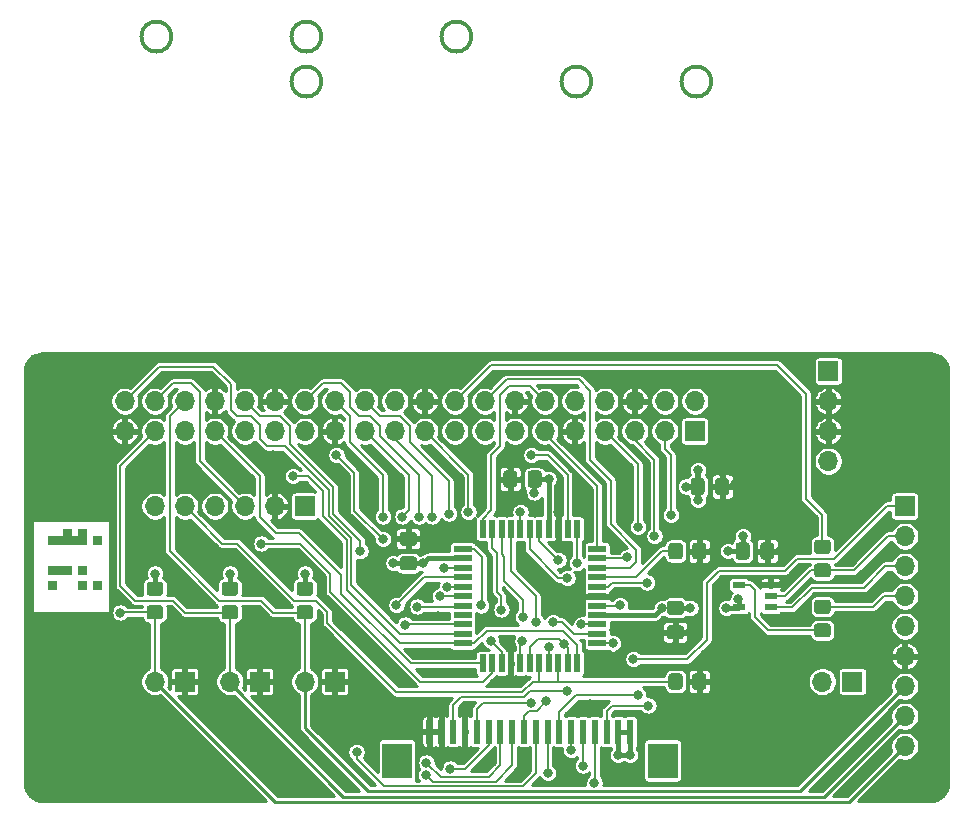
<source format=gbr>
%TF.GenerationSoftware,KiCad,Pcbnew,(5.1.9)-1*%
%TF.CreationDate,2021-05-22T07:15:07+01:00*%
%TF.ProjectId,RGBtoHDMI Amiga Denise CPLD FFC,52474274-6f48-4444-9d49-20416d696761,rev?*%
%TF.SameCoordinates,Original*%
%TF.FileFunction,Copper,L1,Top*%
%TF.FilePolarity,Positive*%
%FSLAX46Y46*%
G04 Gerber Fmt 4.6, Leading zero omitted, Abs format (unit mm)*
G04 Created by KiCad (PCBNEW (5.1.9)-1) date 2021-05-22 07:15:07*
%MOMM*%
%LPD*%
G01*
G04 APERTURE LIST*
%TA.AperFunction,NonConductor*%
%ADD10C,0.300000*%
%TD*%
%TA.AperFunction,EtchedComponent*%
%ADD11C,0.100000*%
%TD*%
%TA.AperFunction,SMDPad,CuDef*%
%ADD12R,2.500000X3.000000*%
%TD*%
%TA.AperFunction,SMDPad,CuDef*%
%ADD13R,0.600000X2.000000*%
%TD*%
%TA.AperFunction,ComponentPad*%
%ADD14C,0.800000*%
%TD*%
%TA.AperFunction,ComponentPad*%
%ADD15C,6.400000*%
%TD*%
%TA.AperFunction,ComponentPad*%
%ADD16O,1.700000X1.700000*%
%TD*%
%TA.AperFunction,ComponentPad*%
%ADD17R,1.700000X1.700000*%
%TD*%
%TA.AperFunction,SMDPad,CuDef*%
%ADD18R,1.050000X0.600000*%
%TD*%
%TA.AperFunction,SMDPad,CuDef*%
%ADD19R,1.500000X0.550000*%
%TD*%
%TA.AperFunction,SMDPad,CuDef*%
%ADD20R,0.550000X1.500000*%
%TD*%
%TA.AperFunction,ViaPad*%
%ADD21C,0.800000*%
%TD*%
%TA.AperFunction,Conductor*%
%ADD22C,0.400000*%
%TD*%
%TA.AperFunction,Conductor*%
%ADD23C,0.500000*%
%TD*%
%TA.AperFunction,Conductor*%
%ADD24C,0.200000*%
%TD*%
%TA.AperFunction,Conductor*%
%ADD25C,0.250000*%
%TD*%
%TA.AperFunction,Conductor*%
%ADD26C,0.254000*%
%TD*%
%TA.AperFunction,Conductor*%
%ADD27C,0.100000*%
%TD*%
G04 APERTURE END LIST*
D10*
X163957000Y-46609000D02*
G75*
G03*
X163957000Y-46609000I-1270000J0D01*
G01*
X153797000Y-46609000D02*
G75*
G03*
X153797000Y-46609000I-1270000J0D01*
G01*
X143637000Y-42799000D02*
G75*
G03*
X143637000Y-42799000I-1270000J0D01*
G01*
X118237000Y-42799000D02*
G75*
G03*
X118237000Y-42799000I-1270000J0D01*
G01*
X130937000Y-46609000D02*
G75*
G03*
X130937000Y-46609000I-1270000J0D01*
G01*
X130937000Y-42799000D02*
G75*
G03*
X130937000Y-42799000I-1270000J0D01*
G01*
D11*
%TO.C,solarmon*%
G36*
X112268000Y-85725000D02*
G01*
X111633000Y-85725000D01*
X111633000Y-85090000D01*
X112268000Y-85090000D01*
X112268000Y-85725000D01*
G37*
X112268000Y-85725000D02*
X111633000Y-85725000D01*
X111633000Y-85090000D01*
X112268000Y-85090000D01*
X112268000Y-85725000D01*
G36*
X112268000Y-89535000D02*
G01*
X111633000Y-89535000D01*
X111633000Y-88900000D01*
X112268000Y-88900000D01*
X112268000Y-89535000D01*
G37*
X112268000Y-89535000D02*
X111633000Y-89535000D01*
X111633000Y-88900000D01*
X112268000Y-88900000D01*
X112268000Y-89535000D01*
G36*
X110998000Y-85090000D02*
G01*
X110363000Y-85090000D01*
X110363000Y-84455000D01*
X110998000Y-84455000D01*
X110998000Y-85090000D01*
G37*
X110998000Y-85090000D02*
X110363000Y-85090000D01*
X110363000Y-84455000D01*
X110998000Y-84455000D01*
X110998000Y-85090000D01*
G36*
X110998000Y-85725000D02*
G01*
X110363000Y-85725000D01*
X110363000Y-85090000D01*
X110998000Y-85090000D01*
X110998000Y-85725000D01*
G37*
X110998000Y-85725000D02*
X110363000Y-85725000D01*
X110363000Y-85090000D01*
X110998000Y-85090000D01*
X110998000Y-85725000D01*
G36*
X110363000Y-85725000D02*
G01*
X109728000Y-85725000D01*
X109728000Y-85090000D01*
X110363000Y-85090000D01*
X110363000Y-85725000D01*
G37*
X110363000Y-85725000D02*
X109728000Y-85725000D01*
X109728000Y-85090000D01*
X110363000Y-85090000D01*
X110363000Y-85725000D01*
G36*
X109728000Y-85725000D02*
G01*
X109093000Y-85725000D01*
X109093000Y-85090000D01*
X109728000Y-85090000D01*
X109728000Y-85725000D01*
G37*
X109728000Y-85725000D02*
X109093000Y-85725000D01*
X109093000Y-85090000D01*
X109728000Y-85090000D01*
X109728000Y-85725000D01*
G36*
X109728000Y-85090000D02*
G01*
X109093000Y-85090000D01*
X109093000Y-84455000D01*
X109728000Y-84455000D01*
X109728000Y-85090000D01*
G37*
X109728000Y-85090000D02*
X109093000Y-85090000D01*
X109093000Y-84455000D01*
X109728000Y-84455000D01*
X109728000Y-85090000D01*
G36*
X109093000Y-85725000D02*
G01*
X108458000Y-85725000D01*
X108458000Y-85090000D01*
X109093000Y-85090000D01*
X109093000Y-85725000D01*
G37*
X109093000Y-85725000D02*
X108458000Y-85725000D01*
X108458000Y-85090000D01*
X109093000Y-85090000D01*
X109093000Y-85725000D01*
G36*
X108458000Y-85725000D02*
G01*
X107823000Y-85725000D01*
X107823000Y-85090000D01*
X108458000Y-85090000D01*
X108458000Y-85725000D01*
G37*
X108458000Y-85725000D02*
X107823000Y-85725000D01*
X107823000Y-85090000D01*
X108458000Y-85090000D01*
X108458000Y-85725000D01*
G36*
X108458000Y-88265000D02*
G01*
X107823000Y-88265000D01*
X107823000Y-87630000D01*
X108458000Y-87630000D01*
X108458000Y-88265000D01*
G37*
X108458000Y-88265000D02*
X107823000Y-88265000D01*
X107823000Y-87630000D01*
X108458000Y-87630000D01*
X108458000Y-88265000D01*
G36*
X109093000Y-88265000D02*
G01*
X108458000Y-88265000D01*
X108458000Y-87630000D01*
X109093000Y-87630000D01*
X109093000Y-88265000D01*
G37*
X109093000Y-88265000D02*
X108458000Y-88265000D01*
X108458000Y-87630000D01*
X109093000Y-87630000D01*
X109093000Y-88265000D01*
G36*
X109728000Y-88265000D02*
G01*
X109093000Y-88265000D01*
X109093000Y-87630000D01*
X109728000Y-87630000D01*
X109728000Y-88265000D01*
G37*
X109728000Y-88265000D02*
X109093000Y-88265000D01*
X109093000Y-87630000D01*
X109728000Y-87630000D01*
X109728000Y-88265000D01*
G36*
X110998000Y-88265000D02*
G01*
X110363000Y-88265000D01*
X110363000Y-87630000D01*
X110998000Y-87630000D01*
X110998000Y-88265000D01*
G37*
X110998000Y-88265000D02*
X110363000Y-88265000D01*
X110363000Y-87630000D01*
X110998000Y-87630000D01*
X110998000Y-88265000D01*
G36*
X110998000Y-89535000D02*
G01*
X110363000Y-89535000D01*
X110363000Y-88900000D01*
X110998000Y-88900000D01*
X110998000Y-89535000D01*
G37*
X110998000Y-89535000D02*
X110363000Y-89535000D01*
X110363000Y-88900000D01*
X110998000Y-88900000D01*
X110998000Y-89535000D01*
G36*
X108458000Y-89535000D02*
G01*
X107823000Y-89535000D01*
X107823000Y-88900000D01*
X108458000Y-88900000D01*
X108458000Y-89535000D01*
G37*
X108458000Y-89535000D02*
X107823000Y-89535000D01*
X107823000Y-88900000D01*
X108458000Y-88900000D01*
X108458000Y-89535000D01*
%TD*%
D12*
%TO.P,FFC18,MP*%
%TO.N,N/C*%
X137340000Y-104095000D03*
X159840000Y-104095000D03*
D13*
%TO.P,FFC18,18*%
%TO.N,/FFC_5V*%
X157090000Y-101645000D03*
%TO.P,FFC18,17*%
X156090000Y-101645000D03*
%TO.P,FFC18,16*%
%TO.N,/R0*%
X155090000Y-101645000D03*
%TO.P,FFC18,15*%
%TO.N,/R1*%
X154090000Y-101645000D03*
%TO.P,FFC18,14*%
%TO.N,/R2*%
X153090000Y-101645000D03*
%TO.P,FFC18,13*%
%TO.N,/R3*%
X152090000Y-101645000D03*
%TO.P,FFC18,12*%
%TO.N,/B0*%
X151090000Y-101645000D03*
%TO.P,FFC18,11*%
%TO.N,/B1*%
X150090000Y-101645000D03*
%TO.P,FFC18,10*%
%TO.N,/B2*%
X149090000Y-101645000D03*
%TO.P,FFC18,9*%
%TO.N,/B3*%
X148090000Y-101645000D03*
%TO.P,FFC18,8*%
%TO.N,/G0*%
X147090000Y-101645000D03*
%TO.P,FFC18,7*%
%TO.N,/G1*%
X146090000Y-101645000D03*
%TO.P,FFC18,6*%
%TO.N,/G2*%
X145090000Y-101645000D03*
%TO.P,FFC18,5*%
%TO.N,/G3*%
X144090000Y-101645000D03*
%TO.P,FFC18,4*%
%TO.N,GND*%
X143090000Y-101645000D03*
%TO.P,FFC18,3*%
%TO.N,/CSYNC*%
X142090000Y-101645000D03*
%TO.P,FFC18,2*%
%TO.N,GND*%
X141090000Y-101645000D03*
%TO.P,FFC18,1*%
X140090000Y-101645000D03*
%TD*%
D14*
%TO.P,H4,1*%
%TO.N,GND*%
X169337056Y-96092944D03*
X167640000Y-95390000D03*
X165942944Y-96092944D03*
X165240000Y-97790000D03*
X165942944Y-99487056D03*
X167640000Y-100190000D03*
X169337056Y-99487056D03*
X170040000Y-97790000D03*
D15*
X167640000Y-97790000D03*
%TD*%
D14*
%TO.P,H3,1*%
%TO.N,GND*%
X110917056Y-96092944D03*
X109220000Y-95390000D03*
X107522944Y-96092944D03*
X106820000Y-97790000D03*
X107522944Y-99487056D03*
X109220000Y-100190000D03*
X110917056Y-99487056D03*
X111620000Y-97790000D03*
D15*
X109220000Y-97790000D03*
%TD*%
D14*
%TO.P,H2,1*%
%TO.N,GND*%
X169337056Y-73232944D03*
X167640000Y-72530000D03*
X165942944Y-73232944D03*
X165240000Y-74930000D03*
X165942944Y-76627056D03*
X167640000Y-77330000D03*
X169337056Y-76627056D03*
X170040000Y-74930000D03*
D15*
X167640000Y-74930000D03*
%TD*%
D14*
%TO.P,H1,1*%
%TO.N,GND*%
X110917056Y-73232944D03*
X109220000Y-72530000D03*
X107522944Y-73232944D03*
X106820000Y-74930000D03*
X107522944Y-76627056D03*
X109220000Y-77330000D03*
X110917056Y-76627056D03*
X111620000Y-74930000D03*
D15*
X109220000Y-74930000D03*
%TD*%
D16*
%TO.P,JP1,2*%
%TO.N,/FFC_5V*%
X173355000Y-97409000D03*
D17*
%TO.P,JP1,1*%
%TO.N,+5V*%
X175895000Y-97409000D03*
%TD*%
%TO.P,FFOSD1,1*%
%TO.N,/CSYNC*%
X180340000Y-82550000D03*
D16*
%TO.P,FFOSD1,2*%
%TO.N,/OSD_DISPLAY_OUPUT*%
X180340000Y-85090000D03*
%TO.P,FFOSD1,3*%
%TO.N,/OSD_DISPLAY_ENABLE*%
X180340000Y-87630000D03*
%TO.P,FFOSD1,4*%
%TO.N,/OSD_DISPLAY_OUTPUT_BUFFERRED*%
X180340000Y-90170000D03*
%TO.P,FFOSD1,5*%
%TO.N,+5V*%
X180340000Y-92710000D03*
%TO.P,FFOSD1,6*%
%TO.N,GND*%
X180340000Y-95250000D03*
%TO.P,FFOSD1,7*%
%TO.N,/GPIO16*%
X180340000Y-97790000D03*
%TO.P,FFOSD1,8*%
%TO.N,/GPIO26*%
X180340000Y-100330000D03*
%TO.P,FFOSD1,9*%
%TO.N,/GPIO19*%
X180340000Y-102870000D03*
%TD*%
%TO.P,P1,4*%
%TO.N,Net-(P1-Pad4)*%
X173863000Y-78740000D03*
%TO.P,P1,3*%
%TO.N,GND*%
X173863000Y-76200000D03*
%TO.P,P1,2*%
X173863000Y-73660000D03*
D17*
%TO.P,P1,1*%
%TO.N,+5V*%
X173863000Y-71120000D03*
%TD*%
%TO.P,R7,2*%
%TO.N,/GPIO19*%
%TA.AperFunction,SMDPad,CuDef*%
G36*
G01*
X116389999Y-90951000D02*
X117290001Y-90951000D01*
G75*
G02*
X117540000Y-91200999I0J-249999D01*
G01*
X117540000Y-91901001D01*
G75*
G02*
X117290001Y-92151000I-249999J0D01*
G01*
X116389999Y-92151000D01*
G75*
G02*
X116140000Y-91901001I0J249999D01*
G01*
X116140000Y-91200999D01*
G75*
G02*
X116389999Y-90951000I249999J0D01*
G01*
G37*
%TD.AperFunction*%
%TO.P,R7,1*%
%TO.N,+3V3*%
%TA.AperFunction,SMDPad,CuDef*%
G36*
G01*
X116389999Y-88951000D02*
X117290001Y-88951000D01*
G75*
G02*
X117540000Y-89200999I0J-249999D01*
G01*
X117540000Y-89901001D01*
G75*
G02*
X117290001Y-90151000I-249999J0D01*
G01*
X116389999Y-90151000D01*
G75*
G02*
X116140000Y-89901001I0J249999D01*
G01*
X116140000Y-89200999D01*
G75*
G02*
X116389999Y-88951000I249999J0D01*
G01*
G37*
%TD.AperFunction*%
%TD*%
%TO.P,R6,2*%
%TO.N,/GPIO26*%
%TA.AperFunction,SMDPad,CuDef*%
G36*
G01*
X122739999Y-90951000D02*
X123640001Y-90951000D01*
G75*
G02*
X123890000Y-91200999I0J-249999D01*
G01*
X123890000Y-91901001D01*
G75*
G02*
X123640001Y-92151000I-249999J0D01*
G01*
X122739999Y-92151000D01*
G75*
G02*
X122490000Y-91901001I0J249999D01*
G01*
X122490000Y-91200999D01*
G75*
G02*
X122739999Y-90951000I249999J0D01*
G01*
G37*
%TD.AperFunction*%
%TO.P,R6,1*%
%TO.N,+3V3*%
%TA.AperFunction,SMDPad,CuDef*%
G36*
G01*
X122739999Y-88951000D02*
X123640001Y-88951000D01*
G75*
G02*
X123890000Y-89200999I0J-249999D01*
G01*
X123890000Y-89901001D01*
G75*
G02*
X123640001Y-90151000I-249999J0D01*
G01*
X122739999Y-90151000D01*
G75*
G02*
X122490000Y-89901001I0J249999D01*
G01*
X122490000Y-89200999D01*
G75*
G02*
X122739999Y-88951000I249999J0D01*
G01*
G37*
%TD.AperFunction*%
%TD*%
D16*
%TO.P,BT3,2*%
%TO.N,/GPIO19*%
X116840000Y-97409000D03*
D17*
%TO.P,BT3,1*%
%TO.N,GND*%
X119380000Y-97409000D03*
%TD*%
D16*
%TO.P,BT2,2*%
%TO.N,/GPIO26*%
X123190000Y-97409000D03*
D17*
%TO.P,BT2,1*%
%TO.N,GND*%
X125730000Y-97409000D03*
%TD*%
%TO.P,C5,2*%
%TO.N,GND*%
%TA.AperFunction,SMDPad,CuDef*%
G36*
G01*
X168090000Y-86835000D02*
X168090000Y-85885000D01*
G75*
G02*
X168340000Y-85635000I250000J0D01*
G01*
X169015000Y-85635000D01*
G75*
G02*
X169265000Y-85885000I0J-250000D01*
G01*
X169265000Y-86835000D01*
G75*
G02*
X169015000Y-87085000I-250000J0D01*
G01*
X168340000Y-87085000D01*
G75*
G02*
X168090000Y-86835000I0J250000D01*
G01*
G37*
%TD.AperFunction*%
%TO.P,C5,1*%
%TO.N,+3V3*%
%TA.AperFunction,SMDPad,CuDef*%
G36*
G01*
X166015000Y-86835000D02*
X166015000Y-85885000D01*
G75*
G02*
X166265000Y-85635000I250000J0D01*
G01*
X166940000Y-85635000D01*
G75*
G02*
X167190000Y-85885000I0J-250000D01*
G01*
X167190000Y-86835000D01*
G75*
G02*
X166940000Y-87085000I-250000J0D01*
G01*
X166265000Y-87085000D01*
G75*
G02*
X166015000Y-86835000I0J250000D01*
G01*
G37*
%TD.AperFunction*%
%TD*%
D18*
%TO.P,U2,1*%
%TO.N,/OSD_DISPLAY_ENABLE*%
X168990000Y-91120000D03*
%TO.P,U2,2*%
%TO.N,/OSD_DISPLAY_OUPUT*%
X168990000Y-90170000D03*
%TO.P,U2,3*%
%TO.N,GND*%
X168990000Y-89220000D03*
%TO.P,U2,4*%
%TO.N,Net-(R5-Pad2)*%
X166290000Y-89220000D03*
%TO.P,U2,5*%
%TO.N,+3V3*%
X166290000Y-91120000D03*
%TD*%
%TO.P,R5,2*%
%TO.N,Net-(R5-Pad2)*%
%TA.AperFunction,SMDPad,CuDef*%
G36*
G01*
X172904999Y-92475000D02*
X173805001Y-92475000D01*
G75*
G02*
X174055000Y-92724999I0J-249999D01*
G01*
X174055000Y-93425001D01*
G75*
G02*
X173805001Y-93675000I-249999J0D01*
G01*
X172904999Y-93675000D01*
G75*
G02*
X172655000Y-93425001I0J249999D01*
G01*
X172655000Y-92724999D01*
G75*
G02*
X172904999Y-92475000I249999J0D01*
G01*
G37*
%TD.AperFunction*%
%TO.P,R5,1*%
%TO.N,/OSD_DISPLAY_OUTPUT_BUFFERRED*%
%TA.AperFunction,SMDPad,CuDef*%
G36*
G01*
X172904999Y-90475000D02*
X173805001Y-90475000D01*
G75*
G02*
X174055000Y-90724999I0J-249999D01*
G01*
X174055000Y-91425001D01*
G75*
G02*
X173805001Y-91675000I-249999J0D01*
G01*
X172904999Y-91675000D01*
G75*
G02*
X172655000Y-91425001I0J249999D01*
G01*
X172655000Y-90724999D01*
G75*
G02*
X172904999Y-90475000I249999J0D01*
G01*
G37*
%TD.AperFunction*%
%TD*%
%TO.P,R4,2*%
%TO.N,/OSD_DISPLAY_OUPUT*%
%TA.AperFunction,SMDPad,CuDef*%
G36*
G01*
X172904999Y-87395000D02*
X173805001Y-87395000D01*
G75*
G02*
X174055000Y-87644999I0J-249999D01*
G01*
X174055000Y-88345001D01*
G75*
G02*
X173805001Y-88595000I-249999J0D01*
G01*
X172904999Y-88595000D01*
G75*
G02*
X172655000Y-88345001I0J249999D01*
G01*
X172655000Y-87644999D01*
G75*
G02*
X172904999Y-87395000I249999J0D01*
G01*
G37*
%TD.AperFunction*%
%TO.P,R4,1*%
%TO.N,/GPIO24*%
%TA.AperFunction,SMDPad,CuDef*%
G36*
G01*
X172904999Y-85395000D02*
X173805001Y-85395000D01*
G75*
G02*
X174055000Y-85644999I0J-249999D01*
G01*
X174055000Y-86345001D01*
G75*
G02*
X173805001Y-86595000I-249999J0D01*
G01*
X172904999Y-86595000D01*
G75*
G02*
X172655000Y-86345001I0J249999D01*
G01*
X172655000Y-85644999D01*
G75*
G02*
X172904999Y-85395000I249999J0D01*
G01*
G37*
%TD.AperFunction*%
%TD*%
D16*
%TO.P,JTAG1,6*%
%TO.N,/CLKEN*%
X116840000Y-82550000D03*
%TO.P,JTAG1,5*%
%TO.N,/GPIO0*%
X119380000Y-82550000D03*
%TO.P,JTAG1,4*%
%TO.N,/GPIO24*%
X121920000Y-82550000D03*
%TO.P,JTAG1,3*%
%TO.N,/GPIO20*%
X124460000Y-82550000D03*
%TO.P,JTAG1,2*%
%TO.N,GND*%
X127000000Y-82550000D03*
D17*
%TO.P,JTAG1,1*%
%TO.N,+3V3*%
X129540000Y-82550000D03*
%TD*%
%TO.P,C1,2*%
%TO.N,GND*%
%TA.AperFunction,SMDPad,CuDef*%
G36*
G01*
X164280000Y-81374000D02*
X164280000Y-80424000D01*
G75*
G02*
X164530000Y-80174000I250000J0D01*
G01*
X165205000Y-80174000D01*
G75*
G02*
X165455000Y-80424000I0J-250000D01*
G01*
X165455000Y-81374000D01*
G75*
G02*
X165205000Y-81624000I-250000J0D01*
G01*
X164530000Y-81624000D01*
G75*
G02*
X164280000Y-81374000I0J250000D01*
G01*
G37*
%TD.AperFunction*%
%TO.P,C1,1*%
%TO.N,+3V3*%
%TA.AperFunction,SMDPad,CuDef*%
G36*
G01*
X162205000Y-81374000D02*
X162205000Y-80424000D01*
G75*
G02*
X162455000Y-80174000I250000J0D01*
G01*
X163130000Y-80174000D01*
G75*
G02*
X163380000Y-80424000I0J-250000D01*
G01*
X163380000Y-81374000D01*
G75*
G02*
X163130000Y-81624000I-250000J0D01*
G01*
X162455000Y-81624000D01*
G75*
G02*
X162205000Y-81374000I0J250000D01*
G01*
G37*
%TD.AperFunction*%
%TD*%
%TO.P,R3,2*%
%TO.N,GND*%
%TA.AperFunction,SMDPad,CuDef*%
G36*
G01*
X162325000Y-86810001D02*
X162325000Y-85909999D01*
G75*
G02*
X162574999Y-85660000I249999J0D01*
G01*
X163275001Y-85660000D01*
G75*
G02*
X163525000Y-85909999I0J-249999D01*
G01*
X163525000Y-86810001D01*
G75*
G02*
X163275001Y-87060000I-249999J0D01*
G01*
X162574999Y-87060000D01*
G75*
G02*
X162325000Y-86810001I0J249999D01*
G01*
G37*
%TD.AperFunction*%
%TO.P,R3,1*%
%TO.N,/DETECT*%
%TA.AperFunction,SMDPad,CuDef*%
G36*
G01*
X160325000Y-86810001D02*
X160325000Y-85909999D01*
G75*
G02*
X160574999Y-85660000I249999J0D01*
G01*
X161275001Y-85660000D01*
G75*
G02*
X161525000Y-85909999I0J-249999D01*
G01*
X161525000Y-86810001D01*
G75*
G02*
X161275001Y-87060000I-249999J0D01*
G01*
X160574999Y-87060000D01*
G75*
G02*
X160325000Y-86810001I0J249999D01*
G01*
G37*
%TD.AperFunction*%
%TD*%
%TO.P,R2,2*%
%TO.N,GND*%
%TA.AperFunction,SMDPad,CuDef*%
G36*
G01*
X162325000Y-97859001D02*
X162325000Y-96958999D01*
G75*
G02*
X162574999Y-96709000I249999J0D01*
G01*
X163275001Y-96709000D01*
G75*
G02*
X163525000Y-96958999I0J-249999D01*
G01*
X163525000Y-97859001D01*
G75*
G02*
X163275001Y-98109000I-249999J0D01*
G01*
X162574999Y-98109000D01*
G75*
G02*
X162325000Y-97859001I0J249999D01*
G01*
G37*
%TD.AperFunction*%
%TO.P,R2,1*%
%TO.N,/GPIO0*%
%TA.AperFunction,SMDPad,CuDef*%
G36*
G01*
X160325000Y-97859001D02*
X160325000Y-96958999D01*
G75*
G02*
X160574999Y-96709000I249999J0D01*
G01*
X161275001Y-96709000D01*
G75*
G02*
X161525000Y-96958999I0J-249999D01*
G01*
X161525000Y-97859001D01*
G75*
G02*
X161275001Y-98109000I-249999J0D01*
G01*
X160574999Y-98109000D01*
G75*
G02*
X160325000Y-97859001I0J249999D01*
G01*
G37*
%TD.AperFunction*%
%TD*%
%TO.P,R1,2*%
%TO.N,/GPIO16*%
%TA.AperFunction,SMDPad,CuDef*%
G36*
G01*
X129089999Y-90951000D02*
X129990001Y-90951000D01*
G75*
G02*
X130240000Y-91200999I0J-249999D01*
G01*
X130240000Y-91901001D01*
G75*
G02*
X129990001Y-92151000I-249999J0D01*
G01*
X129089999Y-92151000D01*
G75*
G02*
X128840000Y-91901001I0J249999D01*
G01*
X128840000Y-91200999D01*
G75*
G02*
X129089999Y-90951000I249999J0D01*
G01*
G37*
%TD.AperFunction*%
%TO.P,R1,1*%
%TO.N,+3V3*%
%TA.AperFunction,SMDPad,CuDef*%
G36*
G01*
X129089999Y-88951000D02*
X129990001Y-88951000D01*
G75*
G02*
X130240000Y-89200999I0J-249999D01*
G01*
X130240000Y-89901001D01*
G75*
G02*
X129990001Y-90151000I-249999J0D01*
G01*
X129089999Y-90151000D01*
G75*
G02*
X128840000Y-89901001I0J249999D01*
G01*
X128840000Y-89200999D01*
G75*
G02*
X129089999Y-88951000I249999J0D01*
G01*
G37*
%TD.AperFunction*%
%TD*%
%TO.P,C4,2*%
%TO.N,GND*%
%TA.AperFunction,SMDPad,CuDef*%
G36*
G01*
X138778000Y-85910000D02*
X137828000Y-85910000D01*
G75*
G02*
X137578000Y-85660000I0J250000D01*
G01*
X137578000Y-84985000D01*
G75*
G02*
X137828000Y-84735000I250000J0D01*
G01*
X138778000Y-84735000D01*
G75*
G02*
X139028000Y-84985000I0J-250000D01*
G01*
X139028000Y-85660000D01*
G75*
G02*
X138778000Y-85910000I-250000J0D01*
G01*
G37*
%TD.AperFunction*%
%TO.P,C4,1*%
%TO.N,+3V3*%
%TA.AperFunction,SMDPad,CuDef*%
G36*
G01*
X138778000Y-87985000D02*
X137828000Y-87985000D01*
G75*
G02*
X137578000Y-87735000I0J250000D01*
G01*
X137578000Y-87060000D01*
G75*
G02*
X137828000Y-86810000I250000J0D01*
G01*
X138778000Y-86810000D01*
G75*
G02*
X139028000Y-87060000I0J-250000D01*
G01*
X139028000Y-87735000D01*
G75*
G02*
X138778000Y-87985000I-250000J0D01*
G01*
G37*
%TD.AperFunction*%
%TD*%
%TO.P,C3,2*%
%TO.N,GND*%
%TA.AperFunction,SMDPad,CuDef*%
G36*
G01*
X160434000Y-92652000D02*
X161384000Y-92652000D01*
G75*
G02*
X161634000Y-92902000I0J-250000D01*
G01*
X161634000Y-93577000D01*
G75*
G02*
X161384000Y-93827000I-250000J0D01*
G01*
X160434000Y-93827000D01*
G75*
G02*
X160184000Y-93577000I0J250000D01*
G01*
X160184000Y-92902000D01*
G75*
G02*
X160434000Y-92652000I250000J0D01*
G01*
G37*
%TD.AperFunction*%
%TO.P,C3,1*%
%TO.N,+3V3*%
%TA.AperFunction,SMDPad,CuDef*%
G36*
G01*
X160434000Y-90577000D02*
X161384000Y-90577000D01*
G75*
G02*
X161634000Y-90827000I0J-250000D01*
G01*
X161634000Y-91502000D01*
G75*
G02*
X161384000Y-91752000I-250000J0D01*
G01*
X160434000Y-91752000D01*
G75*
G02*
X160184000Y-91502000I0J250000D01*
G01*
X160184000Y-90827000D01*
G75*
G02*
X160434000Y-90577000I250000J0D01*
G01*
G37*
%TD.AperFunction*%
%TD*%
%TO.P,C2,2*%
%TO.N,GND*%
%TA.AperFunction,SMDPad,CuDef*%
G36*
G01*
X147505000Y-79789000D02*
X147505000Y-80739000D01*
G75*
G02*
X147255000Y-80989000I-250000J0D01*
G01*
X146580000Y-80989000D01*
G75*
G02*
X146330000Y-80739000I0J250000D01*
G01*
X146330000Y-79789000D01*
G75*
G02*
X146580000Y-79539000I250000J0D01*
G01*
X147255000Y-79539000D01*
G75*
G02*
X147505000Y-79789000I0J-250000D01*
G01*
G37*
%TD.AperFunction*%
%TO.P,C2,1*%
%TO.N,+3V3*%
%TA.AperFunction,SMDPad,CuDef*%
G36*
G01*
X149580000Y-79789000D02*
X149580000Y-80739000D01*
G75*
G02*
X149330000Y-80989000I-250000J0D01*
G01*
X148655000Y-80989000D01*
G75*
G02*
X148405000Y-80739000I0J250000D01*
G01*
X148405000Y-79789000D01*
G75*
G02*
X148655000Y-79539000I250000J0D01*
G01*
X149330000Y-79539000D01*
G75*
G02*
X149580000Y-79789000I0J-250000D01*
G01*
G37*
%TD.AperFunction*%
%TD*%
D19*
%TO.P,U1,44*%
%TO.N,/GPIO20*%
X142890000Y-94170000D03*
%TO.P,U1,43*%
%TO.N,/GPIO21*%
X142890000Y-93370000D03*
%TO.P,U1,42*%
%TO.N,/G0*%
X142890000Y-92570000D03*
%TO.P,U1,41*%
%TO.N,/VSYNC*%
X142890000Y-91770000D03*
%TO.P,U1,40*%
%TO.N,/G1*%
X142890000Y-90970000D03*
%TO.P,U1,39*%
%TO.N,/R1*%
X142890000Y-90170000D03*
%TO.P,U1,38*%
%TO.N,/B1*%
X142890000Y-89370000D03*
%TO.P,U1,37*%
%TO.N,/B2*%
X142890000Y-88570000D03*
%TO.P,U1,36*%
%TO.N,/G2*%
X142890000Y-87770000D03*
%TO.P,U1,35*%
%TO.N,+3V3*%
X142890000Y-86970000D03*
%TO.P,U1,34*%
%TO.N,/R2*%
X142890000Y-86170000D03*
D20*
%TO.P,U1,33*%
%TO.N,/GPIO18*%
X144590000Y-84470000D03*
%TO.P,U1,32*%
%TO.N,/R3*%
X145390000Y-84470000D03*
%TO.P,U1,31*%
%TO.N,/G3*%
X146190000Y-84470000D03*
%TO.P,U1,30*%
%TO.N,/B3*%
X146990000Y-84470000D03*
%TO.P,U1,29*%
%TO.N,/GPIO2*%
X147790000Y-84470000D03*
%TO.P,U1,28*%
%TO.N,/GPIO3*%
X148590000Y-84470000D03*
%TO.P,U1,27*%
%TO.N,/GPIO4*%
X149390000Y-84470000D03*
%TO.P,U1,26*%
%TO.N,+3V3*%
X150190000Y-84470000D03*
%TO.P,U1,25*%
%TO.N,GND*%
X150990000Y-84470000D03*
%TO.P,U1,24*%
%TO.N,/GPIO24*%
X151790000Y-84470000D03*
%TO.P,U1,23*%
%TO.N,/CSYNC*%
X152590000Y-84470000D03*
D19*
%TO.P,U1,22*%
%TO.N,/GPIO17*%
X154290000Y-86170000D03*
%TO.P,U1,21*%
%TO.N,/R0*%
X154290000Y-86970000D03*
%TO.P,U1,20*%
%TO.N,/GPIO23*%
X154290000Y-87770000D03*
%TO.P,U1,19*%
%TO.N,/DETECT*%
X154290000Y-88570000D03*
%TO.P,U1,18*%
%TO.N,/B0*%
X154290000Y-89370000D03*
%TO.P,U1,17*%
%TO.N,GND*%
X154290000Y-90170000D03*
%TO.P,U1,16*%
%TO.N,/GPIO10*%
X154290000Y-90970000D03*
%TO.P,U1,15*%
%TO.N,+3V3*%
X154290000Y-91770000D03*
%TO.P,U1,14*%
%TO.N,/GPIO9*%
X154290000Y-92570000D03*
%TO.P,U1,13*%
%TO.N,/GPIO11*%
X154290000Y-93370000D03*
%TO.P,U1,12*%
%TO.N,/GPIO8*%
X154290000Y-94170000D03*
D20*
%TO.P,U1,11*%
%TO.N,/GPIO20*%
X152590000Y-95870000D03*
%TO.P,U1,10*%
%TO.N,/CLKEN*%
X151790000Y-95870000D03*
%TO.P,U1,9*%
%TO.N,/GPIO0*%
X150990000Y-95870000D03*
%TO.P,U1,8*%
%TO.N,/GPIO7*%
X150190000Y-95870000D03*
%TO.P,U1,7*%
%TO.N,/GPIO0*%
X149390000Y-95870000D03*
%TO.P,U1,6*%
%TO.N,/CLKEN*%
X148590000Y-95870000D03*
%TO.P,U1,5*%
%TO.N,/GPIO5*%
X147790000Y-95870000D03*
%TO.P,U1,4*%
%TO.N,GND*%
X146990000Y-95870000D03*
%TO.P,U1,3*%
%TO.N,/GPIO12*%
X146190000Y-95870000D03*
%TO.P,U1,2*%
%TO.N,/GPIO6*%
X145390000Y-95870000D03*
%TO.P,U1,1*%
%TO.N,/GPIO13*%
X144590000Y-95870000D03*
%TD*%
D17*
%TO.P,J1,1*%
%TO.N,+3V3*%
X162560000Y-76200000D03*
D16*
%TO.P,J1,2*%
%TO.N,+5V*%
X162560000Y-73660000D03*
%TO.P,J1,3*%
%TO.N,/GPIO2*%
X160020000Y-76200000D03*
%TO.P,J1,4*%
%TO.N,+5V*%
X160020000Y-73660000D03*
%TO.P,J1,5*%
%TO.N,/GPIO3*%
X157480000Y-76200000D03*
%TO.P,J1,6*%
%TO.N,GND*%
X157480000Y-73660000D03*
%TO.P,J1,7*%
%TO.N,/GPIO4*%
X154940000Y-76200000D03*
%TO.P,J1,8*%
%TO.N,/GPIO14*%
X154940000Y-73660000D03*
%TO.P,J1,9*%
%TO.N,GND*%
X152400000Y-76200000D03*
%TO.P,J1,10*%
%TO.N,/GPIO15*%
X152400000Y-73660000D03*
%TO.P,J1,11*%
%TO.N,/GPIO17*%
X149860000Y-76200000D03*
%TO.P,J1,12*%
%TO.N,/GPIO18*%
X149860000Y-73660000D03*
%TO.P,J1,13*%
%TO.N,/GPIO27*%
X147320000Y-76200000D03*
%TO.P,J1,14*%
%TO.N,GND*%
X147320000Y-73660000D03*
%TO.P,J1,15*%
%TO.N,/GPIO22*%
X144780000Y-76200000D03*
%TO.P,J1,16*%
%TO.N,/GPIO23*%
X144780000Y-73660000D03*
%TO.P,J1,17*%
%TO.N,+3V3*%
X142240000Y-76200000D03*
%TO.P,J1,18*%
%TO.N,/GPIO24*%
X142240000Y-73660000D03*
%TO.P,J1,19*%
%TO.N,/GPIO10*%
X139700000Y-76200000D03*
%TO.P,J1,20*%
%TO.N,GND*%
X139700000Y-73660000D03*
%TO.P,J1,21*%
%TO.N,/GPIO9*%
X137160000Y-76200000D03*
%TO.P,J1,22*%
%TO.N,/GPIO25*%
X137160000Y-73660000D03*
%TO.P,J1,23*%
%TO.N,/GPIO11*%
X134620000Y-76200000D03*
%TO.P,J1,24*%
%TO.N,/GPIO8*%
X134620000Y-73660000D03*
%TO.P,J1,25*%
%TO.N,GND*%
X132080000Y-76200000D03*
%TO.P,J1,26*%
%TO.N,/GPIO7*%
X132080000Y-73660000D03*
%TO.P,J1,27*%
%TO.N,/GPIO0*%
X129540000Y-76200000D03*
%TO.P,J1,28*%
%TO.N,/CLKEN*%
X129540000Y-73660000D03*
%TO.P,J1,29*%
%TO.N,/GPIO5*%
X127000000Y-76200000D03*
%TO.P,J1,30*%
%TO.N,GND*%
X127000000Y-73660000D03*
%TO.P,J1,31*%
%TO.N,/GPIO6*%
X124460000Y-76200000D03*
%TO.P,J1,32*%
%TO.N,/GPIO12*%
X124460000Y-73660000D03*
%TO.P,J1,33*%
%TO.N,/GPIO13*%
X121920000Y-76200000D03*
%TO.P,J1,34*%
%TO.N,GND*%
X121920000Y-73660000D03*
%TO.P,J1,35*%
%TO.N,/GPIO19*%
X119380000Y-76200000D03*
%TO.P,J1,36*%
%TO.N,/GPIO16*%
X119380000Y-73660000D03*
%TO.P,J1,37*%
%TO.N,/GPIO26*%
X116840000Y-76200000D03*
%TO.P,J1,38*%
%TO.N,/GPIO20*%
X116840000Y-73660000D03*
%TO.P,J1,39*%
%TO.N,GND*%
X114300000Y-76200000D03*
%TO.P,J1,40*%
%TO.N,/GPIO21*%
X114300000Y-73660000D03*
%TD*%
%TO.P,BT1,2*%
%TO.N,/GPIO16*%
X129540000Y-97409000D03*
D17*
%TO.P,BT1,1*%
%TO.N,GND*%
X132080000Y-97409000D03*
%TD*%
D21*
%TO.N,GND*%
X147066000Y-94488000D03*
X147320000Y-97409000D03*
X151003000Y-83058000D03*
X146939000Y-78041500D03*
X137287000Y-80010000D03*
X140208000Y-77851000D03*
X132588000Y-92075000D03*
X151003000Y-85725000D03*
X146431000Y-82677000D03*
X164084000Y-86360000D03*
X169799000Y-86360000D03*
X170053000Y-89154000D03*
X132080000Y-86106000D03*
X133858000Y-93345000D03*
X135509000Y-94869000D03*
X136017000Y-90043000D03*
X154940000Y-78486000D03*
X123190000Y-83947000D03*
X115189000Y-85598000D03*
X119126000Y-78359000D03*
X116840000Y-80264000D03*
X126873000Y-89916000D03*
X120269000Y-90170000D03*
X153035000Y-90170000D03*
X156464000Y-89789000D03*
X137922000Y-99187000D03*
X141097000Y-99568000D03*
X140081000Y-103251000D03*
X154305000Y-95885000D03*
X156083000Y-92837000D03*
X151892000Y-105283000D03*
X130683000Y-78105000D03*
X149098000Y-82677000D03*
X135255000Y-98552000D03*
X132207000Y-79883000D03*
X126873000Y-78232000D03*
X134747000Y-79883000D03*
X153670000Y-99314000D03*
X143129000Y-103251000D03*
X143129000Y-99441000D03*
X146939000Y-79057500D03*
X165989000Y-80645000D03*
X164846000Y-79629000D03*
X137541000Y-96901000D03*
X141097000Y-103251000D03*
X140081000Y-99568000D03*
X140843000Y-91821000D03*
X139827000Y-95123000D03*
X140462000Y-96647000D03*
X122428000Y-78740000D03*
X120396000Y-80772000D03*
X168656000Y-85090000D03*
X162941000Y-87630000D03*
X160909000Y-94361000D03*
X162179000Y-93218000D03*
X159639000Y-93218000D03*
X145542000Y-97536000D03*
X147955000Y-104775000D03*
X150876000Y-103759000D03*
X144907000Y-104267000D03*
X134874000Y-82677000D03*
%TO.N,+3V3*%
X165227000Y-91186000D03*
X165354000Y-86360000D03*
X148971000Y-81407000D03*
X150177500Y-80264000D03*
X162814000Y-79502004D03*
X161797994Y-80898994D03*
X162814000Y-82042000D03*
X123190000Y-88264988D03*
X129540000Y-88265006D03*
X116840000Y-88264988D03*
X137033000Y-87376000D03*
X166624000Y-85089994D03*
X166243000Y-90424000D03*
X159766000Y-91186000D03*
X162179000Y-91186010D03*
X139573000Y-87376000D03*
%TO.N,/GPIO20*%
X128524000Y-80010004D03*
%TO.N,/GPIO12*%
X145288000Y-93980000D03*
X134239000Y-86360000D03*
%TO.N,/GPIO6*%
X125857000Y-85725000D03*
%TO.N,/GPIO5*%
X136144000Y-85344000D03*
X132207005Y-78231995D03*
X147955000Y-93980000D03*
%TO.N,/GPIO7*%
X150177500Y-94488000D03*
X136144000Y-83439000D03*
%TO.N,/GPIO8*%
X155639008Y-94169996D03*
X141732000Y-83185000D03*
%TO.N,/GPIO11*%
X150545465Y-92353362D03*
X137795000Y-83439000D03*
%TO.N,/GPIO9*%
X152958500Y-92570000D03*
X140335000Y-83439000D03*
%TO.N,/GPIO10*%
X156210000Y-90932000D03*
X143383000Y-83058000D03*
%TO.N,/GPIO24*%
X148717000Y-78232000D03*
%TO.N,/GPIO4*%
X151003006Y-87122000D03*
X157734000Y-84328000D03*
%TO.N,/GPIO3*%
X151765000Y-88645998D03*
X159131000Y-85090000D03*
%TO.N,/GPIO2*%
X147789986Y-83057994D03*
X160528000Y-83312000D03*
%TO.N,/GPIO19*%
X113919000Y-91567000D03*
%TO.N,/CLKEN*%
X151511000Y-94234000D03*
X139192000Y-83439000D03*
%TO.N,/B0*%
X157733996Y-98552000D03*
X158496000Y-89027000D03*
%TO.N,/R3*%
X146177004Y-91313000D03*
X152090000Y-103195000D03*
%TO.N,/R2*%
X144456637Y-90963632D03*
X153090000Y-104521000D03*
%TO.N,/R1*%
X140970000Y-90170000D03*
X154051000Y-105974954D03*
%TO.N,/R0*%
X156797949Y-86897949D03*
X158623000Y-99441000D03*
%TO.N,/G3*%
X148005964Y-91948000D03*
X148660495Y-99189989D03*
%TO.N,/G2*%
X141351000Y-87770010D03*
X141859000Y-104774909D03*
%TO.N,/G1*%
X139065000Y-91059000D03*
X139827000Y-104267000D03*
%TO.N,/G0*%
X138049000Y-92583006D03*
X139814076Y-105313156D03*
%TO.N,/B3*%
X149098000Y-92329000D03*
X149987000Y-99060000D03*
%TO.N,/B2*%
X133921500Y-103378000D03*
X137287000Y-90932000D03*
%TO.N,/B1*%
X141568082Y-89368550D03*
X150114000Y-105156004D03*
%TO.N,/CSYNC*%
X152592010Y-87376000D03*
X151765000Y-98234500D03*
X157353000Y-95504000D03*
%TO.N,/FFC_5V*%
X157073600Y-103632000D03*
X156057600Y-103632000D03*
%TD*%
D22*
%TO.N,+3V3*%
X165354000Y-86360000D02*
X166602500Y-86360000D01*
X166224000Y-91186000D02*
X166290000Y-91120000D01*
X165227000Y-91186000D02*
X166224000Y-91186000D01*
X150241000Y-84419000D02*
X150190000Y-84470000D01*
X150177500Y-84419000D02*
X150177500Y-80645000D01*
X150177500Y-80264000D02*
X148992500Y-80264000D01*
X148971000Y-80666500D02*
X148992500Y-80645000D01*
X148971000Y-81407000D02*
X148971000Y-80285500D01*
D23*
X162792500Y-80899000D02*
X161798000Y-80899000D01*
X161798000Y-80899000D02*
X161797994Y-80898994D01*
X162814000Y-79502004D02*
X162814000Y-82042000D01*
D22*
X123190000Y-89170000D02*
X123190000Y-88264988D01*
X129540000Y-89170000D02*
X129540000Y-88265006D01*
X116840000Y-89551000D02*
X116840000Y-88264988D01*
X166602500Y-86360000D02*
X166602500Y-85111494D01*
X166602500Y-85111494D02*
X166624000Y-85089994D01*
X166290000Y-90471000D02*
X166243000Y-90424000D01*
X166290000Y-91120000D02*
X166290000Y-90471000D01*
X159182000Y-91770000D02*
X159766000Y-91186000D01*
X154290000Y-91770000D02*
X159182000Y-91770000D01*
X160909000Y-91164500D02*
X162157490Y-91164500D01*
X162157490Y-91164500D02*
X162179000Y-91186010D01*
X139551500Y-87397500D02*
X139573000Y-87376000D01*
X138303000Y-87397500D02*
X139551500Y-87397500D01*
X138281500Y-87376000D02*
X138303000Y-87397500D01*
X137033000Y-87376000D02*
X138281500Y-87376000D01*
X142890000Y-86970000D02*
X142889991Y-86969991D01*
X142889991Y-86969991D02*
X139979009Y-86969991D01*
X139979009Y-86969991D02*
X139573000Y-87376000D01*
D24*
%TO.N,/GPIO21*%
X127831402Y-77470000D02*
X131552989Y-81191587D01*
X126328000Y-77470000D02*
X127831402Y-77470000D01*
X131552989Y-81191587D02*
X131552989Y-83350689D01*
X125730000Y-76872000D02*
X126328000Y-77470000D01*
X133477000Y-89217500D02*
X137629500Y-93370000D01*
X137629500Y-93370000D02*
X142890000Y-93370000D01*
X123309999Y-72255999D02*
X123309999Y-74451999D01*
X124968000Y-74930000D02*
X125730000Y-75692000D01*
X125730000Y-75692000D02*
X125730000Y-76872000D01*
X123788000Y-74930000D02*
X124968000Y-74930000D01*
X123309999Y-74451999D02*
X123788000Y-74930000D01*
X121793000Y-70739000D02*
X123309999Y-72255999D01*
X131552989Y-83350689D02*
X133477000Y-85274700D01*
X117221000Y-70739000D02*
X121793000Y-70739000D01*
X114300000Y-73660000D02*
X117221000Y-70739000D01*
X133477000Y-85274700D02*
X133477000Y-89217500D01*
%TO.N,/GPIO20*%
X118364000Y-72136000D02*
X116840000Y-73660000D01*
X119888000Y-72136000D02*
X118364000Y-72136000D01*
X120650000Y-72898000D02*
X119888000Y-72136000D01*
X120650000Y-78740000D02*
X120650000Y-72898000D01*
X124460000Y-82550000D02*
X120650000Y-78740000D01*
X152590000Y-94276996D02*
X151404004Y-93091000D01*
X143840000Y-94170000D02*
X142890000Y-94170000D01*
X151404004Y-93091000D02*
X144919000Y-93091000D01*
X152590000Y-95870000D02*
X152590000Y-94276996D01*
X144919000Y-93091000D02*
X143840000Y-94170000D01*
X137604000Y-94170000D02*
X133076989Y-89642989D01*
X142890000Y-94170000D02*
X137604000Y-94170000D01*
X133076989Y-85440389D02*
X131064000Y-83427400D01*
X131064000Y-83427400D02*
X131064000Y-81268298D01*
X131064000Y-81268298D02*
X129805706Y-80010004D01*
X133076989Y-89642989D02*
X133076989Y-85440389D01*
X129805706Y-80010004D02*
X128524000Y-80010004D01*
%TO.N,/GPIO26*%
X113919000Y-79121000D02*
X116840000Y-76200000D01*
X113919000Y-89281000D02*
X113919000Y-79121000D01*
X115189000Y-90551000D02*
X113919000Y-89281000D01*
X118364000Y-90551000D02*
X115189000Y-90551000D01*
X119380000Y-91567000D02*
X118364000Y-90551000D01*
X123174000Y-91567000D02*
X119380000Y-91567000D01*
X123190000Y-91551000D02*
X123174000Y-91567000D01*
X123190000Y-97409000D02*
X123190000Y-91551000D01*
D25*
X173520021Y-107149979D02*
X179490001Y-101179999D01*
X132803979Y-107149979D02*
X173520021Y-107149979D01*
X179490001Y-101179999D02*
X180340000Y-100330000D01*
X123190000Y-97536000D02*
X132803979Y-107149979D01*
X123190000Y-97409000D02*
X123190000Y-97536000D01*
D24*
%TO.N,/GPIO16*%
X118110000Y-74930000D02*
X119380000Y-73660000D01*
X122301000Y-90551000D02*
X118110000Y-86360000D01*
X125857000Y-90551000D02*
X122301000Y-90551000D01*
X126873000Y-91567000D02*
X125857000Y-90551000D01*
X129540000Y-91567000D02*
X126873000Y-91567000D01*
X118110000Y-86360000D02*
X118110000Y-74930000D01*
X129540000Y-97409000D02*
X129540000Y-91567000D01*
D25*
X179490001Y-98639999D02*
X180340000Y-97790000D01*
X171430032Y-106699968D02*
X179490001Y-98639999D01*
X134893968Y-106699968D02*
X171430032Y-106699968D01*
X129540000Y-101346000D02*
X134893968Y-106699968D01*
X129540000Y-97409000D02*
X129540000Y-101346000D01*
D24*
%TO.N,/GPIO18*%
X148590000Y-72390000D02*
X149860000Y-73660000D01*
X146050000Y-77470000D02*
X146050000Y-73152000D01*
X145288000Y-78232000D02*
X146050000Y-77470000D01*
X145288000Y-82905499D02*
X145288000Y-78232000D01*
X146050000Y-73152000D02*
X146812000Y-72390000D01*
X144590000Y-83603499D02*
X145288000Y-82905499D01*
X146812000Y-72390000D02*
X148590000Y-72390000D01*
X144590000Y-84470000D02*
X144590000Y-83603499D01*
%TO.N,/GPIO13*%
X132588000Y-89965298D02*
X138492702Y-95870000D01*
X132588000Y-88392000D02*
X132588000Y-89965298D01*
X129032000Y-84836000D02*
X132588000Y-88392000D01*
X127063500Y-84836000D02*
X129032000Y-84836000D01*
X138492702Y-95870000D02*
X144590000Y-95870000D01*
X125730000Y-83502500D02*
X127063500Y-84836000D01*
X125730000Y-80010000D02*
X125730000Y-83502500D01*
X121920000Y-76200000D02*
X125730000Y-80010000D01*
%TO.N,/GPIO12*%
X146190000Y-94882000D02*
X145288000Y-93980000D01*
X146190000Y-95870000D02*
X146190000Y-94882000D01*
X134239000Y-85471000D02*
X134239000Y-86360000D01*
X131953000Y-83185000D02*
X134239000Y-85471000D01*
X125730000Y-74930000D02*
X127432002Y-74930000D01*
X128270000Y-77285315D02*
X131953000Y-80968315D01*
X127432002Y-74930000D02*
X128270000Y-75767998D01*
X131953000Y-80968315D02*
X131953000Y-83185000D01*
X124460000Y-73660000D02*
X125730000Y-74930000D01*
X128270000Y-75767998D02*
X128270000Y-77285315D01*
%TO.N,/GPIO6*%
X139319000Y-97409000D02*
X131699000Y-89789000D01*
X129159000Y-85725000D02*
X125857000Y-85725000D01*
X144653000Y-97409000D02*
X139319000Y-97409000D01*
X145390000Y-96672000D02*
X144653000Y-97409000D01*
X131699000Y-88265000D02*
X129159000Y-85725000D01*
X131699000Y-89789000D02*
X131699000Y-88265000D01*
X145390000Y-95870000D02*
X145390000Y-96672000D01*
%TO.N,/GPIO5*%
X147790000Y-95870000D02*
X147790000Y-94145000D01*
X147790000Y-94145000D02*
X147955000Y-93980000D01*
X133731005Y-79755995D02*
X132207005Y-78231995D01*
X133731005Y-82931005D02*
X133731005Y-79755995D01*
X136144000Y-85344000D02*
X133731005Y-82931005D01*
%TO.N,/GPIO0*%
X150990000Y-97155000D02*
X150990000Y-95870000D01*
X150990000Y-97155000D02*
X150990000Y-97409000D01*
X149390000Y-97383500D02*
X149390000Y-95870000D01*
X149415500Y-97409000D02*
X149390000Y-97383500D01*
X150990000Y-97409000D02*
X149415500Y-97409000D01*
X156591000Y-97409000D02*
X150990000Y-97409000D01*
X160671000Y-97409000D02*
X156591000Y-97409000D01*
X160925000Y-97155000D02*
X160671000Y-97409000D01*
X122555000Y-85725000D02*
X120229999Y-83399999D01*
X130498834Y-90551000D02*
X128651000Y-90551000D01*
X131445000Y-92456000D02*
X131445000Y-91497166D01*
X120229999Y-83399999D02*
X119380000Y-82550000D01*
X123825000Y-85725000D02*
X122555000Y-85725000D01*
X137287000Y-98298000D02*
X131445000Y-92456000D01*
X128651000Y-90551000D02*
X123825000Y-85725000D01*
X147950780Y-98298000D02*
X137287000Y-98298000D01*
X131445000Y-91497166D02*
X130498834Y-90551000D01*
X148839780Y-97409000D02*
X147950780Y-98298000D01*
X149415500Y-97409000D02*
X148839780Y-97409000D01*
%TO.N,/GPIO7*%
X150190000Y-95870000D02*
X150190000Y-94500500D01*
X150190000Y-94500500D02*
X150177500Y-94488000D01*
X132080000Y-73660000D02*
X133350000Y-74930000D01*
X133350000Y-74930000D02*
X133350000Y-77158315D01*
X136144000Y-79952315D02*
X136144000Y-83439000D01*
X133350000Y-77158315D02*
X136144000Y-79952315D01*
%TO.N,/GPIO8*%
X154290000Y-94170000D02*
X155639004Y-94170000D01*
X155639004Y-94170000D02*
X155639008Y-94169996D01*
X141732000Y-80448700D02*
X141732000Y-83185000D01*
X138430000Y-77146700D02*
X141732000Y-80448700D01*
X138430000Y-75767998D02*
X138430000Y-77146700D01*
X135890000Y-74930000D02*
X137592002Y-74930000D01*
X134620000Y-73660000D02*
X135890000Y-74930000D01*
X137592002Y-74930000D02*
X138430000Y-75767998D01*
%TO.N,/GPIO11*%
X152298000Y-93370000D02*
X151281362Y-92353362D01*
X151281362Y-92353362D02*
X150545465Y-92353362D01*
X154290000Y-93370000D02*
X152298000Y-93370000D01*
X134620000Y-76200000D02*
X138321999Y-79901999D01*
X138321999Y-82912001D02*
X137795000Y-83439000D01*
X138321999Y-79901999D02*
X138321999Y-82912001D01*
%TO.N,/GPIO9*%
X154290000Y-92570000D02*
X152958500Y-92570000D01*
X137160000Y-76835000D02*
X140335000Y-80010000D01*
X137160000Y-76200000D02*
X137160000Y-76835000D01*
X140335000Y-80010000D02*
X140335000Y-83439000D01*
%TO.N,/GPIO10*%
X154290000Y-90970000D02*
X156172000Y-90970000D01*
X156172000Y-90970000D02*
X156210000Y-90932000D01*
X143383000Y-79883000D02*
X143383000Y-83058000D01*
X139700000Y-76200000D02*
X143383000Y-79883000D01*
%TO.N,/GPIO24*%
X150114000Y-78232000D02*
X148717000Y-78232000D01*
X151790000Y-84470000D02*
X151790000Y-79908000D01*
X151790000Y-79908000D02*
X150114000Y-78232000D01*
X173355000Y-83312000D02*
X173355000Y-85995000D01*
X171958000Y-73025000D02*
X171958000Y-81915000D01*
X171958000Y-81915000D02*
X173355000Y-83312000D01*
X169545000Y-70612000D02*
X171958000Y-73025000D01*
X145288000Y-70612000D02*
X169545000Y-70612000D01*
X142240000Y-73660000D02*
X145288000Y-70612000D01*
%TO.N,/GPIO23*%
X146621500Y-71818500D02*
X144780000Y-73660000D01*
X152717500Y-71818500D02*
X146621500Y-71818500D01*
X153670000Y-72771000D02*
X152717500Y-71818500D01*
X153670000Y-78613000D02*
X153670000Y-72771000D01*
X155448000Y-84074000D02*
X155448000Y-80391000D01*
X157607000Y-86233000D02*
X155448000Y-84074000D01*
X155448000Y-80391000D02*
X153670000Y-78613000D01*
X157607000Y-87249000D02*
X157607000Y-86233000D01*
X157086000Y-87770000D02*
X157607000Y-87249000D01*
X154290000Y-87770000D02*
X157086000Y-87770000D01*
%TO.N,/GPIO17*%
X154290000Y-86170000D02*
X154290000Y-80884000D01*
X149860000Y-76454000D02*
X149860000Y-76200000D01*
X154290000Y-80884000D02*
X149860000Y-76454000D01*
%TO.N,/GPIO4*%
X149390000Y-84470000D02*
X149390000Y-85508994D01*
X149390000Y-85508994D02*
X151003006Y-87122000D01*
X154940000Y-76200000D02*
X157734000Y-78994000D01*
X157734000Y-78994000D02*
X157734000Y-84328000D01*
%TO.N,/GPIO3*%
X151008813Y-88645998D02*
X151765000Y-88645998D01*
X148590000Y-86227185D02*
X151008813Y-88645998D01*
X148590000Y-84470000D02*
X148590000Y-86227185D01*
X157480000Y-76962000D02*
X159131000Y-78613000D01*
X159131000Y-78613000D02*
X159131000Y-85090000D01*
X157480000Y-76200000D02*
X157480000Y-76962000D01*
%TO.N,/GPIO2*%
X147790000Y-84470000D02*
X147790000Y-83058008D01*
X147790000Y-83058008D02*
X147789986Y-83057994D01*
X160528000Y-78232000D02*
X160528000Y-83312000D01*
X160020000Y-77724000D02*
X160528000Y-78232000D01*
X160020000Y-76200000D02*
X160020000Y-77724000D01*
%TO.N,/GPIO19*%
X116840000Y-97409000D02*
X116840000Y-91551000D01*
D25*
X179490001Y-103719999D02*
X180340000Y-102870000D01*
X175610010Y-107599990D02*
X179490001Y-103719999D01*
X127030990Y-107599990D02*
X175610010Y-107599990D01*
X116840000Y-97409000D02*
X127030990Y-107599990D01*
D24*
X116840000Y-91551000D02*
X113935000Y-91551000D01*
X113935000Y-91551000D02*
X113919000Y-91567000D01*
%TO.N,/CLKEN*%
X148590000Y-95870000D02*
X148590000Y-94488000D01*
X151790000Y-95870000D02*
X151790000Y-94513000D01*
X149290002Y-93787998D02*
X151064998Y-93787998D01*
X148590000Y-94488000D02*
X149290002Y-93787998D01*
X151064998Y-93787998D02*
X151511000Y-94234000D01*
X151790000Y-94513000D02*
X151511000Y-94234000D01*
X133350000Y-74168000D02*
X134112000Y-74930000D01*
X139192000Y-79952315D02*
X139192000Y-83439000D01*
X134112000Y-74930000D02*
X135052002Y-74930000D01*
X135890000Y-76650315D02*
X139192000Y-79952315D01*
X133350000Y-72898000D02*
X133350000Y-74168000D01*
X135052002Y-74930000D02*
X135890000Y-75767998D01*
X132588000Y-72136000D02*
X133350000Y-72898000D01*
X135890000Y-75767998D02*
X135890000Y-76650315D01*
X131064000Y-72136000D02*
X132588000Y-72136000D01*
X129540000Y-73660000D02*
X131064000Y-72136000D01*
%TO.N,/B0*%
X154290000Y-89370000D02*
X155240000Y-89370000D01*
X155240000Y-89370000D02*
X155583000Y-89027000D01*
X155583000Y-89027000D02*
X158496000Y-89027000D01*
X152527000Y-98552000D02*
X157733996Y-98552000D01*
X151090000Y-99989000D02*
X152527000Y-98552000D01*
X151090000Y-101645000D02*
X151090000Y-99989000D01*
%TO.N,/R3*%
X145796000Y-86537000D02*
X145796000Y-89789000D01*
X145796000Y-89789000D02*
X146177004Y-90170004D01*
X145390000Y-86131000D02*
X145796000Y-86537000D01*
X145390000Y-84470000D02*
X145390000Y-86131000D01*
X146177004Y-90170004D02*
X146177004Y-91313000D01*
X152090000Y-101645000D02*
X152090000Y-103195000D01*
%TO.N,/R2*%
X144526000Y-86856000D02*
X144526000Y-90894269D01*
X143840000Y-86170000D02*
X144526000Y-86856000D01*
X144526000Y-90894269D02*
X144456637Y-90963632D01*
X142890000Y-86170000D02*
X143840000Y-86170000D01*
X153090000Y-101645000D02*
X153090000Y-104521000D01*
%TO.N,/R1*%
X142890000Y-90170000D02*
X140970000Y-90170000D01*
X154090000Y-105935954D02*
X154051000Y-105974954D01*
X154090000Y-101645000D02*
X154090000Y-105935954D01*
%TO.N,/R0*%
X154290000Y-86970000D02*
X156725898Y-86970000D01*
X156725898Y-86970000D02*
X156797949Y-86897949D01*
X155090000Y-99926000D02*
X155575000Y-99441000D01*
X155575000Y-99441000D02*
X158623000Y-99441000D01*
X155090000Y-101645000D02*
X155090000Y-99926000D01*
%TO.N,/G3*%
X148005964Y-90474964D02*
X148005964Y-91948000D01*
X146431000Y-88900000D02*
X148005964Y-90474964D01*
X146431000Y-86829978D02*
X146431000Y-88900000D01*
X146196011Y-86594989D02*
X146431000Y-86829978D01*
X146196011Y-84476011D02*
X146196011Y-86594989D01*
X146190000Y-84470000D02*
X146196011Y-84476011D01*
X144650011Y-99189989D02*
X148660495Y-99189989D01*
X144090000Y-99750000D02*
X144650011Y-99189989D01*
X144090000Y-101645000D02*
X144090000Y-99750000D01*
%TO.N,/G2*%
X142890000Y-87770000D02*
X141351010Y-87770000D01*
X141351010Y-87770000D02*
X141351000Y-87770010D01*
X143129091Y-104774909D02*
X141859000Y-104774909D01*
X145090000Y-102814000D02*
X143129091Y-104774909D01*
X145090000Y-101645000D02*
X145090000Y-102814000D01*
%TO.N,/G1*%
X142775088Y-91084912D02*
X139090912Y-91084912D01*
X142890000Y-90970000D02*
X142775088Y-91084912D01*
X139090912Y-91084912D02*
X139065000Y-91059000D01*
X141034935Y-105474935D02*
X139827000Y-104267000D01*
X145096065Y-105474935D02*
X141034935Y-105474935D01*
X146090000Y-104481000D02*
X145096065Y-105474935D01*
X146090000Y-101645000D02*
X146090000Y-104481000D01*
%TO.N,/G0*%
X142890000Y-92570000D02*
X138062006Y-92570000D01*
X138062006Y-92570000D02*
X138049000Y-92583006D01*
X140375866Y-105874946D02*
X139814076Y-105313156D01*
X145712054Y-105874946D02*
X140375866Y-105874946D01*
X147090000Y-104497000D02*
X145712054Y-105874946D01*
X147090000Y-101645000D02*
X147090000Y-104497000D01*
%TO.N,/B3*%
X149098000Y-90163876D02*
X149098000Y-92329000D01*
X146990000Y-84470000D02*
X146990000Y-88055876D01*
X146990000Y-88055876D02*
X149098000Y-90163876D01*
X149157001Y-99889999D02*
X149987000Y-99060000D01*
X148090000Y-100315500D02*
X148515501Y-99889999D01*
X148515501Y-99889999D02*
X149157001Y-99889999D01*
X148090000Y-100690000D02*
X148090000Y-100315500D01*
%TO.N,/B2*%
X142890000Y-88570000D02*
X139649000Y-88570000D01*
X139649000Y-88570000D02*
X137287000Y-90932000D01*
X133921500Y-103943685D02*
X133921500Y-103378000D01*
X136252772Y-106274957D02*
X133921500Y-103943685D01*
X147979043Y-106274957D02*
X136252772Y-106274957D01*
X149090000Y-105164000D02*
X147979043Y-106274957D01*
X149090000Y-101645000D02*
X149090000Y-105164000D01*
%TO.N,/B1*%
X141569532Y-89370000D02*
X141568082Y-89368550D01*
X142890000Y-89370000D02*
X141569532Y-89370000D01*
X150090000Y-105132004D02*
X150114000Y-105156004D01*
X150090000Y-101645000D02*
X150090000Y-105132004D01*
%TO.N,/DETECT*%
X159774000Y-86360000D02*
X160925000Y-86360000D01*
X157564000Y-88570000D02*
X159774000Y-86360000D01*
X154290000Y-88570000D02*
X157564000Y-88570000D01*
%TO.N,Net-(R5-Pad2)*%
X167198000Y-89220000D02*
X166290000Y-89220000D01*
X167640000Y-89662000D02*
X167198000Y-89220000D01*
X167640000Y-91948000D02*
X167640000Y-89662000D01*
X168767000Y-93075000D02*
X167640000Y-91948000D01*
X173355000Y-93075000D02*
X168767000Y-93075000D01*
%TO.N,/OSD_DISPLAY_OUTPUT_BUFFERRED*%
X178562000Y-90170000D02*
X179705000Y-90170000D01*
X177657000Y-91075000D02*
X178562000Y-90170000D01*
X173355000Y-91075000D02*
X177657000Y-91075000D01*
%TO.N,/OSD_DISPLAY_ENABLE*%
X178689000Y-87630000D02*
X179705000Y-87630000D01*
X176847500Y-89471500D02*
X178689000Y-87630000D01*
X172466000Y-89471500D02*
X176847500Y-89471500D01*
X170817500Y-91120000D02*
X172466000Y-89471500D01*
X168990000Y-91120000D02*
X170817500Y-91120000D01*
%TO.N,/OSD_DISPLAY_OUPUT*%
X172355000Y-87995000D02*
X173355000Y-87995000D01*
X168990000Y-90170000D02*
X170180000Y-90170000D01*
X170180000Y-90170000D02*
X172355000Y-87995000D01*
X178943000Y-85090000D02*
X179705000Y-85090000D01*
X176038000Y-87995000D02*
X178943000Y-85090000D01*
X173355000Y-87995000D02*
X176038000Y-87995000D01*
%TO.N,/CSYNC*%
X152590000Y-87373990D02*
X152592010Y-87376000D01*
X152590000Y-84470000D02*
X152590000Y-87373990D01*
X163576000Y-93853000D02*
X161925000Y-95504000D01*
X163576000Y-89027000D02*
X163576000Y-93853000D01*
X161925000Y-95504000D02*
X157353000Y-95504000D01*
X164592000Y-88011000D02*
X163576000Y-89027000D01*
X170180000Y-88011000D02*
X164592000Y-88011000D01*
X171196000Y-86995000D02*
X170180000Y-88011000D01*
X174371000Y-86995000D02*
X171196000Y-86995000D01*
X178816000Y-82550000D02*
X174371000Y-86995000D01*
X179705000Y-82550000D02*
X178816000Y-82550000D01*
X148579980Y-98234500D02*
X151765000Y-98234500D01*
X148116469Y-98698011D02*
X148579980Y-98234500D01*
X142792489Y-98698011D02*
X148116469Y-98698011D01*
X142090000Y-99400500D02*
X142792489Y-98698011D01*
X142090000Y-101645000D02*
X142090000Y-99400500D01*
D22*
%TO.N,/FFC_5V*%
X156057600Y-103632000D02*
X157073600Y-103632000D01*
X156090000Y-101645000D02*
X156057600Y-103632000D01*
X157090000Y-101645000D02*
X156090000Y-101645000D01*
X157073600Y-103632000D02*
X157090000Y-101645000D01*
%TD*%
D26*
%TO.N,GND*%
X182789776Y-69651457D02*
X183069481Y-69735905D01*
X183327458Y-69873074D01*
X183553875Y-70057735D01*
X183740111Y-70282856D01*
X183879078Y-70539870D01*
X183965476Y-70818976D01*
X183998000Y-71128418D01*
X183998001Y-106025137D01*
X183967543Y-106335775D01*
X183883094Y-106615484D01*
X183745926Y-106873458D01*
X183561267Y-107099873D01*
X183336141Y-107286114D01*
X183079130Y-107425078D01*
X182800024Y-107511476D01*
X182490582Y-107544000D01*
X176381591Y-107544000D01*
X179865371Y-104060221D01*
X179865375Y-104060216D01*
X179903833Y-104021758D01*
X179980931Y-104053693D01*
X180218757Y-104101000D01*
X180461243Y-104101000D01*
X180699069Y-104053693D01*
X180923097Y-103960898D01*
X181124717Y-103826180D01*
X181296180Y-103654717D01*
X181430898Y-103453097D01*
X181523693Y-103229069D01*
X181571000Y-102991243D01*
X181571000Y-102748757D01*
X181523693Y-102510931D01*
X181430898Y-102286903D01*
X181296180Y-102085283D01*
X181124717Y-101913820D01*
X180923097Y-101779102D01*
X180699069Y-101686307D01*
X180461243Y-101639000D01*
X180218757Y-101639000D01*
X179980931Y-101686307D01*
X179756903Y-101779102D01*
X179555283Y-101913820D01*
X179383820Y-102085283D01*
X179249102Y-102286903D01*
X179156307Y-102510931D01*
X179109000Y-102748757D01*
X179109000Y-102991243D01*
X179156307Y-103229069D01*
X179188242Y-103306167D01*
X179149784Y-103344625D01*
X179149779Y-103344629D01*
X175400419Y-107093990D01*
X174291601Y-107093990D01*
X179865371Y-101520221D01*
X179865375Y-101520216D01*
X179903833Y-101481758D01*
X179980931Y-101513693D01*
X180218757Y-101561000D01*
X180461243Y-101561000D01*
X180699069Y-101513693D01*
X180923097Y-101420898D01*
X181124717Y-101286180D01*
X181296180Y-101114717D01*
X181430898Y-100913097D01*
X181523693Y-100689069D01*
X181571000Y-100451243D01*
X181571000Y-100208757D01*
X181523693Y-99970931D01*
X181430898Y-99746903D01*
X181296180Y-99545283D01*
X181124717Y-99373820D01*
X180923097Y-99239102D01*
X180699069Y-99146307D01*
X180461243Y-99099000D01*
X180218757Y-99099000D01*
X179980931Y-99146307D01*
X179756903Y-99239102D01*
X179555283Y-99373820D01*
X179383820Y-99545283D01*
X179249102Y-99746903D01*
X179156307Y-99970931D01*
X179109000Y-100208757D01*
X179109000Y-100451243D01*
X179156307Y-100689069D01*
X179188242Y-100766167D01*
X179149784Y-100804625D01*
X179149779Y-100804629D01*
X173310430Y-106643979D01*
X172201612Y-106643979D01*
X179865371Y-98980221D01*
X179865375Y-98980216D01*
X179903833Y-98941758D01*
X179980931Y-98973693D01*
X180218757Y-99021000D01*
X180461243Y-99021000D01*
X180699069Y-98973693D01*
X180923097Y-98880898D01*
X181124717Y-98746180D01*
X181296180Y-98574717D01*
X181430898Y-98373097D01*
X181523693Y-98149069D01*
X181571000Y-97911243D01*
X181571000Y-97668757D01*
X181523693Y-97430931D01*
X181430898Y-97206903D01*
X181296180Y-97005283D01*
X181124717Y-96833820D01*
X180923097Y-96699102D01*
X180699069Y-96606307D01*
X180461243Y-96559000D01*
X180218757Y-96559000D01*
X179980931Y-96606307D01*
X179756903Y-96699102D01*
X179555283Y-96833820D01*
X179383820Y-97005283D01*
X179249102Y-97206903D01*
X179156307Y-97430931D01*
X179109000Y-97668757D01*
X179109000Y-97911243D01*
X179156307Y-98149069D01*
X179188242Y-98226167D01*
X179149784Y-98264625D01*
X179149779Y-98264629D01*
X171220441Y-106193968D01*
X154803736Y-106193968D01*
X154832000Y-106051876D01*
X154832000Y-105898032D01*
X154801987Y-105747145D01*
X154743113Y-105605012D01*
X154657642Y-105477095D01*
X154571000Y-105390453D01*
X154571000Y-102980264D01*
X154590000Y-102970108D01*
X154643492Y-102998701D01*
X154715311Y-103020487D01*
X154790000Y-103027843D01*
X155390000Y-103027843D01*
X155464689Y-103020487D01*
X155486603Y-103013840D01*
X155485199Y-103099900D01*
X155450958Y-103134141D01*
X155365487Y-103262058D01*
X155306613Y-103404191D01*
X155276600Y-103555078D01*
X155276600Y-103708922D01*
X155306613Y-103859809D01*
X155365487Y-104001942D01*
X155450958Y-104129859D01*
X155559741Y-104238642D01*
X155687658Y-104324113D01*
X155829791Y-104382987D01*
X155980678Y-104413000D01*
X156134522Y-104413000D01*
X156285409Y-104382987D01*
X156427542Y-104324113D01*
X156555459Y-104238642D01*
X156565600Y-104228501D01*
X156575741Y-104238642D01*
X156703658Y-104324113D01*
X156845791Y-104382987D01*
X156996678Y-104413000D01*
X157150522Y-104413000D01*
X157301409Y-104382987D01*
X157443542Y-104324113D01*
X157571459Y-104238642D01*
X157680242Y-104129859D01*
X157765713Y-104001942D01*
X157824587Y-103859809D01*
X157854600Y-103708922D01*
X157854600Y-103555078D01*
X157824587Y-103404191D01*
X157765713Y-103262058D01*
X157680242Y-103134141D01*
X157658904Y-103112803D01*
X157660530Y-102915860D01*
X157660711Y-102915711D01*
X157708322Y-102857696D01*
X157743701Y-102791508D01*
X157765487Y-102719689D01*
X157772843Y-102645000D01*
X157772843Y-102595000D01*
X158207157Y-102595000D01*
X158207157Y-105595000D01*
X158214513Y-105669689D01*
X158236299Y-105741508D01*
X158271678Y-105807696D01*
X158319289Y-105865711D01*
X158377304Y-105913322D01*
X158443492Y-105948701D01*
X158515311Y-105970487D01*
X158590000Y-105977843D01*
X161090000Y-105977843D01*
X161164689Y-105970487D01*
X161236508Y-105948701D01*
X161302696Y-105913322D01*
X161360711Y-105865711D01*
X161408322Y-105807696D01*
X161443701Y-105741508D01*
X161465487Y-105669689D01*
X161472843Y-105595000D01*
X161472843Y-102595000D01*
X161465487Y-102520311D01*
X161443701Y-102448492D01*
X161408322Y-102382304D01*
X161360711Y-102324289D01*
X161302696Y-102276678D01*
X161236508Y-102241299D01*
X161164689Y-102219513D01*
X161090000Y-102212157D01*
X158590000Y-102212157D01*
X158515311Y-102219513D01*
X158443492Y-102241299D01*
X158377304Y-102276678D01*
X158319289Y-102324289D01*
X158271678Y-102382304D01*
X158236299Y-102448492D01*
X158214513Y-102520311D01*
X158207157Y-102595000D01*
X157772843Y-102595000D01*
X157772843Y-100645000D01*
X157765487Y-100570311D01*
X157743701Y-100498492D01*
X157708322Y-100432304D01*
X157660711Y-100374289D01*
X157602696Y-100326678D01*
X157536508Y-100291299D01*
X157464689Y-100269513D01*
X157390000Y-100262157D01*
X156790000Y-100262157D01*
X156715311Y-100269513D01*
X156643492Y-100291299D01*
X156590000Y-100319892D01*
X156536508Y-100291299D01*
X156464689Y-100269513D01*
X156390000Y-100262157D01*
X155790000Y-100262157D01*
X155715311Y-100269513D01*
X155643492Y-100291299D01*
X155590000Y-100319892D01*
X155571000Y-100309736D01*
X155571000Y-100125236D01*
X155774236Y-99922000D01*
X158005093Y-99922000D01*
X158016358Y-99938859D01*
X158125141Y-100047642D01*
X158253058Y-100133113D01*
X158395191Y-100191987D01*
X158546078Y-100222000D01*
X158699922Y-100222000D01*
X158850809Y-100191987D01*
X158992942Y-100133113D01*
X159120859Y-100047642D01*
X159229642Y-99938859D01*
X159315113Y-99810942D01*
X159373987Y-99668809D01*
X159404000Y-99517922D01*
X159404000Y-99364078D01*
X159373987Y-99213191D01*
X159315113Y-99071058D01*
X159229642Y-98943141D01*
X159120859Y-98834358D01*
X158992942Y-98748887D01*
X158850809Y-98690013D01*
X158699922Y-98660000D01*
X158546078Y-98660000D01*
X158507279Y-98667717D01*
X158514996Y-98628922D01*
X158514996Y-98475078D01*
X158484983Y-98324191D01*
X158426109Y-98182058D01*
X158340638Y-98054141D01*
X158231855Y-97945358D01*
X158149006Y-97890000D01*
X159945210Y-97890000D01*
X159954317Y-97982462D01*
X159990329Y-98101179D01*
X160048810Y-98210589D01*
X160127512Y-98306488D01*
X160223411Y-98385190D01*
X160332821Y-98443671D01*
X160451538Y-98479683D01*
X160574999Y-98491843D01*
X161275001Y-98491843D01*
X161398462Y-98479683D01*
X161517179Y-98443671D01*
X161626589Y-98385190D01*
X161722488Y-98306488D01*
X161801190Y-98210589D01*
X161855490Y-98109000D01*
X161942157Y-98109000D01*
X161949513Y-98183689D01*
X161971299Y-98255508D01*
X162006678Y-98321696D01*
X162054289Y-98379711D01*
X162112304Y-98427322D01*
X162178492Y-98462701D01*
X162250311Y-98484487D01*
X162325000Y-98491843D01*
X162702750Y-98490000D01*
X162798000Y-98394750D01*
X162798000Y-97536000D01*
X163052000Y-97536000D01*
X163052000Y-98394750D01*
X163147250Y-98490000D01*
X163525000Y-98491843D01*
X163599689Y-98484487D01*
X163671508Y-98462701D01*
X163737696Y-98427322D01*
X163795711Y-98379711D01*
X163843322Y-98321696D01*
X163878701Y-98255508D01*
X163900487Y-98183689D01*
X163907843Y-98109000D01*
X163906000Y-97631250D01*
X163810750Y-97536000D01*
X163052000Y-97536000D01*
X162798000Y-97536000D01*
X162039250Y-97536000D01*
X161944000Y-97631250D01*
X161942157Y-98109000D01*
X161855490Y-98109000D01*
X161859671Y-98101179D01*
X161895683Y-97982462D01*
X161907843Y-97859001D01*
X161907843Y-97287757D01*
X172124000Y-97287757D01*
X172124000Y-97530243D01*
X172171307Y-97768069D01*
X172264102Y-97992097D01*
X172398820Y-98193717D01*
X172570283Y-98365180D01*
X172771903Y-98499898D01*
X172995931Y-98592693D01*
X173233757Y-98640000D01*
X173476243Y-98640000D01*
X173714069Y-98592693D01*
X173938097Y-98499898D01*
X174139717Y-98365180D01*
X174311180Y-98193717D01*
X174445898Y-97992097D01*
X174538693Y-97768069D01*
X174586000Y-97530243D01*
X174586000Y-97287757D01*
X174538693Y-97049931D01*
X174445898Y-96825903D01*
X174311180Y-96624283D01*
X174245897Y-96559000D01*
X174662157Y-96559000D01*
X174662157Y-98259000D01*
X174669513Y-98333689D01*
X174691299Y-98405508D01*
X174726678Y-98471696D01*
X174774289Y-98529711D01*
X174832304Y-98577322D01*
X174898492Y-98612701D01*
X174970311Y-98634487D01*
X175045000Y-98641843D01*
X176745000Y-98641843D01*
X176819689Y-98634487D01*
X176891508Y-98612701D01*
X176957696Y-98577322D01*
X177015711Y-98529711D01*
X177063322Y-98471696D01*
X177098701Y-98405508D01*
X177120487Y-98333689D01*
X177127843Y-98259000D01*
X177127843Y-96559000D01*
X177120487Y-96484311D01*
X177098701Y-96412492D01*
X177063322Y-96346304D01*
X177015711Y-96288289D01*
X176957696Y-96240678D01*
X176891508Y-96205299D01*
X176819689Y-96183513D01*
X176745000Y-96176157D01*
X175045000Y-96176157D01*
X174970311Y-96183513D01*
X174898492Y-96205299D01*
X174832304Y-96240678D01*
X174774289Y-96288289D01*
X174726678Y-96346304D01*
X174691299Y-96412492D01*
X174669513Y-96484311D01*
X174662157Y-96559000D01*
X174245897Y-96559000D01*
X174139717Y-96452820D01*
X173938097Y-96318102D01*
X173714069Y-96225307D01*
X173476243Y-96178000D01*
X173233757Y-96178000D01*
X172995931Y-96225307D01*
X172771903Y-96318102D01*
X172570283Y-96452820D01*
X172398820Y-96624283D01*
X172264102Y-96825903D01*
X172171307Y-97049931D01*
X172124000Y-97287757D01*
X161907843Y-97287757D01*
X161907843Y-96958999D01*
X161895683Y-96835538D01*
X161859671Y-96716821D01*
X161855491Y-96709000D01*
X161942157Y-96709000D01*
X161944000Y-97186750D01*
X162039250Y-97282000D01*
X162798000Y-97282000D01*
X162798000Y-96423250D01*
X163052000Y-96423250D01*
X163052000Y-97282000D01*
X163810750Y-97282000D01*
X163906000Y-97186750D01*
X163907843Y-96709000D01*
X163900487Y-96634311D01*
X163878701Y-96562492D01*
X163843322Y-96496304D01*
X163795711Y-96438289D01*
X163737696Y-96390678D01*
X163671508Y-96355299D01*
X163599689Y-96333513D01*
X163525000Y-96326157D01*
X163147250Y-96328000D01*
X163052000Y-96423250D01*
X162798000Y-96423250D01*
X162702750Y-96328000D01*
X162325000Y-96326157D01*
X162250311Y-96333513D01*
X162178492Y-96355299D01*
X162112304Y-96390678D01*
X162054289Y-96438289D01*
X162006678Y-96496304D01*
X161971299Y-96562492D01*
X161949513Y-96634311D01*
X161942157Y-96709000D01*
X161855491Y-96709000D01*
X161801190Y-96607411D01*
X161722488Y-96511512D01*
X161626589Y-96432810D01*
X161517179Y-96374329D01*
X161398462Y-96338317D01*
X161275001Y-96326157D01*
X160574999Y-96326157D01*
X160451538Y-96338317D01*
X160332821Y-96374329D01*
X160223411Y-96432810D01*
X160127512Y-96511512D01*
X160048810Y-96607411D01*
X159990329Y-96716821D01*
X159954317Y-96835538D01*
X159945210Y-96928000D01*
X153090274Y-96928000D01*
X153135711Y-96890711D01*
X153183322Y-96832696D01*
X153218701Y-96766508D01*
X153240487Y-96694689D01*
X153247843Y-96620000D01*
X153247843Y-95120000D01*
X153240487Y-95045311D01*
X153218701Y-94973492D01*
X153183322Y-94907304D01*
X153135711Y-94849289D01*
X153077696Y-94801678D01*
X153071000Y-94798099D01*
X153071000Y-94300622D01*
X153073327Y-94276996D01*
X153064040Y-94182703D01*
X153036536Y-94092034D01*
X153008167Y-94038960D01*
X152991872Y-94008474D01*
X152931764Y-93935232D01*
X152913406Y-93920166D01*
X152844240Y-93851000D01*
X153161490Y-93851000D01*
X153157157Y-93895000D01*
X153157157Y-94445000D01*
X153164513Y-94519689D01*
X153186299Y-94591508D01*
X153221678Y-94657696D01*
X153269289Y-94715711D01*
X153327304Y-94763322D01*
X153393492Y-94798701D01*
X153465311Y-94820487D01*
X153540000Y-94827843D01*
X155040000Y-94827843D01*
X155114689Y-94820487D01*
X155178022Y-94801275D01*
X155269066Y-94862109D01*
X155411199Y-94920983D01*
X155562086Y-94950996D01*
X155715930Y-94950996D01*
X155866817Y-94920983D01*
X156008950Y-94862109D01*
X156136867Y-94776638D01*
X156245650Y-94667855D01*
X156331121Y-94539938D01*
X156389995Y-94397805D01*
X156420008Y-94246918D01*
X156420008Y-94093074D01*
X156389995Y-93942187D01*
X156342283Y-93827000D01*
X159801157Y-93827000D01*
X159808513Y-93901689D01*
X159830299Y-93973508D01*
X159865678Y-94039696D01*
X159913289Y-94097711D01*
X159971304Y-94145322D01*
X160037492Y-94180701D01*
X160109311Y-94202487D01*
X160184000Y-94209843D01*
X160686750Y-94208000D01*
X160782000Y-94112750D01*
X160782000Y-93366500D01*
X161036000Y-93366500D01*
X161036000Y-94112750D01*
X161131250Y-94208000D01*
X161634000Y-94209843D01*
X161708689Y-94202487D01*
X161780508Y-94180701D01*
X161846696Y-94145322D01*
X161904711Y-94097711D01*
X161952322Y-94039696D01*
X161987701Y-93973508D01*
X162009487Y-93901689D01*
X162016843Y-93827000D01*
X162015000Y-93461750D01*
X161919750Y-93366500D01*
X161036000Y-93366500D01*
X160782000Y-93366500D01*
X159898250Y-93366500D01*
X159803000Y-93461750D01*
X159801157Y-93827000D01*
X156342283Y-93827000D01*
X156331121Y-93800054D01*
X156245650Y-93672137D01*
X156136867Y-93563354D01*
X156008950Y-93477883D01*
X155866817Y-93419009D01*
X155715930Y-93388996D01*
X155562086Y-93388996D01*
X155422843Y-93416693D01*
X155422843Y-93095000D01*
X155415487Y-93020311D01*
X155400225Y-92970000D01*
X155415487Y-92919689D01*
X155422843Y-92845000D01*
X155422843Y-92652000D01*
X159801157Y-92652000D01*
X159803000Y-93017250D01*
X159898250Y-93112500D01*
X160782000Y-93112500D01*
X160782000Y-92366250D01*
X161036000Y-92366250D01*
X161036000Y-93112500D01*
X161919750Y-93112500D01*
X162015000Y-93017250D01*
X162016843Y-92652000D01*
X162009487Y-92577311D01*
X161987701Y-92505492D01*
X161952322Y-92439304D01*
X161904711Y-92381289D01*
X161846696Y-92333678D01*
X161780508Y-92298299D01*
X161708689Y-92276513D01*
X161634000Y-92269157D01*
X161131250Y-92271000D01*
X161036000Y-92366250D01*
X160782000Y-92366250D01*
X160686750Y-92271000D01*
X160184000Y-92269157D01*
X160109311Y-92276513D01*
X160037492Y-92298299D01*
X159971304Y-92333678D01*
X159913289Y-92381289D01*
X159865678Y-92439304D01*
X159830299Y-92505492D01*
X159808513Y-92577311D01*
X159801157Y-92652000D01*
X155422843Y-92652000D01*
X155422843Y-92351000D01*
X159153460Y-92351000D01*
X159182000Y-92353811D01*
X159210540Y-92351000D01*
X159295896Y-92342593D01*
X159405415Y-92309371D01*
X159506348Y-92255421D01*
X159594817Y-92182817D01*
X159613017Y-92160641D01*
X159806658Y-91967000D01*
X159842922Y-91967000D01*
X159978716Y-91939989D01*
X159986512Y-91949488D01*
X160082411Y-92028190D01*
X160191821Y-92086671D01*
X160310538Y-92122683D01*
X160434000Y-92134843D01*
X161384000Y-92134843D01*
X161507462Y-92122683D01*
X161626179Y-92086671D01*
X161735589Y-92028190D01*
X161831488Y-91949488D01*
X161869507Y-91903162D01*
X161951191Y-91936997D01*
X162102078Y-91967010D01*
X162255922Y-91967010D01*
X162406809Y-91936997D01*
X162548942Y-91878123D01*
X162676859Y-91792652D01*
X162785642Y-91683869D01*
X162871113Y-91555952D01*
X162929987Y-91413819D01*
X162960000Y-91262932D01*
X162960000Y-91109088D01*
X162929987Y-90958201D01*
X162871113Y-90816068D01*
X162785642Y-90688151D01*
X162676859Y-90579368D01*
X162548942Y-90493897D01*
X162406809Y-90435023D01*
X162255922Y-90405010D01*
X162102078Y-90405010D01*
X161951191Y-90435023D01*
X161895855Y-90457944D01*
X161831488Y-90379512D01*
X161735589Y-90300810D01*
X161626179Y-90242329D01*
X161507462Y-90206317D01*
X161384000Y-90194157D01*
X160434000Y-90194157D01*
X160310538Y-90206317D01*
X160191821Y-90242329D01*
X160082411Y-90300810D01*
X159986512Y-90379512D01*
X159948380Y-90425977D01*
X159842922Y-90405000D01*
X159689078Y-90405000D01*
X159538191Y-90435013D01*
X159396058Y-90493887D01*
X159268141Y-90579358D01*
X159159358Y-90688141D01*
X159073887Y-90816058D01*
X159015013Y-90958191D01*
X158985000Y-91109078D01*
X158985000Y-91145342D01*
X158941342Y-91189000D01*
X156948896Y-91189000D01*
X156960987Y-91159809D01*
X156991000Y-91008922D01*
X156991000Y-90855078D01*
X156960987Y-90704191D01*
X156902113Y-90562058D01*
X156816642Y-90434141D01*
X156707859Y-90325358D01*
X156579942Y-90239887D01*
X156437809Y-90181013D01*
X156286922Y-90151000D01*
X156133078Y-90151000D01*
X155982191Y-90181013D01*
X155840058Y-90239887D01*
X155712141Y-90325358D01*
X155603358Y-90434141D01*
X155566703Y-90489000D01*
X155418510Y-90489000D01*
X155422843Y-90445000D01*
X155421000Y-90392250D01*
X155325750Y-90297000D01*
X154417000Y-90297000D01*
X154417000Y-90312157D01*
X154163000Y-90312157D01*
X154163000Y-90297000D01*
X153254250Y-90297000D01*
X153159000Y-90392250D01*
X153157157Y-90445000D01*
X153164513Y-90519689D01*
X153179775Y-90570000D01*
X153164513Y-90620311D01*
X153157157Y-90695000D01*
X153157157Y-91245000D01*
X153164513Y-91319689D01*
X153179775Y-91370000D01*
X153164513Y-91420311D01*
X153157157Y-91495000D01*
X153157157Y-91813214D01*
X153035422Y-91789000D01*
X152881578Y-91789000D01*
X152730691Y-91819013D01*
X152588558Y-91877887D01*
X152460641Y-91963358D01*
X152351858Y-92072141D01*
X152266387Y-92200058D01*
X152207513Y-92342191D01*
X152177500Y-92493078D01*
X152177500Y-92569263D01*
X151638192Y-92029956D01*
X151623126Y-92011598D01*
X151549884Y-91951490D01*
X151466323Y-91906826D01*
X151375654Y-91879322D01*
X151325802Y-91874412D01*
X151281362Y-91870035D01*
X151257736Y-91872362D01*
X151163372Y-91872362D01*
X151152107Y-91855503D01*
X151043324Y-91746720D01*
X150915407Y-91661249D01*
X150773274Y-91602375D01*
X150622387Y-91572362D01*
X150468543Y-91572362D01*
X150317656Y-91602375D01*
X150175523Y-91661249D01*
X150047606Y-91746720D01*
X149938823Y-91855503D01*
X149853352Y-91983420D01*
X149826778Y-92047574D01*
X149790113Y-91959058D01*
X149704642Y-91831141D01*
X149595859Y-91722358D01*
X149579000Y-91711093D01*
X149579000Y-90187502D01*
X149581327Y-90163875D01*
X149572040Y-90069583D01*
X149561980Y-90036421D01*
X149544536Y-89978915D01*
X149499872Y-89895354D01*
X149439764Y-89822112D01*
X149421412Y-89807051D01*
X147471000Y-87856640D01*
X147471000Y-85598510D01*
X147515000Y-85602843D01*
X148065000Y-85602843D01*
X148109001Y-85598509D01*
X148109001Y-86203549D01*
X148106673Y-86227185D01*
X148115960Y-86321477D01*
X148143465Y-86412146D01*
X148188129Y-86495707D01*
X148248237Y-86568949D01*
X148266589Y-86584010D01*
X150651988Y-88969410D01*
X150667049Y-88987762D01*
X150740291Y-89047870D01*
X150823852Y-89092534D01*
X150887016Y-89111694D01*
X150914520Y-89120038D01*
X151008812Y-89129325D01*
X151032439Y-89126998D01*
X151147093Y-89126998D01*
X151158358Y-89143857D01*
X151267141Y-89252640D01*
X151395058Y-89338111D01*
X151537191Y-89396985D01*
X151688078Y-89426998D01*
X151841922Y-89426998D01*
X151992809Y-89396985D01*
X152134942Y-89338111D01*
X152262859Y-89252640D01*
X152371642Y-89143857D01*
X152457113Y-89015940D01*
X152515987Y-88873807D01*
X152546000Y-88722920D01*
X152546000Y-88569076D01*
X152515987Y-88418189D01*
X152457113Y-88276056D01*
X152371642Y-88148139D01*
X152340795Y-88117292D01*
X152364201Y-88126987D01*
X152515088Y-88157000D01*
X152668932Y-88157000D01*
X152819819Y-88126987D01*
X152961952Y-88068113D01*
X153089869Y-87982642D01*
X153157157Y-87915354D01*
X153157157Y-88045000D01*
X153164513Y-88119689D01*
X153179775Y-88170000D01*
X153164513Y-88220311D01*
X153157157Y-88295000D01*
X153157157Y-88845000D01*
X153164513Y-88919689D01*
X153179775Y-88970000D01*
X153164513Y-89020311D01*
X153157157Y-89095000D01*
X153157157Y-89645000D01*
X153164513Y-89719689D01*
X153179775Y-89770000D01*
X153164513Y-89820311D01*
X153157157Y-89895000D01*
X153159000Y-89947750D01*
X153254250Y-90043000D01*
X154163000Y-90043000D01*
X154163000Y-90027843D01*
X154417000Y-90027843D01*
X154417000Y-90043000D01*
X155325750Y-90043000D01*
X155421000Y-89947750D01*
X155422843Y-89895000D01*
X155415487Y-89820311D01*
X155415237Y-89819486D01*
X155424961Y-89816536D01*
X155508522Y-89771872D01*
X155581764Y-89711764D01*
X155596829Y-89693407D01*
X155782237Y-89508000D01*
X157878093Y-89508000D01*
X157889358Y-89524859D01*
X157998141Y-89633642D01*
X158126058Y-89719113D01*
X158268191Y-89777987D01*
X158419078Y-89808000D01*
X158572922Y-89808000D01*
X158723809Y-89777987D01*
X158865942Y-89719113D01*
X158993859Y-89633642D01*
X159102642Y-89524859D01*
X159188113Y-89396942D01*
X159246987Y-89254809D01*
X159277000Y-89103922D01*
X159277000Y-88950078D01*
X159246987Y-88799191D01*
X159188113Y-88657058D01*
X159102642Y-88529141D01*
X158993859Y-88420358D01*
X158865942Y-88334887D01*
X158723809Y-88276013D01*
X158572922Y-88246000D01*
X158568236Y-88246000D01*
X159947723Y-86866514D01*
X159954317Y-86933462D01*
X159990329Y-87052179D01*
X160048810Y-87161589D01*
X160127512Y-87257488D01*
X160223411Y-87336190D01*
X160332821Y-87394671D01*
X160451538Y-87430683D01*
X160574999Y-87442843D01*
X161275001Y-87442843D01*
X161398462Y-87430683D01*
X161517179Y-87394671D01*
X161626589Y-87336190D01*
X161722488Y-87257488D01*
X161801190Y-87161589D01*
X161855490Y-87060000D01*
X161942157Y-87060000D01*
X161949513Y-87134689D01*
X161971299Y-87206508D01*
X162006678Y-87272696D01*
X162054289Y-87330711D01*
X162112304Y-87378322D01*
X162178492Y-87413701D01*
X162250311Y-87435487D01*
X162325000Y-87442843D01*
X162702750Y-87441000D01*
X162798000Y-87345750D01*
X162798000Y-86487000D01*
X163052000Y-86487000D01*
X163052000Y-87345750D01*
X163147250Y-87441000D01*
X163525000Y-87442843D01*
X163599689Y-87435487D01*
X163671508Y-87413701D01*
X163737696Y-87378322D01*
X163795711Y-87330711D01*
X163843322Y-87272696D01*
X163878701Y-87206508D01*
X163900487Y-87134689D01*
X163907843Y-87060000D01*
X163906000Y-86582250D01*
X163810750Y-86487000D01*
X163052000Y-86487000D01*
X162798000Y-86487000D01*
X162039250Y-86487000D01*
X161944000Y-86582250D01*
X161942157Y-87060000D01*
X161855490Y-87060000D01*
X161859671Y-87052179D01*
X161895683Y-86933462D01*
X161907843Y-86810001D01*
X161907843Y-86283078D01*
X164573000Y-86283078D01*
X164573000Y-86436922D01*
X164603013Y-86587809D01*
X164661887Y-86729942D01*
X164747358Y-86857859D01*
X164856141Y-86966642D01*
X164984058Y-87052113D01*
X165126191Y-87110987D01*
X165277078Y-87141000D01*
X165430922Y-87141000D01*
X165581809Y-87110987D01*
X165678442Y-87070960D01*
X165680329Y-87077179D01*
X165738810Y-87186589D01*
X165817512Y-87282488D01*
X165913411Y-87361190D01*
X166022821Y-87419671D01*
X166141538Y-87455683D01*
X166265000Y-87467843D01*
X166940000Y-87467843D01*
X167063462Y-87455683D01*
X167182179Y-87419671D01*
X167291589Y-87361190D01*
X167387488Y-87282488D01*
X167466190Y-87186589D01*
X167520490Y-87085000D01*
X167707157Y-87085000D01*
X167714513Y-87159689D01*
X167736299Y-87231508D01*
X167771678Y-87297696D01*
X167819289Y-87355711D01*
X167877304Y-87403322D01*
X167943492Y-87438701D01*
X168015311Y-87460487D01*
X168090000Y-87467843D01*
X168455250Y-87466000D01*
X168550500Y-87370750D01*
X168550500Y-86487000D01*
X168804500Y-86487000D01*
X168804500Y-87370750D01*
X168899750Y-87466000D01*
X169265000Y-87467843D01*
X169339689Y-87460487D01*
X169411508Y-87438701D01*
X169477696Y-87403322D01*
X169535711Y-87355711D01*
X169583322Y-87297696D01*
X169618701Y-87231508D01*
X169640487Y-87159689D01*
X169647843Y-87085000D01*
X169646000Y-86582250D01*
X169550750Y-86487000D01*
X168804500Y-86487000D01*
X168550500Y-86487000D01*
X167804250Y-86487000D01*
X167709000Y-86582250D01*
X167707157Y-87085000D01*
X167520490Y-87085000D01*
X167524671Y-87077179D01*
X167560683Y-86958462D01*
X167572843Y-86835000D01*
X167572843Y-85885000D01*
X167560683Y-85761538D01*
X167524671Y-85642821D01*
X167520491Y-85635000D01*
X167707157Y-85635000D01*
X167709000Y-86137750D01*
X167804250Y-86233000D01*
X168550500Y-86233000D01*
X168550500Y-85349250D01*
X168804500Y-85349250D01*
X168804500Y-86233000D01*
X169550750Y-86233000D01*
X169646000Y-86137750D01*
X169647843Y-85635000D01*
X169640487Y-85560311D01*
X169618701Y-85488492D01*
X169583322Y-85422304D01*
X169535711Y-85364289D01*
X169477696Y-85316678D01*
X169411508Y-85281299D01*
X169339689Y-85259513D01*
X169265000Y-85252157D01*
X168899750Y-85254000D01*
X168804500Y-85349250D01*
X168550500Y-85349250D01*
X168455250Y-85254000D01*
X168090000Y-85252157D01*
X168015311Y-85259513D01*
X167943492Y-85281299D01*
X167877304Y-85316678D01*
X167819289Y-85364289D01*
X167771678Y-85422304D01*
X167736299Y-85488492D01*
X167714513Y-85560311D01*
X167707157Y-85635000D01*
X167520491Y-85635000D01*
X167466190Y-85533411D01*
X167387488Y-85437512D01*
X167341153Y-85399486D01*
X167374987Y-85317803D01*
X167405000Y-85166916D01*
X167405000Y-85013072D01*
X167374987Y-84862185D01*
X167316113Y-84720052D01*
X167230642Y-84592135D01*
X167121859Y-84483352D01*
X166993942Y-84397881D01*
X166851809Y-84339007D01*
X166700922Y-84308994D01*
X166547078Y-84308994D01*
X166396191Y-84339007D01*
X166254058Y-84397881D01*
X166126141Y-84483352D01*
X166017358Y-84592135D01*
X165931887Y-84720052D01*
X165873013Y-84862185D01*
X165843000Y-85013072D01*
X165843000Y-85166916D01*
X165873013Y-85317803D01*
X165895938Y-85373149D01*
X165817512Y-85437512D01*
X165738810Y-85533411D01*
X165680329Y-85642821D01*
X165678442Y-85649040D01*
X165581809Y-85609013D01*
X165430922Y-85579000D01*
X165277078Y-85579000D01*
X165126191Y-85609013D01*
X164984058Y-85667887D01*
X164856141Y-85753358D01*
X164747358Y-85862141D01*
X164661887Y-85990058D01*
X164603013Y-86132191D01*
X164573000Y-86283078D01*
X161907843Y-86283078D01*
X161907843Y-85909999D01*
X161895683Y-85786538D01*
X161859671Y-85667821D01*
X161855491Y-85660000D01*
X161942157Y-85660000D01*
X161944000Y-86137750D01*
X162039250Y-86233000D01*
X162798000Y-86233000D01*
X162798000Y-85374250D01*
X163052000Y-85374250D01*
X163052000Y-86233000D01*
X163810750Y-86233000D01*
X163906000Y-86137750D01*
X163907843Y-85660000D01*
X163900487Y-85585311D01*
X163878701Y-85513492D01*
X163843322Y-85447304D01*
X163795711Y-85389289D01*
X163737696Y-85341678D01*
X163671508Y-85306299D01*
X163599689Y-85284513D01*
X163525000Y-85277157D01*
X163147250Y-85279000D01*
X163052000Y-85374250D01*
X162798000Y-85374250D01*
X162702750Y-85279000D01*
X162325000Y-85277157D01*
X162250311Y-85284513D01*
X162178492Y-85306299D01*
X162112304Y-85341678D01*
X162054289Y-85389289D01*
X162006678Y-85447304D01*
X161971299Y-85513492D01*
X161949513Y-85585311D01*
X161942157Y-85660000D01*
X161855491Y-85660000D01*
X161801190Y-85558411D01*
X161722488Y-85462512D01*
X161626589Y-85383810D01*
X161517179Y-85325329D01*
X161398462Y-85289317D01*
X161275001Y-85277157D01*
X160574999Y-85277157D01*
X160451538Y-85289317D01*
X160332821Y-85325329D01*
X160223411Y-85383810D01*
X160127512Y-85462512D01*
X160048810Y-85558411D01*
X159990329Y-85667821D01*
X159954317Y-85786538D01*
X159945210Y-85879000D01*
X159797626Y-85879000D01*
X159774000Y-85876673D01*
X159679707Y-85885960D01*
X159662315Y-85891236D01*
X159589039Y-85913464D01*
X159505478Y-85958128D01*
X159432236Y-86018236D01*
X159417175Y-86036588D01*
X158068225Y-87385539D01*
X158081040Y-87343292D01*
X158088000Y-87272626D01*
X158088000Y-87272625D01*
X158090327Y-87249001D01*
X158088000Y-87225377D01*
X158088000Y-86256626D01*
X158090327Y-86232999D01*
X158081040Y-86138707D01*
X158066050Y-86089292D01*
X158053536Y-86048039D01*
X158008872Y-85964478D01*
X157948764Y-85891236D01*
X157930412Y-85876175D01*
X155929000Y-83874764D01*
X155929000Y-80414626D01*
X155931327Y-80391000D01*
X155922040Y-80296707D01*
X155894536Y-80206038D01*
X155863517Y-80148007D01*
X155849872Y-80122478D01*
X155789764Y-80049236D01*
X155771412Y-80034175D01*
X154151000Y-78413764D01*
X154151000Y-77151897D01*
X154155283Y-77156180D01*
X154356903Y-77290898D01*
X154580931Y-77383693D01*
X154818757Y-77431000D01*
X155061243Y-77431000D01*
X155299069Y-77383693D01*
X155401167Y-77341403D01*
X157253000Y-79193237D01*
X157253001Y-83710093D01*
X157236141Y-83721358D01*
X157127358Y-83830141D01*
X157041887Y-83958058D01*
X156983013Y-84100191D01*
X156953000Y-84251078D01*
X156953000Y-84404922D01*
X156983013Y-84555809D01*
X157041887Y-84697942D01*
X157127358Y-84825859D01*
X157236141Y-84934642D01*
X157364058Y-85020113D01*
X157506191Y-85078987D01*
X157657078Y-85109000D01*
X157810922Y-85109000D01*
X157961809Y-85078987D01*
X158103942Y-85020113D01*
X158231859Y-84934642D01*
X158340642Y-84825859D01*
X158426113Y-84697942D01*
X158484987Y-84555809D01*
X158515000Y-84404922D01*
X158515000Y-84251078D01*
X158484987Y-84100191D01*
X158426113Y-83958058D01*
X158340642Y-83830141D01*
X158231859Y-83721358D01*
X158215000Y-83710093D01*
X158215000Y-79017626D01*
X158217327Y-78994000D01*
X158208040Y-78899707D01*
X158180536Y-78809038D01*
X158143634Y-78740000D01*
X158135872Y-78725478D01*
X158075764Y-78652236D01*
X158057412Y-78637175D01*
X156081403Y-76661167D01*
X156123693Y-76559069D01*
X156171000Y-76321243D01*
X156171000Y-76078757D01*
X156249000Y-76078757D01*
X156249000Y-76321243D01*
X156296307Y-76559069D01*
X156389102Y-76783097D01*
X156523820Y-76984717D01*
X156695283Y-77156180D01*
X156896903Y-77290898D01*
X157120931Y-77383693D01*
X157246418Y-77408654D01*
X158650000Y-78812236D01*
X158650001Y-84472093D01*
X158633141Y-84483358D01*
X158524358Y-84592141D01*
X158438887Y-84720058D01*
X158380013Y-84862191D01*
X158350000Y-85013078D01*
X158350000Y-85166922D01*
X158380013Y-85317809D01*
X158438887Y-85459942D01*
X158524358Y-85587859D01*
X158633141Y-85696642D01*
X158761058Y-85782113D01*
X158903191Y-85840987D01*
X159054078Y-85871000D01*
X159207922Y-85871000D01*
X159358809Y-85840987D01*
X159500942Y-85782113D01*
X159628859Y-85696642D01*
X159737642Y-85587859D01*
X159823113Y-85459942D01*
X159881987Y-85317809D01*
X159912000Y-85166922D01*
X159912000Y-85013078D01*
X159881987Y-84862191D01*
X159823113Y-84720058D01*
X159737642Y-84592141D01*
X159628859Y-84483358D01*
X159612000Y-84472093D01*
X159612000Y-78636625D01*
X159614327Y-78613000D01*
X159605040Y-78518707D01*
X159577536Y-78428038D01*
X159532871Y-78344477D01*
X159472764Y-78271236D01*
X159454406Y-78256170D01*
X158309567Y-77111331D01*
X158436180Y-76984717D01*
X158570898Y-76783097D01*
X158663693Y-76559069D01*
X158711000Y-76321243D01*
X158711000Y-76078757D01*
X158789000Y-76078757D01*
X158789000Y-76321243D01*
X158836307Y-76559069D01*
X158929102Y-76783097D01*
X159063820Y-76984717D01*
X159235283Y-77156180D01*
X159436903Y-77290898D01*
X159539001Y-77333188D01*
X159539001Y-77700364D01*
X159536673Y-77724000D01*
X159545960Y-77818292D01*
X159567785Y-77890236D01*
X159573465Y-77908961D01*
X159618129Y-77992522D01*
X159678237Y-78065764D01*
X159696589Y-78080825D01*
X160047000Y-78431237D01*
X160047001Y-82694093D01*
X160030141Y-82705358D01*
X159921358Y-82814141D01*
X159835887Y-82942058D01*
X159777013Y-83084191D01*
X159747000Y-83235078D01*
X159747000Y-83388922D01*
X159777013Y-83539809D01*
X159835887Y-83681942D01*
X159921358Y-83809859D01*
X160030141Y-83918642D01*
X160158058Y-84004113D01*
X160300191Y-84062987D01*
X160451078Y-84093000D01*
X160604922Y-84093000D01*
X160755809Y-84062987D01*
X160897942Y-84004113D01*
X161025859Y-83918642D01*
X161134642Y-83809859D01*
X161220113Y-83681942D01*
X161278987Y-83539809D01*
X161309000Y-83388922D01*
X161309000Y-83235078D01*
X161278987Y-83084191D01*
X161220113Y-82942058D01*
X161134642Y-82814141D01*
X161025859Y-82705358D01*
X161009000Y-82694093D01*
X161009000Y-80822072D01*
X161016994Y-80822072D01*
X161016994Y-80975916D01*
X161047007Y-81126803D01*
X161105881Y-81268936D01*
X161191352Y-81396853D01*
X161300135Y-81505636D01*
X161428052Y-81591107D01*
X161570185Y-81649981D01*
X161721072Y-81679994D01*
X161874916Y-81679994D01*
X161901602Y-81674686D01*
X161928810Y-81725589D01*
X162007512Y-81821488D01*
X162053977Y-81859620D01*
X162033000Y-81965078D01*
X162033000Y-82118922D01*
X162063013Y-82269809D01*
X162121887Y-82411942D01*
X162207358Y-82539859D01*
X162316141Y-82648642D01*
X162444058Y-82734113D01*
X162586191Y-82792987D01*
X162737078Y-82823000D01*
X162890922Y-82823000D01*
X163041809Y-82792987D01*
X163183942Y-82734113D01*
X163311859Y-82648642D01*
X163420642Y-82539859D01*
X163506113Y-82411942D01*
X163564987Y-82269809D01*
X163595000Y-82118922D01*
X163595000Y-81965078D01*
X163567989Y-81829284D01*
X163577488Y-81821488D01*
X163656190Y-81725589D01*
X163710490Y-81624000D01*
X163897157Y-81624000D01*
X163904513Y-81698689D01*
X163926299Y-81770508D01*
X163961678Y-81836696D01*
X164009289Y-81894711D01*
X164067304Y-81942322D01*
X164133492Y-81977701D01*
X164205311Y-81999487D01*
X164280000Y-82006843D01*
X164645250Y-82005000D01*
X164740500Y-81909750D01*
X164740500Y-81026000D01*
X164994500Y-81026000D01*
X164994500Y-81909750D01*
X165089750Y-82005000D01*
X165455000Y-82006843D01*
X165529689Y-81999487D01*
X165601508Y-81977701D01*
X165667696Y-81942322D01*
X165725711Y-81894711D01*
X165773322Y-81836696D01*
X165808701Y-81770508D01*
X165830487Y-81698689D01*
X165837843Y-81624000D01*
X165836000Y-81121250D01*
X165740750Y-81026000D01*
X164994500Y-81026000D01*
X164740500Y-81026000D01*
X163994250Y-81026000D01*
X163899000Y-81121250D01*
X163897157Y-81624000D01*
X163710490Y-81624000D01*
X163714671Y-81616179D01*
X163750683Y-81497462D01*
X163762843Y-81374000D01*
X163762843Y-80424000D01*
X163750683Y-80300538D01*
X163714671Y-80181821D01*
X163710491Y-80174000D01*
X163897157Y-80174000D01*
X163899000Y-80676750D01*
X163994250Y-80772000D01*
X164740500Y-80772000D01*
X164740500Y-79888250D01*
X164994500Y-79888250D01*
X164994500Y-80772000D01*
X165740750Y-80772000D01*
X165836000Y-80676750D01*
X165837843Y-80174000D01*
X165830487Y-80099311D01*
X165808701Y-80027492D01*
X165773322Y-79961304D01*
X165725711Y-79903289D01*
X165667696Y-79855678D01*
X165601508Y-79820299D01*
X165529689Y-79798513D01*
X165455000Y-79791157D01*
X165089750Y-79793000D01*
X164994500Y-79888250D01*
X164740500Y-79888250D01*
X164645250Y-79793000D01*
X164280000Y-79791157D01*
X164205311Y-79798513D01*
X164133492Y-79820299D01*
X164067304Y-79855678D01*
X164009289Y-79903289D01*
X163961678Y-79961304D01*
X163926299Y-80027492D01*
X163904513Y-80099311D01*
X163897157Y-80174000D01*
X163710491Y-80174000D01*
X163656190Y-80072411D01*
X163577488Y-79976512D01*
X163486266Y-79901649D01*
X163506113Y-79871946D01*
X163564987Y-79729813D01*
X163595000Y-79578926D01*
X163595000Y-79425082D01*
X163564987Y-79274195D01*
X163506113Y-79132062D01*
X163420642Y-79004145D01*
X163311859Y-78895362D01*
X163183942Y-78809891D01*
X163041809Y-78751017D01*
X162890922Y-78721004D01*
X162737078Y-78721004D01*
X162586191Y-78751017D01*
X162444058Y-78809891D01*
X162316141Y-78895362D01*
X162207358Y-79004145D01*
X162121887Y-79132062D01*
X162063013Y-79274195D01*
X162033000Y-79425082D01*
X162033000Y-79578926D01*
X162063013Y-79729813D01*
X162121887Y-79871946D01*
X162129759Y-79883727D01*
X162103411Y-79897810D01*
X162007512Y-79976512D01*
X161928810Y-80072411D01*
X161901607Y-80123303D01*
X161874916Y-80117994D01*
X161721072Y-80117994D01*
X161570185Y-80148007D01*
X161428052Y-80206881D01*
X161300135Y-80292352D01*
X161191352Y-80401135D01*
X161105881Y-80529052D01*
X161047007Y-80671185D01*
X161016994Y-80822072D01*
X161009000Y-80822072D01*
X161009000Y-78255615D01*
X161011326Y-78231999D01*
X161009000Y-78208383D01*
X161009000Y-78208374D01*
X161002040Y-78137708D01*
X160974536Y-78047039D01*
X160929872Y-77963478D01*
X160869764Y-77890236D01*
X160851411Y-77875174D01*
X160501000Y-77524764D01*
X160501000Y-77333188D01*
X160603097Y-77290898D01*
X160804717Y-77156180D01*
X160976180Y-76984717D01*
X161110898Y-76783097D01*
X161203693Y-76559069D01*
X161251000Y-76321243D01*
X161251000Y-76078757D01*
X161203693Y-75840931D01*
X161110898Y-75616903D01*
X160976180Y-75415283D01*
X160910897Y-75350000D01*
X161327157Y-75350000D01*
X161327157Y-77050000D01*
X161334513Y-77124689D01*
X161356299Y-77196508D01*
X161391678Y-77262696D01*
X161439289Y-77320711D01*
X161497304Y-77368322D01*
X161563492Y-77403701D01*
X161635311Y-77425487D01*
X161710000Y-77432843D01*
X163410000Y-77432843D01*
X163484689Y-77425487D01*
X163556508Y-77403701D01*
X163622696Y-77368322D01*
X163680711Y-77320711D01*
X163728322Y-77262696D01*
X163763701Y-77196508D01*
X163785487Y-77124689D01*
X163792843Y-77050000D01*
X163792843Y-75350000D01*
X163785487Y-75275311D01*
X163763701Y-75203492D01*
X163728322Y-75137304D01*
X163680711Y-75079289D01*
X163622696Y-75031678D01*
X163556508Y-74996299D01*
X163484689Y-74974513D01*
X163410000Y-74967157D01*
X161710000Y-74967157D01*
X161635311Y-74974513D01*
X161563492Y-74996299D01*
X161497304Y-75031678D01*
X161439289Y-75079289D01*
X161391678Y-75137304D01*
X161356299Y-75203492D01*
X161334513Y-75275311D01*
X161327157Y-75350000D01*
X160910897Y-75350000D01*
X160804717Y-75243820D01*
X160603097Y-75109102D01*
X160379069Y-75016307D01*
X160141243Y-74969000D01*
X159898757Y-74969000D01*
X159660931Y-75016307D01*
X159436903Y-75109102D01*
X159235283Y-75243820D01*
X159063820Y-75415283D01*
X158929102Y-75616903D01*
X158836307Y-75840931D01*
X158789000Y-76078757D01*
X158711000Y-76078757D01*
X158663693Y-75840931D01*
X158570898Y-75616903D01*
X158436180Y-75415283D01*
X158264717Y-75243820D01*
X158063097Y-75109102D01*
X157839069Y-75016307D01*
X157601243Y-74969000D01*
X157358757Y-74969000D01*
X157120931Y-75016307D01*
X156896903Y-75109102D01*
X156695283Y-75243820D01*
X156523820Y-75415283D01*
X156389102Y-75616903D01*
X156296307Y-75840931D01*
X156249000Y-76078757D01*
X156171000Y-76078757D01*
X156123693Y-75840931D01*
X156030898Y-75616903D01*
X155896180Y-75415283D01*
X155724717Y-75243820D01*
X155523097Y-75109102D01*
X155299069Y-75016307D01*
X155061243Y-74969000D01*
X154818757Y-74969000D01*
X154580931Y-75016307D01*
X154356903Y-75109102D01*
X154155283Y-75243820D01*
X154151000Y-75248103D01*
X154151000Y-74611897D01*
X154155283Y-74616180D01*
X154356903Y-74750898D01*
X154580931Y-74843693D01*
X154818757Y-74891000D01*
X155061243Y-74891000D01*
X155299069Y-74843693D01*
X155523097Y-74750898D01*
X155724717Y-74616180D01*
X155896180Y-74444717D01*
X156030898Y-74243097D01*
X156123693Y-74019069D01*
X156132064Y-73976981D01*
X156290505Y-73976981D01*
X156375201Y-74202949D01*
X156502353Y-74408052D01*
X156667076Y-74584408D01*
X156863039Y-74725239D01*
X157082712Y-74825134D01*
X157163020Y-74849489D01*
X157353000Y-74788627D01*
X157353000Y-73787000D01*
X157607000Y-73787000D01*
X157607000Y-74788627D01*
X157796980Y-74849489D01*
X157877288Y-74825134D01*
X158096961Y-74725239D01*
X158292924Y-74584408D01*
X158457647Y-74408052D01*
X158584799Y-74202949D01*
X158669495Y-73976981D01*
X158609187Y-73787000D01*
X157607000Y-73787000D01*
X157353000Y-73787000D01*
X156350813Y-73787000D01*
X156290505Y-73976981D01*
X156132064Y-73976981D01*
X156171000Y-73781243D01*
X156171000Y-73538757D01*
X158789000Y-73538757D01*
X158789000Y-73781243D01*
X158836307Y-74019069D01*
X158929102Y-74243097D01*
X159063820Y-74444717D01*
X159235283Y-74616180D01*
X159436903Y-74750898D01*
X159660931Y-74843693D01*
X159898757Y-74891000D01*
X160141243Y-74891000D01*
X160379069Y-74843693D01*
X160603097Y-74750898D01*
X160804717Y-74616180D01*
X160976180Y-74444717D01*
X161110898Y-74243097D01*
X161203693Y-74019069D01*
X161251000Y-73781243D01*
X161251000Y-73538757D01*
X161329000Y-73538757D01*
X161329000Y-73781243D01*
X161376307Y-74019069D01*
X161469102Y-74243097D01*
X161603820Y-74444717D01*
X161775283Y-74616180D01*
X161976903Y-74750898D01*
X162200931Y-74843693D01*
X162438757Y-74891000D01*
X162681243Y-74891000D01*
X162919069Y-74843693D01*
X163143097Y-74750898D01*
X163344717Y-74616180D01*
X163516180Y-74444717D01*
X163650898Y-74243097D01*
X163743693Y-74019069D01*
X163791000Y-73781243D01*
X163791000Y-73538757D01*
X163743693Y-73300931D01*
X163650898Y-73076903D01*
X163516180Y-72875283D01*
X163344717Y-72703820D01*
X163143097Y-72569102D01*
X162919069Y-72476307D01*
X162681243Y-72429000D01*
X162438757Y-72429000D01*
X162200931Y-72476307D01*
X161976903Y-72569102D01*
X161775283Y-72703820D01*
X161603820Y-72875283D01*
X161469102Y-73076903D01*
X161376307Y-73300931D01*
X161329000Y-73538757D01*
X161251000Y-73538757D01*
X161203693Y-73300931D01*
X161110898Y-73076903D01*
X160976180Y-72875283D01*
X160804717Y-72703820D01*
X160603097Y-72569102D01*
X160379069Y-72476307D01*
X160141243Y-72429000D01*
X159898757Y-72429000D01*
X159660931Y-72476307D01*
X159436903Y-72569102D01*
X159235283Y-72703820D01*
X159063820Y-72875283D01*
X158929102Y-73076903D01*
X158836307Y-73300931D01*
X158789000Y-73538757D01*
X156171000Y-73538757D01*
X156132065Y-73343019D01*
X156290505Y-73343019D01*
X156350813Y-73533000D01*
X157353000Y-73533000D01*
X157353000Y-72531373D01*
X157607000Y-72531373D01*
X157607000Y-73533000D01*
X158609187Y-73533000D01*
X158669495Y-73343019D01*
X158584799Y-73117051D01*
X158457647Y-72911948D01*
X158292924Y-72735592D01*
X158096961Y-72594761D01*
X157877288Y-72494866D01*
X157796980Y-72470511D01*
X157607000Y-72531373D01*
X157353000Y-72531373D01*
X157163020Y-72470511D01*
X157082712Y-72494866D01*
X156863039Y-72594761D01*
X156667076Y-72735592D01*
X156502353Y-72911948D01*
X156375201Y-73117051D01*
X156290505Y-73343019D01*
X156132065Y-73343019D01*
X156123693Y-73300931D01*
X156030898Y-73076903D01*
X155896180Y-72875283D01*
X155724717Y-72703820D01*
X155523097Y-72569102D01*
X155299069Y-72476307D01*
X155061243Y-72429000D01*
X154818757Y-72429000D01*
X154580931Y-72476307D01*
X154356903Y-72569102D01*
X154155283Y-72703820D01*
X154147479Y-72711624D01*
X154144040Y-72676708D01*
X154116536Y-72586039D01*
X154071872Y-72502478D01*
X154011764Y-72429236D01*
X153993411Y-72414175D01*
X153074330Y-71495094D01*
X153059264Y-71476736D01*
X152986022Y-71416628D01*
X152902461Y-71371964D01*
X152811792Y-71344460D01*
X152741126Y-71337500D01*
X152717500Y-71335173D01*
X152693874Y-71337500D01*
X146645123Y-71337500D01*
X146621499Y-71335173D01*
X146597875Y-71337500D01*
X146597874Y-71337500D01*
X146527208Y-71344460D01*
X146436539Y-71371964D01*
X146352978Y-71416628D01*
X146279736Y-71476736D01*
X146264675Y-71495088D01*
X145241167Y-72518597D01*
X145139069Y-72476307D01*
X144901243Y-72429000D01*
X144658757Y-72429000D01*
X144420931Y-72476307D01*
X144196903Y-72569102D01*
X143995283Y-72703820D01*
X143823820Y-72875283D01*
X143689102Y-73076903D01*
X143596307Y-73300931D01*
X143549000Y-73538757D01*
X143549000Y-73781243D01*
X143596307Y-74019069D01*
X143689102Y-74243097D01*
X143823820Y-74444717D01*
X143995283Y-74616180D01*
X144196903Y-74750898D01*
X144420931Y-74843693D01*
X144658757Y-74891000D01*
X144901243Y-74891000D01*
X145139069Y-74843693D01*
X145363097Y-74750898D01*
X145564717Y-74616180D01*
X145569001Y-74611896D01*
X145569001Y-75248104D01*
X145564717Y-75243820D01*
X145363097Y-75109102D01*
X145139069Y-75016307D01*
X144901243Y-74969000D01*
X144658757Y-74969000D01*
X144420931Y-75016307D01*
X144196903Y-75109102D01*
X143995283Y-75243820D01*
X143823820Y-75415283D01*
X143689102Y-75616903D01*
X143596307Y-75840931D01*
X143549000Y-76078757D01*
X143549000Y-76321243D01*
X143596307Y-76559069D01*
X143689102Y-76783097D01*
X143823820Y-76984717D01*
X143995283Y-77156180D01*
X144196903Y-77290898D01*
X144420931Y-77383693D01*
X144658757Y-77431000D01*
X144901243Y-77431000D01*
X145139069Y-77383693D01*
X145363097Y-77290898D01*
X145564717Y-77156180D01*
X145569000Y-77151897D01*
X145569000Y-77270763D01*
X144964589Y-77875175D01*
X144946237Y-77890236D01*
X144931177Y-77908587D01*
X144931176Y-77908588D01*
X144886129Y-77963478D01*
X144841465Y-78047039D01*
X144813960Y-78137708D01*
X144804673Y-78232000D01*
X144807001Y-78255636D01*
X144807000Y-82706262D01*
X144266589Y-83246674D01*
X144248237Y-83261735D01*
X144212151Y-83305706D01*
X144188129Y-83334977D01*
X144171947Y-83365251D01*
X144168492Y-83366299D01*
X144102304Y-83401678D01*
X144077591Y-83421959D01*
X144133987Y-83285809D01*
X144164000Y-83134922D01*
X144164000Y-82981078D01*
X144133987Y-82830191D01*
X144075113Y-82688058D01*
X143989642Y-82560141D01*
X143880859Y-82451358D01*
X143864000Y-82440093D01*
X143864000Y-79906627D01*
X143866327Y-79883000D01*
X143857040Y-79788707D01*
X143829536Y-79698038D01*
X143795027Y-79633477D01*
X143784872Y-79614478D01*
X143724764Y-79541236D01*
X143706406Y-79526170D01*
X140841403Y-76661167D01*
X140883693Y-76559069D01*
X140931000Y-76321243D01*
X140931000Y-76078757D01*
X141009000Y-76078757D01*
X141009000Y-76321243D01*
X141056307Y-76559069D01*
X141149102Y-76783097D01*
X141283820Y-76984717D01*
X141455283Y-77156180D01*
X141656903Y-77290898D01*
X141880931Y-77383693D01*
X142118757Y-77431000D01*
X142361243Y-77431000D01*
X142599069Y-77383693D01*
X142823097Y-77290898D01*
X143024717Y-77156180D01*
X143196180Y-76984717D01*
X143330898Y-76783097D01*
X143423693Y-76559069D01*
X143471000Y-76321243D01*
X143471000Y-76078757D01*
X143423693Y-75840931D01*
X143330898Y-75616903D01*
X143196180Y-75415283D01*
X143024717Y-75243820D01*
X142823097Y-75109102D01*
X142599069Y-75016307D01*
X142361243Y-74969000D01*
X142118757Y-74969000D01*
X141880931Y-75016307D01*
X141656903Y-75109102D01*
X141455283Y-75243820D01*
X141283820Y-75415283D01*
X141149102Y-75616903D01*
X141056307Y-75840931D01*
X141009000Y-76078757D01*
X140931000Y-76078757D01*
X140883693Y-75840931D01*
X140790898Y-75616903D01*
X140656180Y-75415283D01*
X140484717Y-75243820D01*
X140283097Y-75109102D01*
X140059069Y-75016307D01*
X139821243Y-74969000D01*
X139578757Y-74969000D01*
X139340931Y-75016307D01*
X139116903Y-75109102D01*
X138915283Y-75243820D01*
X138750671Y-75408432D01*
X137951568Y-74609329D01*
X138116180Y-74444717D01*
X138250898Y-74243097D01*
X138343693Y-74019069D01*
X138352064Y-73976981D01*
X138510505Y-73976981D01*
X138595201Y-74202949D01*
X138722353Y-74408052D01*
X138887076Y-74584408D01*
X139083039Y-74725239D01*
X139302712Y-74825134D01*
X139383020Y-74849489D01*
X139573000Y-74788627D01*
X139573000Y-73787000D01*
X139827000Y-73787000D01*
X139827000Y-74788627D01*
X140016980Y-74849489D01*
X140097288Y-74825134D01*
X140316961Y-74725239D01*
X140512924Y-74584408D01*
X140677647Y-74408052D01*
X140804799Y-74202949D01*
X140889495Y-73976981D01*
X140829187Y-73787000D01*
X139827000Y-73787000D01*
X139573000Y-73787000D01*
X138570813Y-73787000D01*
X138510505Y-73976981D01*
X138352064Y-73976981D01*
X138391000Y-73781243D01*
X138391000Y-73538757D01*
X141009000Y-73538757D01*
X141009000Y-73781243D01*
X141056307Y-74019069D01*
X141149102Y-74243097D01*
X141283820Y-74444717D01*
X141455283Y-74616180D01*
X141656903Y-74750898D01*
X141880931Y-74843693D01*
X142118757Y-74891000D01*
X142361243Y-74891000D01*
X142599069Y-74843693D01*
X142823097Y-74750898D01*
X143024717Y-74616180D01*
X143196180Y-74444717D01*
X143330898Y-74243097D01*
X143423693Y-74019069D01*
X143471000Y-73781243D01*
X143471000Y-73538757D01*
X143423693Y-73300931D01*
X143381403Y-73198833D01*
X145487237Y-71093000D01*
X169345764Y-71093000D01*
X171477000Y-73224237D01*
X171477001Y-81891364D01*
X171474673Y-81915000D01*
X171483960Y-82009292D01*
X171511208Y-82099113D01*
X171511465Y-82099961D01*
X171556129Y-82183522D01*
X171616237Y-82256764D01*
X171634589Y-82271825D01*
X172874000Y-83511237D01*
X172874001Y-85015210D01*
X172781538Y-85024317D01*
X172662821Y-85060329D01*
X172553411Y-85118810D01*
X172457512Y-85197512D01*
X172378810Y-85293411D01*
X172320329Y-85402821D01*
X172284317Y-85521538D01*
X172272157Y-85644999D01*
X172272157Y-86345001D01*
X172284317Y-86468462D01*
X172298131Y-86514000D01*
X171219626Y-86514000D01*
X171196000Y-86511673D01*
X171101707Y-86520960D01*
X171093453Y-86523464D01*
X171011039Y-86548464D01*
X170927478Y-86593128D01*
X170854236Y-86653236D01*
X170839175Y-86671588D01*
X169980764Y-87530000D01*
X164615626Y-87530000D01*
X164592000Y-87527673D01*
X164497707Y-87536960D01*
X164479168Y-87542584D01*
X164407039Y-87564464D01*
X164323478Y-87609128D01*
X164250236Y-87669236D01*
X164235175Y-87687588D01*
X163252594Y-88670170D01*
X163234236Y-88685236D01*
X163174128Y-88758478D01*
X163129464Y-88842040D01*
X163113108Y-88895960D01*
X163101960Y-88932708D01*
X163092673Y-89027000D01*
X163095000Y-89050626D01*
X163095001Y-93653763D01*
X161725764Y-95023000D01*
X157970907Y-95023000D01*
X157959642Y-95006141D01*
X157850859Y-94897358D01*
X157722942Y-94811887D01*
X157580809Y-94753013D01*
X157429922Y-94723000D01*
X157276078Y-94723000D01*
X157125191Y-94753013D01*
X156983058Y-94811887D01*
X156855141Y-94897358D01*
X156746358Y-95006141D01*
X156660887Y-95134058D01*
X156602013Y-95276191D01*
X156572000Y-95427078D01*
X156572000Y-95580922D01*
X156602013Y-95731809D01*
X156660887Y-95873942D01*
X156746358Y-96001859D01*
X156855141Y-96110642D01*
X156983058Y-96196113D01*
X157125191Y-96254987D01*
X157276078Y-96285000D01*
X157429922Y-96285000D01*
X157580809Y-96254987D01*
X157722942Y-96196113D01*
X157850859Y-96110642D01*
X157959642Y-96001859D01*
X157970907Y-95985000D01*
X161901374Y-95985000D01*
X161925000Y-95987327D01*
X161948626Y-95985000D01*
X162019292Y-95978040D01*
X162109961Y-95950536D01*
X162193522Y-95905872D01*
X162266764Y-95845764D01*
X162281830Y-95827406D01*
X162542256Y-95566980D01*
X179150511Y-95566980D01*
X179174866Y-95647288D01*
X179274761Y-95866961D01*
X179415592Y-96062924D01*
X179591948Y-96227647D01*
X179797051Y-96354799D01*
X180023019Y-96439495D01*
X180213000Y-96379187D01*
X180213000Y-95377000D01*
X180467000Y-95377000D01*
X180467000Y-96379187D01*
X180656981Y-96439495D01*
X180882949Y-96354799D01*
X181088052Y-96227647D01*
X181264408Y-96062924D01*
X181405239Y-95866961D01*
X181505134Y-95647288D01*
X181529489Y-95566980D01*
X181468627Y-95377000D01*
X180467000Y-95377000D01*
X180213000Y-95377000D01*
X179211373Y-95377000D01*
X179150511Y-95566980D01*
X162542256Y-95566980D01*
X163176216Y-94933020D01*
X179150511Y-94933020D01*
X179211373Y-95123000D01*
X180213000Y-95123000D01*
X180213000Y-94120813D01*
X180467000Y-94120813D01*
X180467000Y-95123000D01*
X181468627Y-95123000D01*
X181529489Y-94933020D01*
X181505134Y-94852712D01*
X181405239Y-94633039D01*
X181264408Y-94437076D01*
X181088052Y-94272353D01*
X180882949Y-94145201D01*
X180656981Y-94060505D01*
X180467000Y-94120813D01*
X180213000Y-94120813D01*
X180023019Y-94060505D01*
X179797051Y-94145201D01*
X179591948Y-94272353D01*
X179415592Y-94437076D01*
X179274761Y-94633039D01*
X179174866Y-94852712D01*
X179150511Y-94933020D01*
X163176216Y-94933020D01*
X163899406Y-94209830D01*
X163917764Y-94194764D01*
X163977872Y-94121522D01*
X164002360Y-94075708D01*
X164022536Y-94037962D01*
X164050040Y-93947293D01*
X164059327Y-93853000D01*
X164057000Y-93829374D01*
X164057000Y-89226236D01*
X164791237Y-88492000D01*
X170156374Y-88492000D01*
X170180000Y-88494327D01*
X170203626Y-88492000D01*
X170274292Y-88485040D01*
X170364961Y-88457536D01*
X170448522Y-88412872D01*
X170521764Y-88352764D01*
X170536830Y-88334406D01*
X171395237Y-87476000D01*
X172298131Y-87476000D01*
X172285225Y-87518545D01*
X172260708Y-87520960D01*
X172170039Y-87548464D01*
X172086478Y-87593128D01*
X172013236Y-87653236D01*
X171998175Y-87671588D01*
X169980764Y-89689000D01*
X169856679Y-89689000D01*
X169868701Y-89666508D01*
X169890487Y-89594689D01*
X169897843Y-89520000D01*
X169896000Y-89442250D01*
X169800750Y-89347000D01*
X169117000Y-89347000D01*
X169117000Y-89367000D01*
X168863000Y-89367000D01*
X168863000Y-89347000D01*
X168179250Y-89347000D01*
X168084000Y-89442250D01*
X168083318Y-89471019D01*
X168041872Y-89393478D01*
X167981764Y-89320236D01*
X167963411Y-89305174D01*
X167578237Y-88920000D01*
X168082157Y-88920000D01*
X168084000Y-88997750D01*
X168179250Y-89093000D01*
X168863000Y-89093000D01*
X168863000Y-88634250D01*
X169117000Y-88634250D01*
X169117000Y-89093000D01*
X169800750Y-89093000D01*
X169896000Y-88997750D01*
X169897843Y-88920000D01*
X169890487Y-88845311D01*
X169868701Y-88773492D01*
X169833322Y-88707304D01*
X169785711Y-88649289D01*
X169727696Y-88601678D01*
X169661508Y-88566299D01*
X169589689Y-88544513D01*
X169515000Y-88537157D01*
X169212250Y-88539000D01*
X169117000Y-88634250D01*
X168863000Y-88634250D01*
X168767750Y-88539000D01*
X168465000Y-88537157D01*
X168390311Y-88544513D01*
X168318492Y-88566299D01*
X168252304Y-88601678D01*
X168194289Y-88649289D01*
X168146678Y-88707304D01*
X168111299Y-88773492D01*
X168089513Y-88845311D01*
X168082157Y-88920000D01*
X167578237Y-88920000D01*
X167554830Y-88896594D01*
X167539764Y-88878236D01*
X167466522Y-88818128D01*
X167382961Y-88773464D01*
X167292292Y-88745960D01*
X167221626Y-88739000D01*
X167198000Y-88736673D01*
X167174374Y-88739000D01*
X167150264Y-88739000D01*
X167133322Y-88707304D01*
X167085711Y-88649289D01*
X167027696Y-88601678D01*
X166961508Y-88566299D01*
X166889689Y-88544513D01*
X166815000Y-88537157D01*
X165765000Y-88537157D01*
X165690311Y-88544513D01*
X165618492Y-88566299D01*
X165552304Y-88601678D01*
X165494289Y-88649289D01*
X165446678Y-88707304D01*
X165411299Y-88773492D01*
X165389513Y-88845311D01*
X165382157Y-88920000D01*
X165382157Y-89520000D01*
X165389513Y-89594689D01*
X165411299Y-89666508D01*
X165446678Y-89732696D01*
X165494289Y-89790711D01*
X165552304Y-89838322D01*
X165618492Y-89873701D01*
X165672435Y-89890064D01*
X165636358Y-89926141D01*
X165550887Y-90054058D01*
X165492013Y-90196191D01*
X165462000Y-90347078D01*
X165462000Y-90437992D01*
X165454809Y-90435013D01*
X165303922Y-90405000D01*
X165150078Y-90405000D01*
X164999191Y-90435013D01*
X164857058Y-90493887D01*
X164729141Y-90579358D01*
X164620358Y-90688141D01*
X164534887Y-90816058D01*
X164476013Y-90958191D01*
X164446000Y-91109078D01*
X164446000Y-91262922D01*
X164476013Y-91413809D01*
X164534887Y-91555942D01*
X164620358Y-91683859D01*
X164729141Y-91792642D01*
X164857058Y-91878113D01*
X164999191Y-91936987D01*
X165150078Y-91967000D01*
X165303922Y-91967000D01*
X165454809Y-91936987D01*
X165596942Y-91878113D01*
X165716710Y-91798087D01*
X165765000Y-91802843D01*
X166815000Y-91802843D01*
X166889689Y-91795487D01*
X166961508Y-91773701D01*
X167027696Y-91738322D01*
X167085711Y-91690711D01*
X167133322Y-91632696D01*
X167159000Y-91584657D01*
X167159000Y-91924373D01*
X167156673Y-91948000D01*
X167165960Y-92042292D01*
X167172541Y-92063987D01*
X167193464Y-92132960D01*
X167238128Y-92216522D01*
X167298236Y-92289764D01*
X167316594Y-92304830D01*
X168410175Y-93398412D01*
X168425236Y-93416764D01*
X168498478Y-93476872D01*
X168535523Y-93496673D01*
X168582038Y-93521536D01*
X168672707Y-93549040D01*
X168767000Y-93558327D01*
X168790626Y-93556000D01*
X172286604Y-93556000D01*
X172320329Y-93667179D01*
X172378810Y-93776589D01*
X172457512Y-93872488D01*
X172553411Y-93951190D01*
X172662821Y-94009671D01*
X172781538Y-94045683D01*
X172904999Y-94057843D01*
X173805001Y-94057843D01*
X173928462Y-94045683D01*
X174047179Y-94009671D01*
X174156589Y-93951190D01*
X174252488Y-93872488D01*
X174331190Y-93776589D01*
X174389671Y-93667179D01*
X174425683Y-93548462D01*
X174437843Y-93425001D01*
X174437843Y-92724999D01*
X174425683Y-92601538D01*
X174421806Y-92588757D01*
X179109000Y-92588757D01*
X179109000Y-92831243D01*
X179156307Y-93069069D01*
X179249102Y-93293097D01*
X179383820Y-93494717D01*
X179555283Y-93666180D01*
X179756903Y-93800898D01*
X179980931Y-93893693D01*
X180218757Y-93941000D01*
X180461243Y-93941000D01*
X180699069Y-93893693D01*
X180923097Y-93800898D01*
X181124717Y-93666180D01*
X181296180Y-93494717D01*
X181430898Y-93293097D01*
X181523693Y-93069069D01*
X181571000Y-92831243D01*
X181571000Y-92588757D01*
X181523693Y-92350931D01*
X181430898Y-92126903D01*
X181296180Y-91925283D01*
X181124717Y-91753820D01*
X180923097Y-91619102D01*
X180699069Y-91526307D01*
X180461243Y-91479000D01*
X180218757Y-91479000D01*
X179980931Y-91526307D01*
X179756903Y-91619102D01*
X179555283Y-91753820D01*
X179383820Y-91925283D01*
X179249102Y-92126903D01*
X179156307Y-92350931D01*
X179109000Y-92588757D01*
X174421806Y-92588757D01*
X174389671Y-92482821D01*
X174331190Y-92373411D01*
X174252488Y-92277512D01*
X174156589Y-92198810D01*
X174047179Y-92140329D01*
X173928462Y-92104317D01*
X173805001Y-92092157D01*
X172904999Y-92092157D01*
X172781538Y-92104317D01*
X172662821Y-92140329D01*
X172553411Y-92198810D01*
X172457512Y-92277512D01*
X172378810Y-92373411D01*
X172320329Y-92482821D01*
X172286604Y-92594000D01*
X168966237Y-92594000D01*
X168121000Y-91748764D01*
X168121000Y-91584657D01*
X168146678Y-91632696D01*
X168194289Y-91690711D01*
X168252304Y-91738322D01*
X168318492Y-91773701D01*
X168390311Y-91795487D01*
X168465000Y-91802843D01*
X169515000Y-91802843D01*
X169589689Y-91795487D01*
X169661508Y-91773701D01*
X169727696Y-91738322D01*
X169785711Y-91690711D01*
X169833322Y-91632696D01*
X169850264Y-91601000D01*
X170793874Y-91601000D01*
X170817500Y-91603327D01*
X170841126Y-91601000D01*
X170863291Y-91598817D01*
X170911792Y-91594040D01*
X171002461Y-91566536D01*
X171086022Y-91521872D01*
X171159264Y-91461764D01*
X171174330Y-91443406D01*
X171892737Y-90724999D01*
X172272157Y-90724999D01*
X172272157Y-91425001D01*
X172284317Y-91548462D01*
X172320329Y-91667179D01*
X172378810Y-91776589D01*
X172457512Y-91872488D01*
X172553411Y-91951190D01*
X172662821Y-92009671D01*
X172781538Y-92045683D01*
X172904999Y-92057843D01*
X173805001Y-92057843D01*
X173928462Y-92045683D01*
X174047179Y-92009671D01*
X174156589Y-91951190D01*
X174252488Y-91872488D01*
X174331190Y-91776589D01*
X174389671Y-91667179D01*
X174423396Y-91556000D01*
X177633374Y-91556000D01*
X177657000Y-91558327D01*
X177680626Y-91556000D01*
X177681114Y-91555952D01*
X177751292Y-91549040D01*
X177769970Y-91543374D01*
X177841961Y-91521536D01*
X177925522Y-91476872D01*
X177998764Y-91416764D01*
X178013830Y-91398406D01*
X178761237Y-90651000D01*
X179206812Y-90651000D01*
X179249102Y-90753097D01*
X179383820Y-90954717D01*
X179555283Y-91126180D01*
X179756903Y-91260898D01*
X179980931Y-91353693D01*
X180218757Y-91401000D01*
X180461243Y-91401000D01*
X180699069Y-91353693D01*
X180923097Y-91260898D01*
X181124717Y-91126180D01*
X181296180Y-90954717D01*
X181430898Y-90753097D01*
X181523693Y-90529069D01*
X181571000Y-90291243D01*
X181571000Y-90048757D01*
X181523693Y-89810931D01*
X181430898Y-89586903D01*
X181296180Y-89385283D01*
X181124717Y-89213820D01*
X180923097Y-89079102D01*
X180699069Y-88986307D01*
X180461243Y-88939000D01*
X180218757Y-88939000D01*
X179980931Y-88986307D01*
X179756903Y-89079102D01*
X179555283Y-89213820D01*
X179383820Y-89385283D01*
X179249102Y-89586903D01*
X179206812Y-89689000D01*
X178585623Y-89689000D01*
X178561999Y-89686673D01*
X178538375Y-89689000D01*
X178538374Y-89689000D01*
X178467708Y-89695960D01*
X178377039Y-89723464D01*
X178293478Y-89768128D01*
X178220236Y-89828236D01*
X178205175Y-89846588D01*
X177457764Y-90594000D01*
X174423396Y-90594000D01*
X174389671Y-90482821D01*
X174331190Y-90373411D01*
X174252488Y-90277512D01*
X174156589Y-90198810D01*
X174047179Y-90140329D01*
X173928462Y-90104317D01*
X173805001Y-90092157D01*
X172904999Y-90092157D01*
X172781538Y-90104317D01*
X172662821Y-90140329D01*
X172553411Y-90198810D01*
X172457512Y-90277512D01*
X172378810Y-90373411D01*
X172320329Y-90482821D01*
X172284317Y-90601538D01*
X172272157Y-90724999D01*
X171892737Y-90724999D01*
X172665237Y-89952500D01*
X176823874Y-89952500D01*
X176847500Y-89954827D01*
X176871126Y-89952500D01*
X176941792Y-89945540D01*
X177032461Y-89918036D01*
X177116022Y-89873372D01*
X177189264Y-89813264D01*
X177204330Y-89794906D01*
X178888237Y-88111000D01*
X179206812Y-88111000D01*
X179249102Y-88213097D01*
X179383820Y-88414717D01*
X179555283Y-88586180D01*
X179756903Y-88720898D01*
X179980931Y-88813693D01*
X180218757Y-88861000D01*
X180461243Y-88861000D01*
X180699069Y-88813693D01*
X180923097Y-88720898D01*
X181124717Y-88586180D01*
X181296180Y-88414717D01*
X181430898Y-88213097D01*
X181523693Y-87989069D01*
X181571000Y-87751243D01*
X181571000Y-87508757D01*
X181523693Y-87270931D01*
X181430898Y-87046903D01*
X181296180Y-86845283D01*
X181124717Y-86673820D01*
X180923097Y-86539102D01*
X180699069Y-86446307D01*
X180461243Y-86399000D01*
X180218757Y-86399000D01*
X179980931Y-86446307D01*
X179756903Y-86539102D01*
X179555283Y-86673820D01*
X179383820Y-86845283D01*
X179249102Y-87046903D01*
X179206812Y-87149000D01*
X178712623Y-87149000D01*
X178688999Y-87146673D01*
X178665375Y-87149000D01*
X178665374Y-87149000D01*
X178594708Y-87155960D01*
X178504039Y-87183464D01*
X178420478Y-87228128D01*
X178347236Y-87288236D01*
X178332175Y-87306588D01*
X176648264Y-88990500D01*
X172489626Y-88990500D01*
X172465999Y-88988173D01*
X172371707Y-88997460D01*
X172344203Y-89005804D01*
X172281039Y-89024964D01*
X172197478Y-89069628D01*
X172124236Y-89129736D01*
X172109175Y-89148088D01*
X170618264Y-90639000D01*
X170290907Y-90639000D01*
X170364961Y-90616536D01*
X170448522Y-90571872D01*
X170521764Y-90511764D01*
X170536830Y-90493406D01*
X172363079Y-88667158D01*
X172378810Y-88696589D01*
X172457512Y-88792488D01*
X172553411Y-88871190D01*
X172662821Y-88929671D01*
X172781538Y-88965683D01*
X172904999Y-88977843D01*
X173805001Y-88977843D01*
X173928462Y-88965683D01*
X174047179Y-88929671D01*
X174156589Y-88871190D01*
X174252488Y-88792488D01*
X174331190Y-88696589D01*
X174389671Y-88587179D01*
X174423396Y-88476000D01*
X176014374Y-88476000D01*
X176038000Y-88478327D01*
X176061626Y-88476000D01*
X176132292Y-88469040D01*
X176222961Y-88441536D01*
X176306522Y-88396872D01*
X176379764Y-88336764D01*
X176394830Y-88318406D01*
X179142237Y-85571000D01*
X179206812Y-85571000D01*
X179249102Y-85673097D01*
X179383820Y-85874717D01*
X179555283Y-86046180D01*
X179756903Y-86180898D01*
X179980931Y-86273693D01*
X180218757Y-86321000D01*
X180461243Y-86321000D01*
X180699069Y-86273693D01*
X180923097Y-86180898D01*
X181124717Y-86046180D01*
X181296180Y-85874717D01*
X181430898Y-85673097D01*
X181523693Y-85449069D01*
X181571000Y-85211243D01*
X181571000Y-84968757D01*
X181523693Y-84730931D01*
X181430898Y-84506903D01*
X181296180Y-84305283D01*
X181124717Y-84133820D01*
X180923097Y-83999102D01*
X180699069Y-83906307D01*
X180461243Y-83859000D01*
X180218757Y-83859000D01*
X179980931Y-83906307D01*
X179756903Y-83999102D01*
X179555283Y-84133820D01*
X179383820Y-84305283D01*
X179249102Y-84506903D01*
X179206812Y-84609000D01*
X178966623Y-84609000D01*
X178942999Y-84606673D01*
X178919375Y-84609000D01*
X178919374Y-84609000D01*
X178848708Y-84615960D01*
X178758039Y-84643464D01*
X178674478Y-84688128D01*
X178601236Y-84748236D01*
X178586175Y-84766588D01*
X175838764Y-87514000D01*
X174423396Y-87514000D01*
X174411369Y-87474351D01*
X174465292Y-87469040D01*
X174555961Y-87441536D01*
X174639522Y-87396872D01*
X174712764Y-87336764D01*
X174727830Y-87318406D01*
X179015237Y-83031000D01*
X179107157Y-83031000D01*
X179107157Y-83400000D01*
X179114513Y-83474689D01*
X179136299Y-83546508D01*
X179171678Y-83612696D01*
X179219289Y-83670711D01*
X179277304Y-83718322D01*
X179343492Y-83753701D01*
X179415311Y-83775487D01*
X179490000Y-83782843D01*
X181190000Y-83782843D01*
X181264689Y-83775487D01*
X181336508Y-83753701D01*
X181402696Y-83718322D01*
X181460711Y-83670711D01*
X181508322Y-83612696D01*
X181543701Y-83546508D01*
X181565487Y-83474689D01*
X181572843Y-83400000D01*
X181572843Y-81700000D01*
X181565487Y-81625311D01*
X181543701Y-81553492D01*
X181508322Y-81487304D01*
X181460711Y-81429289D01*
X181402696Y-81381678D01*
X181336508Y-81346299D01*
X181264689Y-81324513D01*
X181190000Y-81317157D01*
X179490000Y-81317157D01*
X179415311Y-81324513D01*
X179343492Y-81346299D01*
X179277304Y-81381678D01*
X179219289Y-81429289D01*
X179171678Y-81487304D01*
X179136299Y-81553492D01*
X179114513Y-81625311D01*
X179107157Y-81700000D01*
X179107157Y-82069000D01*
X178839623Y-82069000D01*
X178815999Y-82066673D01*
X178792375Y-82069000D01*
X178792374Y-82069000D01*
X178721708Y-82075960D01*
X178631039Y-82103464D01*
X178547478Y-82148128D01*
X178474236Y-82208236D01*
X178459176Y-82226587D01*
X174437843Y-86247921D01*
X174437843Y-85644999D01*
X174425683Y-85521538D01*
X174389671Y-85402821D01*
X174331190Y-85293411D01*
X174252488Y-85197512D01*
X174156589Y-85118810D01*
X174047179Y-85060329D01*
X173928462Y-85024317D01*
X173836000Y-85015210D01*
X173836000Y-83335623D01*
X173838327Y-83311999D01*
X173835184Y-83280087D01*
X173829040Y-83217708D01*
X173801536Y-83127039D01*
X173756872Y-83043478D01*
X173696764Y-82970236D01*
X173678412Y-82955175D01*
X172439000Y-81715764D01*
X172439000Y-78618757D01*
X172632000Y-78618757D01*
X172632000Y-78861243D01*
X172679307Y-79099069D01*
X172772102Y-79323097D01*
X172906820Y-79524717D01*
X173078283Y-79696180D01*
X173279903Y-79830898D01*
X173503931Y-79923693D01*
X173741757Y-79971000D01*
X173984243Y-79971000D01*
X174222069Y-79923693D01*
X174446097Y-79830898D01*
X174647717Y-79696180D01*
X174819180Y-79524717D01*
X174953898Y-79323097D01*
X175046693Y-79099069D01*
X175094000Y-78861243D01*
X175094000Y-78618757D01*
X175046693Y-78380931D01*
X174953898Y-78156903D01*
X174819180Y-77955283D01*
X174647717Y-77783820D01*
X174446097Y-77649102D01*
X174222069Y-77556307D01*
X173984243Y-77509000D01*
X173741757Y-77509000D01*
X173503931Y-77556307D01*
X173279903Y-77649102D01*
X173078283Y-77783820D01*
X172906820Y-77955283D01*
X172772102Y-78156903D01*
X172679307Y-78380931D01*
X172632000Y-78618757D01*
X172439000Y-78618757D01*
X172439000Y-76516980D01*
X172673511Y-76516980D01*
X172697866Y-76597288D01*
X172797761Y-76816961D01*
X172938592Y-77012924D01*
X173114948Y-77177647D01*
X173320051Y-77304799D01*
X173546019Y-77389495D01*
X173736000Y-77329187D01*
X173736000Y-76327000D01*
X173990000Y-76327000D01*
X173990000Y-77329187D01*
X174179981Y-77389495D01*
X174405949Y-77304799D01*
X174611052Y-77177647D01*
X174787408Y-77012924D01*
X174928239Y-76816961D01*
X175028134Y-76597288D01*
X175052489Y-76516980D01*
X174991627Y-76327000D01*
X173990000Y-76327000D01*
X173736000Y-76327000D01*
X172734373Y-76327000D01*
X172673511Y-76516980D01*
X172439000Y-76516980D01*
X172439000Y-75883020D01*
X172673511Y-75883020D01*
X172734373Y-76073000D01*
X173736000Y-76073000D01*
X173736000Y-75070813D01*
X173990000Y-75070813D01*
X173990000Y-76073000D01*
X174991627Y-76073000D01*
X175052489Y-75883020D01*
X175028134Y-75802712D01*
X174928239Y-75583039D01*
X174787408Y-75387076D01*
X174611052Y-75222353D01*
X174405949Y-75095201D01*
X174179981Y-75010505D01*
X173990000Y-75070813D01*
X173736000Y-75070813D01*
X173546019Y-75010505D01*
X173320051Y-75095201D01*
X173114948Y-75222353D01*
X172938592Y-75387076D01*
X172797761Y-75583039D01*
X172697866Y-75802712D01*
X172673511Y-75883020D01*
X172439000Y-75883020D01*
X172439000Y-73976980D01*
X172673511Y-73976980D01*
X172697866Y-74057288D01*
X172797761Y-74276961D01*
X172938592Y-74472924D01*
X173114948Y-74637647D01*
X173320051Y-74764799D01*
X173546019Y-74849495D01*
X173736000Y-74789187D01*
X173736000Y-73787000D01*
X173990000Y-73787000D01*
X173990000Y-74789187D01*
X174179981Y-74849495D01*
X174405949Y-74764799D01*
X174611052Y-74637647D01*
X174787408Y-74472924D01*
X174928239Y-74276961D01*
X175028134Y-74057288D01*
X175052489Y-73976980D01*
X174991627Y-73787000D01*
X173990000Y-73787000D01*
X173736000Y-73787000D01*
X172734373Y-73787000D01*
X172673511Y-73976980D01*
X172439000Y-73976980D01*
X172439000Y-73343020D01*
X172673511Y-73343020D01*
X172734373Y-73533000D01*
X173736000Y-73533000D01*
X173736000Y-72530813D01*
X173990000Y-72530813D01*
X173990000Y-73533000D01*
X174991627Y-73533000D01*
X175052489Y-73343020D01*
X175028134Y-73262712D01*
X174928239Y-73043039D01*
X174787408Y-72847076D01*
X174611052Y-72682353D01*
X174405949Y-72555201D01*
X174179981Y-72470505D01*
X173990000Y-72530813D01*
X173736000Y-72530813D01*
X173546019Y-72470505D01*
X173320051Y-72555201D01*
X173114948Y-72682353D01*
X172938592Y-72847076D01*
X172797761Y-73043039D01*
X172697866Y-73262712D01*
X172673511Y-73343020D01*
X172439000Y-73343020D01*
X172439000Y-73048623D01*
X172441327Y-73024999D01*
X172439000Y-73001374D01*
X172432040Y-72930708D01*
X172404536Y-72840039D01*
X172359872Y-72756478D01*
X172299764Y-72683236D01*
X172281412Y-72668175D01*
X169901830Y-70288594D01*
X169886764Y-70270236D01*
X169886477Y-70270000D01*
X172630157Y-70270000D01*
X172630157Y-71970000D01*
X172637513Y-72044689D01*
X172659299Y-72116508D01*
X172694678Y-72182696D01*
X172742289Y-72240711D01*
X172800304Y-72288322D01*
X172866492Y-72323701D01*
X172938311Y-72345487D01*
X173013000Y-72352843D01*
X174713000Y-72352843D01*
X174787689Y-72345487D01*
X174859508Y-72323701D01*
X174925696Y-72288322D01*
X174983711Y-72240711D01*
X175031322Y-72182696D01*
X175066701Y-72116508D01*
X175088487Y-72044689D01*
X175095843Y-71970000D01*
X175095843Y-70270000D01*
X175088487Y-70195311D01*
X175066701Y-70123492D01*
X175031322Y-70057304D01*
X174983711Y-69999289D01*
X174925696Y-69951678D01*
X174859508Y-69916299D01*
X174787689Y-69894513D01*
X174713000Y-69887157D01*
X173013000Y-69887157D01*
X172938311Y-69894513D01*
X172866492Y-69916299D01*
X172800304Y-69951678D01*
X172742289Y-69999289D01*
X172694678Y-70057304D01*
X172659299Y-70123492D01*
X172637513Y-70195311D01*
X172630157Y-70270000D01*
X169886477Y-70270000D01*
X169813522Y-70210128D01*
X169729961Y-70165464D01*
X169639292Y-70137960D01*
X169634195Y-70137458D01*
X169545000Y-70128673D01*
X169521374Y-70131000D01*
X145311626Y-70131000D01*
X145288000Y-70128673D01*
X145193707Y-70137960D01*
X145166203Y-70146304D01*
X145103039Y-70165464D01*
X145019478Y-70210128D01*
X144946236Y-70270236D01*
X144931175Y-70288588D01*
X142701167Y-72518597D01*
X142599069Y-72476307D01*
X142361243Y-72429000D01*
X142118757Y-72429000D01*
X141880931Y-72476307D01*
X141656903Y-72569102D01*
X141455283Y-72703820D01*
X141283820Y-72875283D01*
X141149102Y-73076903D01*
X141056307Y-73300931D01*
X141009000Y-73538757D01*
X138391000Y-73538757D01*
X138352065Y-73343019D01*
X138510505Y-73343019D01*
X138570813Y-73533000D01*
X139573000Y-73533000D01*
X139573000Y-72531373D01*
X139827000Y-72531373D01*
X139827000Y-73533000D01*
X140829187Y-73533000D01*
X140889495Y-73343019D01*
X140804799Y-73117051D01*
X140677647Y-72911948D01*
X140512924Y-72735592D01*
X140316961Y-72594761D01*
X140097288Y-72494866D01*
X140016980Y-72470511D01*
X139827000Y-72531373D01*
X139573000Y-72531373D01*
X139383020Y-72470511D01*
X139302712Y-72494866D01*
X139083039Y-72594761D01*
X138887076Y-72735592D01*
X138722353Y-72911948D01*
X138595201Y-73117051D01*
X138510505Y-73343019D01*
X138352065Y-73343019D01*
X138343693Y-73300931D01*
X138250898Y-73076903D01*
X138116180Y-72875283D01*
X137944717Y-72703820D01*
X137743097Y-72569102D01*
X137519069Y-72476307D01*
X137281243Y-72429000D01*
X137038757Y-72429000D01*
X136800931Y-72476307D01*
X136576903Y-72569102D01*
X136375283Y-72703820D01*
X136203820Y-72875283D01*
X136069102Y-73076903D01*
X135976307Y-73300931D01*
X135929000Y-73538757D01*
X135929000Y-73781243D01*
X135976307Y-74019069D01*
X136069102Y-74243097D01*
X136203820Y-74444717D01*
X136208103Y-74449000D01*
X136089237Y-74449000D01*
X135761403Y-74121166D01*
X135803693Y-74019069D01*
X135851000Y-73781243D01*
X135851000Y-73538757D01*
X135803693Y-73300931D01*
X135710898Y-73076903D01*
X135576180Y-72875283D01*
X135404717Y-72703820D01*
X135203097Y-72569102D01*
X134979069Y-72476307D01*
X134741243Y-72429000D01*
X134498757Y-72429000D01*
X134260931Y-72476307D01*
X134036903Y-72569102D01*
X133835283Y-72703820D01*
X133803408Y-72735695D01*
X133796536Y-72713039D01*
X133751872Y-72629478D01*
X133691764Y-72556236D01*
X133673411Y-72541174D01*
X132944830Y-71812594D01*
X132929764Y-71794236D01*
X132856522Y-71734128D01*
X132772961Y-71689464D01*
X132682292Y-71661960D01*
X132611626Y-71655000D01*
X132588000Y-71652673D01*
X132564374Y-71655000D01*
X131087615Y-71655000D01*
X131063999Y-71652674D01*
X131040383Y-71655000D01*
X131040374Y-71655000D01*
X130969708Y-71661960D01*
X130879039Y-71689464D01*
X130795478Y-71734128D01*
X130722236Y-71794236D01*
X130707175Y-71812588D01*
X130001167Y-72518597D01*
X129899069Y-72476307D01*
X129661243Y-72429000D01*
X129418757Y-72429000D01*
X129180931Y-72476307D01*
X128956903Y-72569102D01*
X128755283Y-72703820D01*
X128583820Y-72875283D01*
X128449102Y-73076903D01*
X128356307Y-73300931D01*
X128309000Y-73538757D01*
X128309000Y-73781243D01*
X128356307Y-74019069D01*
X128449102Y-74243097D01*
X128583820Y-74444717D01*
X128755283Y-74616180D01*
X128956903Y-74750898D01*
X129180931Y-74843693D01*
X129418757Y-74891000D01*
X129661243Y-74891000D01*
X129899069Y-74843693D01*
X130123097Y-74750898D01*
X130324717Y-74616180D01*
X130496180Y-74444717D01*
X130630898Y-74243097D01*
X130723693Y-74019069D01*
X130771000Y-73781243D01*
X130771000Y-73538757D01*
X130723693Y-73300931D01*
X130681403Y-73198833D01*
X131263237Y-72617000D01*
X131425218Y-72617000D01*
X131295283Y-72703820D01*
X131123820Y-72875283D01*
X130989102Y-73076903D01*
X130896307Y-73300931D01*
X130849000Y-73538757D01*
X130849000Y-73781243D01*
X130896307Y-74019069D01*
X130989102Y-74243097D01*
X131123820Y-74444717D01*
X131295283Y-74616180D01*
X131496903Y-74750898D01*
X131720931Y-74843693D01*
X131958757Y-74891000D01*
X132201243Y-74891000D01*
X132439069Y-74843693D01*
X132541166Y-74801403D01*
X132869000Y-75129237D01*
X132869000Y-75258399D01*
X132696961Y-75134761D01*
X132477288Y-75034866D01*
X132396980Y-75010511D01*
X132207000Y-75071373D01*
X132207000Y-76073000D01*
X132227000Y-76073000D01*
X132227000Y-76327000D01*
X132207000Y-76327000D01*
X132207000Y-77328627D01*
X132396980Y-77389489D01*
X132477288Y-77365134D01*
X132696961Y-77265239D01*
X132868267Y-77142128D01*
X132866673Y-77158315D01*
X132875960Y-77252607D01*
X132895897Y-77318327D01*
X132903465Y-77343276D01*
X132948129Y-77426837D01*
X133008237Y-77500079D01*
X133026589Y-77515140D01*
X135663000Y-80151552D01*
X135663001Y-82821093D01*
X135646141Y-82832358D01*
X135537358Y-82941141D01*
X135451887Y-83069058D01*
X135393013Y-83211191D01*
X135363000Y-83362078D01*
X135363000Y-83515922D01*
X135393013Y-83666809D01*
X135451887Y-83808942D01*
X135537358Y-83936859D01*
X135646141Y-84045642D01*
X135774058Y-84131113D01*
X135916191Y-84189987D01*
X136067078Y-84220000D01*
X136220922Y-84220000D01*
X136371809Y-84189987D01*
X136513942Y-84131113D01*
X136641859Y-84045642D01*
X136750642Y-83936859D01*
X136836113Y-83808942D01*
X136894987Y-83666809D01*
X136925000Y-83515922D01*
X136925000Y-83362078D01*
X136894987Y-83211191D01*
X136836113Y-83069058D01*
X136750642Y-82941141D01*
X136641859Y-82832358D01*
X136625000Y-82821093D01*
X136625000Y-79975941D01*
X136627327Y-79952315D01*
X136618040Y-79858022D01*
X136590536Y-79767353D01*
X136561434Y-79712907D01*
X136545872Y-79683793D01*
X136485764Y-79610551D01*
X136467412Y-79595490D01*
X134251855Y-77379933D01*
X134260931Y-77383693D01*
X134498757Y-77431000D01*
X134741243Y-77431000D01*
X134979069Y-77383693D01*
X135081167Y-77341403D01*
X137840999Y-80101236D01*
X137841000Y-82658000D01*
X137718078Y-82658000D01*
X137567191Y-82688013D01*
X137425058Y-82746887D01*
X137297141Y-82832358D01*
X137188358Y-82941141D01*
X137102887Y-83069058D01*
X137044013Y-83211191D01*
X137014000Y-83362078D01*
X137014000Y-83515922D01*
X137044013Y-83666809D01*
X137102887Y-83808942D01*
X137188358Y-83936859D01*
X137297141Y-84045642D01*
X137425058Y-84131113D01*
X137567191Y-84189987D01*
X137718078Y-84220000D01*
X137871922Y-84220000D01*
X138022809Y-84189987D01*
X138164942Y-84131113D01*
X138292859Y-84045642D01*
X138401642Y-83936859D01*
X138487113Y-83808942D01*
X138493500Y-83793523D01*
X138499887Y-83808942D01*
X138585358Y-83936859D01*
X138694141Y-84045642D01*
X138822058Y-84131113D01*
X138964191Y-84189987D01*
X139115078Y-84220000D01*
X139268922Y-84220000D01*
X139419809Y-84189987D01*
X139561942Y-84131113D01*
X139689859Y-84045642D01*
X139763500Y-83972001D01*
X139837141Y-84045642D01*
X139965058Y-84131113D01*
X140107191Y-84189987D01*
X140258078Y-84220000D01*
X140411922Y-84220000D01*
X140562809Y-84189987D01*
X140704942Y-84131113D01*
X140832859Y-84045642D01*
X140941642Y-83936859D01*
X141027113Y-83808942D01*
X141085987Y-83666809D01*
X141092559Y-83633771D01*
X141125358Y-83682859D01*
X141234141Y-83791642D01*
X141362058Y-83877113D01*
X141504191Y-83935987D01*
X141655078Y-83966000D01*
X141808922Y-83966000D01*
X141959809Y-83935987D01*
X142101942Y-83877113D01*
X142229859Y-83791642D01*
X142338642Y-83682859D01*
X142424113Y-83554942D01*
X142482987Y-83412809D01*
X142513000Y-83261922D01*
X142513000Y-83108078D01*
X142482987Y-82957191D01*
X142424113Y-82815058D01*
X142338642Y-82687141D01*
X142229859Y-82578358D01*
X142213000Y-82567093D01*
X142213000Y-80472326D01*
X142215327Y-80448699D01*
X142206040Y-80354407D01*
X142192308Y-80309139D01*
X142178536Y-80263739D01*
X142133872Y-80180178D01*
X142073764Y-80106936D01*
X142055412Y-80091875D01*
X139348793Y-77385257D01*
X139578757Y-77431000D01*
X139821243Y-77431000D01*
X140059069Y-77383693D01*
X140161167Y-77341403D01*
X142902000Y-80082236D01*
X142902001Y-82440093D01*
X142885141Y-82451358D01*
X142776358Y-82560141D01*
X142690887Y-82688058D01*
X142632013Y-82830191D01*
X142602000Y-82981078D01*
X142602000Y-83134922D01*
X142632013Y-83285809D01*
X142690887Y-83427942D01*
X142776358Y-83555859D01*
X142885141Y-83664642D01*
X143013058Y-83750113D01*
X143155191Y-83808987D01*
X143306078Y-83839000D01*
X143459922Y-83839000D01*
X143610809Y-83808987D01*
X143752942Y-83750113D01*
X143880859Y-83664642D01*
X143956636Y-83588865D01*
X143939513Y-83645311D01*
X143932157Y-83720000D01*
X143932157Y-85220000D01*
X143939513Y-85294689D01*
X143961299Y-85366508D01*
X143996678Y-85432696D01*
X144044289Y-85490711D01*
X144102304Y-85538322D01*
X144168492Y-85573701D01*
X144240311Y-85595487D01*
X144315000Y-85602843D01*
X144865000Y-85602843D01*
X144909001Y-85598509D01*
X144909001Y-86107364D01*
X144906673Y-86131000D01*
X144915960Y-86225292D01*
X144929061Y-86268478D01*
X144943465Y-86315961D01*
X144988129Y-86399522D01*
X145048237Y-86472764D01*
X145066589Y-86487825D01*
X145315000Y-86736237D01*
X145315001Y-89765364D01*
X145312673Y-89789000D01*
X145321960Y-89883292D01*
X145341514Y-89947750D01*
X145349465Y-89973961D01*
X145394129Y-90057522D01*
X145454237Y-90130764D01*
X145472589Y-90145825D01*
X145696004Y-90369241D01*
X145696004Y-90695093D01*
X145679145Y-90706358D01*
X145570362Y-90815141D01*
X145484891Y-90943058D01*
X145426017Y-91085191D01*
X145396004Y-91236078D01*
X145396004Y-91389922D01*
X145426017Y-91540809D01*
X145484891Y-91682942D01*
X145570362Y-91810859D01*
X145679145Y-91919642D01*
X145807062Y-92005113D01*
X145949195Y-92063987D01*
X146100082Y-92094000D01*
X146253926Y-92094000D01*
X146404813Y-92063987D01*
X146546946Y-92005113D01*
X146674863Y-91919642D01*
X146783646Y-91810859D01*
X146869117Y-91682942D01*
X146927991Y-91540809D01*
X146958004Y-91389922D01*
X146958004Y-91236078D01*
X146927991Y-91085191D01*
X146869117Y-90943058D01*
X146783646Y-90815141D01*
X146674863Y-90706358D01*
X146658004Y-90695093D01*
X146658004Y-90193630D01*
X146660331Y-90170003D01*
X146651044Y-90075711D01*
X146639125Y-90036421D01*
X146623540Y-89985043D01*
X146578876Y-89901482D01*
X146518768Y-89828240D01*
X146500415Y-89813178D01*
X146277000Y-89589764D01*
X146277000Y-89426236D01*
X147524964Y-90674201D01*
X147524965Y-91330093D01*
X147508105Y-91341358D01*
X147399322Y-91450141D01*
X147313851Y-91578058D01*
X147254977Y-91720191D01*
X147224964Y-91871078D01*
X147224964Y-92024922D01*
X147254977Y-92175809D01*
X147313851Y-92317942D01*
X147399322Y-92445859D01*
X147508105Y-92554642D01*
X147590954Y-92610000D01*
X144942615Y-92610000D01*
X144918999Y-92607674D01*
X144895383Y-92610000D01*
X144895374Y-92610000D01*
X144824708Y-92616960D01*
X144734039Y-92644464D01*
X144650478Y-92689128D01*
X144577236Y-92749236D01*
X144562175Y-92767588D01*
X144022843Y-93306921D01*
X144022843Y-93095000D01*
X144015487Y-93020311D01*
X144000225Y-92970000D01*
X144015487Y-92919689D01*
X144022843Y-92845000D01*
X144022843Y-92295000D01*
X144015487Y-92220311D01*
X144000225Y-92170000D01*
X144015487Y-92119689D01*
X144022843Y-92045000D01*
X144022843Y-91613081D01*
X144086695Y-91655745D01*
X144228828Y-91714619D01*
X144379715Y-91744632D01*
X144533559Y-91744632D01*
X144684446Y-91714619D01*
X144826579Y-91655745D01*
X144954496Y-91570274D01*
X145063279Y-91461491D01*
X145148750Y-91333574D01*
X145207624Y-91191441D01*
X145237637Y-91040554D01*
X145237637Y-90886710D01*
X145207624Y-90735823D01*
X145148750Y-90593690D01*
X145063279Y-90465773D01*
X145007000Y-90409494D01*
X145007000Y-86879627D01*
X145009327Y-86856000D01*
X145000040Y-86761707D01*
X144972536Y-86671038D01*
X144937259Y-86605040D01*
X144927872Y-86587478D01*
X144867764Y-86514236D01*
X144849406Y-86499170D01*
X144196830Y-85846594D01*
X144181764Y-85828236D01*
X144108522Y-85768128D01*
X144024961Y-85723464D01*
X143971684Y-85707303D01*
X143958322Y-85682304D01*
X143910711Y-85624289D01*
X143852696Y-85576678D01*
X143786508Y-85541299D01*
X143714689Y-85519513D01*
X143640000Y-85512157D01*
X142140000Y-85512157D01*
X142065311Y-85519513D01*
X141993492Y-85541299D01*
X141927304Y-85576678D01*
X141869289Y-85624289D01*
X141821678Y-85682304D01*
X141786299Y-85748492D01*
X141764513Y-85820311D01*
X141757157Y-85895000D01*
X141757157Y-86388991D01*
X140007545Y-86388991D01*
X139979008Y-86386180D01*
X139950471Y-86388991D01*
X139950469Y-86388991D01*
X139865113Y-86397398D01*
X139755594Y-86430620D01*
X139654661Y-86484570D01*
X139566192Y-86557174D01*
X139547996Y-86579346D01*
X139532342Y-86595000D01*
X139496078Y-86595000D01*
X139345191Y-86625013D01*
X139263513Y-86658846D01*
X139225488Y-86612512D01*
X139129589Y-86533810D01*
X139020179Y-86475329D01*
X138901462Y-86439317D01*
X138778000Y-86427157D01*
X137828000Y-86427157D01*
X137704538Y-86439317D01*
X137585821Y-86475329D01*
X137476411Y-86533810D01*
X137380512Y-86612512D01*
X137342487Y-86658846D01*
X137260809Y-86625013D01*
X137109922Y-86595000D01*
X136956078Y-86595000D01*
X136805191Y-86625013D01*
X136663058Y-86683887D01*
X136535141Y-86769358D01*
X136426358Y-86878141D01*
X136340887Y-87006058D01*
X136282013Y-87148191D01*
X136252000Y-87299078D01*
X136252000Y-87452922D01*
X136282013Y-87603809D01*
X136340887Y-87745942D01*
X136426358Y-87873859D01*
X136535141Y-87982642D01*
X136663058Y-88068113D01*
X136805191Y-88126987D01*
X136956078Y-88157000D01*
X137109922Y-88157000D01*
X137260809Y-88126987D01*
X137316151Y-88104063D01*
X137380512Y-88182488D01*
X137476411Y-88261190D01*
X137585821Y-88319671D01*
X137704538Y-88355683D01*
X137828000Y-88367843D01*
X138778000Y-88367843D01*
X138901462Y-88355683D01*
X139020179Y-88319671D01*
X139129589Y-88261190D01*
X139225488Y-88182488D01*
X139289849Y-88104063D01*
X139345191Y-88126987D01*
X139427003Y-88143260D01*
X139380478Y-88168128D01*
X139307236Y-88228236D01*
X139292175Y-88246588D01*
X137383808Y-90154956D01*
X137363922Y-90151000D01*
X137210078Y-90151000D01*
X137059191Y-90181013D01*
X136917058Y-90239887D01*
X136789141Y-90325358D01*
X136680358Y-90434141D01*
X136594887Y-90562058D01*
X136536013Y-90704191D01*
X136506000Y-90855078D01*
X136506000Y-91008922D01*
X136536013Y-91159809D01*
X136594887Y-91301942D01*
X136680358Y-91429859D01*
X136789141Y-91538642D01*
X136917058Y-91624113D01*
X137059191Y-91682987D01*
X137210078Y-91713000D01*
X137363922Y-91713000D01*
X137514809Y-91682987D01*
X137656942Y-91624113D01*
X137784859Y-91538642D01*
X137893642Y-91429859D01*
X137979113Y-91301942D01*
X138037987Y-91159809D01*
X138068000Y-91008922D01*
X138068000Y-90855078D01*
X138064044Y-90835192D01*
X139848237Y-89051000D01*
X140854267Y-89051000D01*
X140817095Y-89140741D01*
X140787082Y-89291628D01*
X140787082Y-89410084D01*
X140742191Y-89419013D01*
X140600058Y-89477887D01*
X140472141Y-89563358D01*
X140363358Y-89672141D01*
X140277887Y-89800058D01*
X140219013Y-89942191D01*
X140189000Y-90093078D01*
X140189000Y-90246922D01*
X140219013Y-90397809D01*
X140277887Y-90539942D01*
X140320630Y-90603912D01*
X139700221Y-90603912D01*
X139671642Y-90561141D01*
X139562859Y-90452358D01*
X139434942Y-90366887D01*
X139292809Y-90308013D01*
X139141922Y-90278000D01*
X138988078Y-90278000D01*
X138837191Y-90308013D01*
X138695058Y-90366887D01*
X138567141Y-90452358D01*
X138458358Y-90561141D01*
X138372887Y-90689058D01*
X138314013Y-90831191D01*
X138284000Y-90982078D01*
X138284000Y-91135922D01*
X138314013Y-91286809D01*
X138372887Y-91428942D01*
X138458358Y-91556859D01*
X138567141Y-91665642D01*
X138695058Y-91751113D01*
X138837191Y-91809987D01*
X138988078Y-91840000D01*
X139141922Y-91840000D01*
X139292809Y-91809987D01*
X139434942Y-91751113D01*
X139562859Y-91665642D01*
X139662589Y-91565912D01*
X141757157Y-91565912D01*
X141757157Y-92045000D01*
X141761490Y-92089000D01*
X138658216Y-92089000D01*
X138655642Y-92085147D01*
X138546859Y-91976364D01*
X138418942Y-91890893D01*
X138276809Y-91832019D01*
X138125922Y-91802006D01*
X137972078Y-91802006D01*
X137821191Y-91832019D01*
X137679058Y-91890893D01*
X137551141Y-91976364D01*
X137442358Y-92085147D01*
X137356887Y-92213064D01*
X137298013Y-92355197D01*
X137297502Y-92357765D01*
X133958000Y-89018264D01*
X133958000Y-87088954D01*
X134011191Y-87110987D01*
X134162078Y-87141000D01*
X134315922Y-87141000D01*
X134466809Y-87110987D01*
X134608942Y-87052113D01*
X134736859Y-86966642D01*
X134845642Y-86857859D01*
X134931113Y-86729942D01*
X134989987Y-86587809D01*
X135020000Y-86436922D01*
X135020000Y-86283078D01*
X134989987Y-86132191D01*
X134931113Y-85990058D01*
X134845642Y-85862141D01*
X134736859Y-85753358D01*
X134720000Y-85742093D01*
X134720000Y-85494623D01*
X134722327Y-85470999D01*
X134719993Y-85447304D01*
X134713040Y-85376708D01*
X134685536Y-85286039D01*
X134640872Y-85202478D01*
X134580764Y-85129236D01*
X134562412Y-85114175D01*
X132434000Y-82985764D01*
X132434000Y-80991942D01*
X132436327Y-80968315D01*
X132427040Y-80874022D01*
X132399536Y-80783353D01*
X132372495Y-80732764D01*
X132354872Y-80699793D01*
X132294764Y-80626551D01*
X132276406Y-80611485D01*
X129819994Y-78155073D01*
X131426005Y-78155073D01*
X131426005Y-78308917D01*
X131456018Y-78459804D01*
X131514892Y-78601937D01*
X131600363Y-78729854D01*
X131709146Y-78838637D01*
X131837063Y-78924108D01*
X131979196Y-78982982D01*
X132130083Y-79012995D01*
X132283927Y-79012995D01*
X132303813Y-79009039D01*
X133250006Y-79955233D01*
X133250005Y-82907379D01*
X133247678Y-82931005D01*
X133256965Y-83025297D01*
X133262480Y-83043477D01*
X133284469Y-83115965D01*
X133329133Y-83199527D01*
X133389241Y-83272769D01*
X133407599Y-83287835D01*
X135366955Y-85247192D01*
X135363000Y-85267078D01*
X135363000Y-85420922D01*
X135393013Y-85571809D01*
X135451887Y-85713942D01*
X135537358Y-85841859D01*
X135646141Y-85950642D01*
X135774058Y-86036113D01*
X135916191Y-86094987D01*
X136067078Y-86125000D01*
X136220922Y-86125000D01*
X136371809Y-86094987D01*
X136513942Y-86036113D01*
X136641859Y-85950642D01*
X136682501Y-85910000D01*
X137195157Y-85910000D01*
X137202513Y-85984689D01*
X137224299Y-86056508D01*
X137259678Y-86122696D01*
X137307289Y-86180711D01*
X137365304Y-86228322D01*
X137431492Y-86263701D01*
X137503311Y-86285487D01*
X137578000Y-86292843D01*
X138080750Y-86291000D01*
X138176000Y-86195750D01*
X138176000Y-85449500D01*
X138430000Y-85449500D01*
X138430000Y-86195750D01*
X138525250Y-86291000D01*
X139028000Y-86292843D01*
X139102689Y-86285487D01*
X139174508Y-86263701D01*
X139240696Y-86228322D01*
X139298711Y-86180711D01*
X139346322Y-86122696D01*
X139381701Y-86056508D01*
X139403487Y-85984689D01*
X139410843Y-85910000D01*
X139409000Y-85544750D01*
X139313750Y-85449500D01*
X138430000Y-85449500D01*
X138176000Y-85449500D01*
X137292250Y-85449500D01*
X137197000Y-85544750D01*
X137195157Y-85910000D01*
X136682501Y-85910000D01*
X136750642Y-85841859D01*
X136836113Y-85713942D01*
X136894987Y-85571809D01*
X136925000Y-85420922D01*
X136925000Y-85267078D01*
X136894987Y-85116191D01*
X136836113Y-84974058D01*
X136750642Y-84846141D01*
X136641859Y-84737358D01*
X136638330Y-84735000D01*
X137195157Y-84735000D01*
X137197000Y-85100250D01*
X137292250Y-85195500D01*
X138176000Y-85195500D01*
X138176000Y-84449250D01*
X138430000Y-84449250D01*
X138430000Y-85195500D01*
X139313750Y-85195500D01*
X139409000Y-85100250D01*
X139410843Y-84735000D01*
X139403487Y-84660311D01*
X139381701Y-84588492D01*
X139346322Y-84522304D01*
X139298711Y-84464289D01*
X139240696Y-84416678D01*
X139174508Y-84381299D01*
X139102689Y-84359513D01*
X139028000Y-84352157D01*
X138525250Y-84354000D01*
X138430000Y-84449250D01*
X138176000Y-84449250D01*
X138080750Y-84354000D01*
X137578000Y-84352157D01*
X137503311Y-84359513D01*
X137431492Y-84381299D01*
X137365304Y-84416678D01*
X137307289Y-84464289D01*
X137259678Y-84522304D01*
X137224299Y-84588492D01*
X137202513Y-84660311D01*
X137195157Y-84735000D01*
X136638330Y-84735000D01*
X136513942Y-84651887D01*
X136371809Y-84593013D01*
X136220922Y-84563000D01*
X136067078Y-84563000D01*
X136047192Y-84566955D01*
X134212005Y-82731769D01*
X134212005Y-79779610D01*
X134214331Y-79755994D01*
X134212005Y-79732378D01*
X134212005Y-79732369D01*
X134205045Y-79661703D01*
X134177541Y-79571034D01*
X134132877Y-79487473D01*
X134072769Y-79414231D01*
X134054417Y-79399170D01*
X132984049Y-78328803D01*
X132988005Y-78308917D01*
X132988005Y-78155073D01*
X132957992Y-78004186D01*
X132899118Y-77862053D01*
X132813647Y-77734136D01*
X132704864Y-77625353D01*
X132576947Y-77539882D01*
X132434814Y-77481008D01*
X132283927Y-77450995D01*
X132130083Y-77450995D01*
X131979196Y-77481008D01*
X131837063Y-77539882D01*
X131709146Y-77625353D01*
X131600363Y-77734136D01*
X131514892Y-77862053D01*
X131456018Y-78004186D01*
X131426005Y-78155073D01*
X129819994Y-78155073D01*
X128953636Y-77288715D01*
X128956903Y-77290898D01*
X129180931Y-77383693D01*
X129418757Y-77431000D01*
X129661243Y-77431000D01*
X129899069Y-77383693D01*
X130123097Y-77290898D01*
X130324717Y-77156180D01*
X130496180Y-76984717D01*
X130630898Y-76783097D01*
X130723693Y-76559069D01*
X130732064Y-76516981D01*
X130890505Y-76516981D01*
X130975201Y-76742949D01*
X131102353Y-76948052D01*
X131267076Y-77124408D01*
X131463039Y-77265239D01*
X131682712Y-77365134D01*
X131763020Y-77389489D01*
X131953000Y-77328627D01*
X131953000Y-76327000D01*
X130950813Y-76327000D01*
X130890505Y-76516981D01*
X130732064Y-76516981D01*
X130771000Y-76321243D01*
X130771000Y-76078757D01*
X130732065Y-75883019D01*
X130890505Y-75883019D01*
X130950813Y-76073000D01*
X131953000Y-76073000D01*
X131953000Y-75071373D01*
X131763020Y-75010511D01*
X131682712Y-75034866D01*
X131463039Y-75134761D01*
X131267076Y-75275592D01*
X131102353Y-75451948D01*
X130975201Y-75657051D01*
X130890505Y-75883019D01*
X130732065Y-75883019D01*
X130723693Y-75840931D01*
X130630898Y-75616903D01*
X130496180Y-75415283D01*
X130324717Y-75243820D01*
X130123097Y-75109102D01*
X129899069Y-75016307D01*
X129661243Y-74969000D01*
X129418757Y-74969000D01*
X129180931Y-75016307D01*
X128956903Y-75109102D01*
X128755283Y-75243820D01*
X128590671Y-75408432D01*
X127788832Y-74606594D01*
X127786317Y-74603529D01*
X127812924Y-74584408D01*
X127977647Y-74408052D01*
X128104799Y-74202949D01*
X128189495Y-73976981D01*
X128129187Y-73787000D01*
X127127000Y-73787000D01*
X127127000Y-73807000D01*
X126873000Y-73807000D01*
X126873000Y-73787000D01*
X125870813Y-73787000D01*
X125810505Y-73976981D01*
X125895201Y-74202949D01*
X126022353Y-74408052D01*
X126060600Y-74449000D01*
X125929237Y-74449000D01*
X125601403Y-74121166D01*
X125643693Y-74019069D01*
X125691000Y-73781243D01*
X125691000Y-73538757D01*
X125652065Y-73343019D01*
X125810505Y-73343019D01*
X125870813Y-73533000D01*
X126873000Y-73533000D01*
X126873000Y-72531373D01*
X127127000Y-72531373D01*
X127127000Y-73533000D01*
X128129187Y-73533000D01*
X128189495Y-73343019D01*
X128104799Y-73117051D01*
X127977647Y-72911948D01*
X127812924Y-72735592D01*
X127616961Y-72594761D01*
X127397288Y-72494866D01*
X127316980Y-72470511D01*
X127127000Y-72531373D01*
X126873000Y-72531373D01*
X126683020Y-72470511D01*
X126602712Y-72494866D01*
X126383039Y-72594761D01*
X126187076Y-72735592D01*
X126022353Y-72911948D01*
X125895201Y-73117051D01*
X125810505Y-73343019D01*
X125652065Y-73343019D01*
X125643693Y-73300931D01*
X125550898Y-73076903D01*
X125416180Y-72875283D01*
X125244717Y-72703820D01*
X125043097Y-72569102D01*
X124819069Y-72476307D01*
X124581243Y-72429000D01*
X124338757Y-72429000D01*
X124100931Y-72476307D01*
X123876903Y-72569102D01*
X123790999Y-72626501D01*
X123790999Y-72279626D01*
X123793326Y-72255999D01*
X123784039Y-72161706D01*
X123756535Y-72071037D01*
X123720415Y-72003462D01*
X123711871Y-71987477D01*
X123651763Y-71914235D01*
X123633405Y-71899169D01*
X122149830Y-70415594D01*
X122134764Y-70397236D01*
X122061522Y-70337128D01*
X121977961Y-70292464D01*
X121887292Y-70264960D01*
X121816626Y-70258000D01*
X121793000Y-70255673D01*
X121769374Y-70258000D01*
X117244626Y-70258000D01*
X117221000Y-70255673D01*
X117126707Y-70264960D01*
X117110093Y-70270000D01*
X117036039Y-70292464D01*
X116952478Y-70337128D01*
X116879236Y-70397236D01*
X116864175Y-70415588D01*
X114761167Y-72518597D01*
X114659069Y-72476307D01*
X114421243Y-72429000D01*
X114178757Y-72429000D01*
X113940931Y-72476307D01*
X113716903Y-72569102D01*
X113515283Y-72703820D01*
X113343820Y-72875283D01*
X113209102Y-73076903D01*
X113116307Y-73300931D01*
X113069000Y-73538757D01*
X113069000Y-73781243D01*
X113116307Y-74019069D01*
X113209102Y-74243097D01*
X113343820Y-74444717D01*
X113515283Y-74616180D01*
X113716903Y-74750898D01*
X113940931Y-74843693D01*
X114178757Y-74891000D01*
X114421243Y-74891000D01*
X114659069Y-74843693D01*
X114883097Y-74750898D01*
X115084717Y-74616180D01*
X115256180Y-74444717D01*
X115390898Y-74243097D01*
X115483693Y-74019069D01*
X115531000Y-73781243D01*
X115531000Y-73538757D01*
X115483693Y-73300931D01*
X115441403Y-73198833D01*
X117420237Y-71220000D01*
X121593764Y-71220000D01*
X122828999Y-72455235D01*
X122828999Y-72838452D01*
X122732924Y-72735592D01*
X122536961Y-72594761D01*
X122317288Y-72494866D01*
X122236980Y-72470511D01*
X122047000Y-72531373D01*
X122047000Y-73533000D01*
X122067000Y-73533000D01*
X122067000Y-73787000D01*
X122047000Y-73787000D01*
X122047000Y-74788627D01*
X122236980Y-74849489D01*
X122317288Y-74825134D01*
X122536961Y-74725239D01*
X122732924Y-74584408D01*
X122829527Y-74480983D01*
X122835959Y-74546291D01*
X122856662Y-74614536D01*
X122863464Y-74636960D01*
X122908128Y-74720521D01*
X122968236Y-74793763D01*
X122986588Y-74808824D01*
X123431174Y-75253411D01*
X123446236Y-75271764D01*
X123519478Y-75331872D01*
X123563631Y-75355472D01*
X123503820Y-75415283D01*
X123369102Y-75616903D01*
X123276307Y-75840931D01*
X123229000Y-76078757D01*
X123229000Y-76321243D01*
X123276307Y-76559069D01*
X123369102Y-76783097D01*
X123503820Y-76984717D01*
X123675283Y-77156180D01*
X123876903Y-77290898D01*
X124100931Y-77383693D01*
X124338757Y-77431000D01*
X124581243Y-77431000D01*
X124819069Y-77383693D01*
X125043097Y-77290898D01*
X125244717Y-77156180D01*
X125304529Y-77096368D01*
X125328129Y-77140522D01*
X125388237Y-77213764D01*
X125406589Y-77228825D01*
X125971174Y-77793411D01*
X125986236Y-77811764D01*
X126059478Y-77871872D01*
X126093827Y-77890232D01*
X126143038Y-77916536D01*
X126233707Y-77944040D01*
X126328000Y-77953327D01*
X126351626Y-77951000D01*
X127632166Y-77951000D01*
X129210170Y-79529004D01*
X129141907Y-79529004D01*
X129130642Y-79512145D01*
X129021859Y-79403362D01*
X128893942Y-79317891D01*
X128751809Y-79259017D01*
X128600922Y-79229004D01*
X128447078Y-79229004D01*
X128296191Y-79259017D01*
X128154058Y-79317891D01*
X128026141Y-79403362D01*
X127917358Y-79512145D01*
X127831887Y-79640062D01*
X127773013Y-79782195D01*
X127743000Y-79933082D01*
X127743000Y-80086926D01*
X127773013Y-80237813D01*
X127831887Y-80379946D01*
X127917358Y-80507863D01*
X128026141Y-80616646D01*
X128154058Y-80702117D01*
X128296191Y-80760991D01*
X128447078Y-80791004D01*
X128600922Y-80791004D01*
X128751809Y-80760991D01*
X128893942Y-80702117D01*
X129021859Y-80616646D01*
X129130642Y-80507863D01*
X129141907Y-80491004D01*
X129606470Y-80491004D01*
X130437279Y-81321813D01*
X130390000Y-81317157D01*
X128690000Y-81317157D01*
X128615311Y-81324513D01*
X128543492Y-81346299D01*
X128477304Y-81381678D01*
X128419289Y-81429289D01*
X128371678Y-81487304D01*
X128336299Y-81553492D01*
X128314513Y-81625311D01*
X128307157Y-81700000D01*
X128307157Y-83400000D01*
X128314513Y-83474689D01*
X128336299Y-83546508D01*
X128371678Y-83612696D01*
X128419289Y-83670711D01*
X128477304Y-83718322D01*
X128543492Y-83753701D01*
X128615311Y-83775487D01*
X128690000Y-83782843D01*
X130390000Y-83782843D01*
X130464689Y-83775487D01*
X130536508Y-83753701D01*
X130602696Y-83718322D01*
X130652329Y-83677590D01*
X130662128Y-83695922D01*
X130722236Y-83769164D01*
X130740594Y-83784230D01*
X132595990Y-85639627D01*
X132595989Y-87719753D01*
X129388830Y-84512594D01*
X129373764Y-84494236D01*
X129300522Y-84434128D01*
X129216961Y-84389464D01*
X129126292Y-84361960D01*
X129055626Y-84355000D01*
X129032000Y-84352673D01*
X129008374Y-84355000D01*
X127262737Y-84355000D01*
X126631645Y-83723908D01*
X126683020Y-83739489D01*
X126873000Y-83678627D01*
X126873000Y-82677000D01*
X127127000Y-82677000D01*
X127127000Y-83678627D01*
X127316980Y-83739489D01*
X127397288Y-83715134D01*
X127616961Y-83615239D01*
X127812924Y-83474408D01*
X127977647Y-83298052D01*
X128104799Y-83092949D01*
X128189495Y-82866981D01*
X128129187Y-82677000D01*
X127127000Y-82677000D01*
X126873000Y-82677000D01*
X126853000Y-82677000D01*
X126853000Y-82423000D01*
X126873000Y-82423000D01*
X126873000Y-81421373D01*
X127127000Y-81421373D01*
X127127000Y-82423000D01*
X128129187Y-82423000D01*
X128189495Y-82233019D01*
X128104799Y-82007051D01*
X127977647Y-81801948D01*
X127812924Y-81625592D01*
X127616961Y-81484761D01*
X127397288Y-81384866D01*
X127316980Y-81360511D01*
X127127000Y-81421373D01*
X126873000Y-81421373D01*
X126683020Y-81360511D01*
X126602712Y-81384866D01*
X126383039Y-81484761D01*
X126211000Y-81608399D01*
X126211000Y-80033626D01*
X126213327Y-80010000D01*
X126204040Y-79915707D01*
X126176536Y-79825038D01*
X126145702Y-79767353D01*
X126131872Y-79741478D01*
X126071764Y-79668236D01*
X126053412Y-79653175D01*
X123061403Y-76661167D01*
X123103693Y-76559069D01*
X123151000Y-76321243D01*
X123151000Y-76078757D01*
X123103693Y-75840931D01*
X123010898Y-75616903D01*
X122876180Y-75415283D01*
X122704717Y-75243820D01*
X122503097Y-75109102D01*
X122279069Y-75016307D01*
X122041243Y-74969000D01*
X121798757Y-74969000D01*
X121560931Y-75016307D01*
X121336903Y-75109102D01*
X121135283Y-75243820D01*
X121131000Y-75248103D01*
X121131000Y-74601601D01*
X121303039Y-74725239D01*
X121522712Y-74825134D01*
X121603020Y-74849489D01*
X121793000Y-74788627D01*
X121793000Y-73787000D01*
X121773000Y-73787000D01*
X121773000Y-73533000D01*
X121793000Y-73533000D01*
X121793000Y-72531373D01*
X121603020Y-72470511D01*
X121522712Y-72494866D01*
X121303039Y-72594761D01*
X121107076Y-72735592D01*
X121104284Y-72738581D01*
X121096536Y-72713039D01*
X121051872Y-72629478D01*
X120991764Y-72556236D01*
X120973411Y-72541174D01*
X120244830Y-71812594D01*
X120229764Y-71794236D01*
X120156522Y-71734128D01*
X120072961Y-71689464D01*
X119982292Y-71661960D01*
X119911626Y-71655000D01*
X119888000Y-71652673D01*
X119864374Y-71655000D01*
X118387615Y-71655000D01*
X118363999Y-71652674D01*
X118340383Y-71655000D01*
X118340374Y-71655000D01*
X118269708Y-71661960D01*
X118179039Y-71689464D01*
X118095478Y-71734128D01*
X118022236Y-71794236D01*
X118007175Y-71812588D01*
X117301167Y-72518597D01*
X117199069Y-72476307D01*
X116961243Y-72429000D01*
X116718757Y-72429000D01*
X116480931Y-72476307D01*
X116256903Y-72569102D01*
X116055283Y-72703820D01*
X115883820Y-72875283D01*
X115749102Y-73076903D01*
X115656307Y-73300931D01*
X115609000Y-73538757D01*
X115609000Y-73781243D01*
X115656307Y-74019069D01*
X115749102Y-74243097D01*
X115883820Y-74444717D01*
X116055283Y-74616180D01*
X116256903Y-74750898D01*
X116480931Y-74843693D01*
X116718757Y-74891000D01*
X116961243Y-74891000D01*
X117199069Y-74843693D01*
X117423097Y-74750898D01*
X117624717Y-74616180D01*
X117796180Y-74444717D01*
X117930898Y-74243097D01*
X118023693Y-74019069D01*
X118071000Y-73781243D01*
X118071000Y-73538757D01*
X118023693Y-73300931D01*
X117981403Y-73198833D01*
X118563237Y-72617000D01*
X118725218Y-72617000D01*
X118595283Y-72703820D01*
X118423820Y-72875283D01*
X118289102Y-73076903D01*
X118196307Y-73300931D01*
X118149000Y-73538757D01*
X118149000Y-73781243D01*
X118196307Y-74019069D01*
X118238597Y-74121167D01*
X117786589Y-74573175D01*
X117768237Y-74588236D01*
X117753177Y-74606587D01*
X117753176Y-74606588D01*
X117708129Y-74661478D01*
X117663465Y-74745039D01*
X117635960Y-74835708D01*
X117626673Y-74930000D01*
X117629001Y-74953636D01*
X117629001Y-75248104D01*
X117624717Y-75243820D01*
X117423097Y-75109102D01*
X117199069Y-75016307D01*
X116961243Y-74969000D01*
X116718757Y-74969000D01*
X116480931Y-75016307D01*
X116256903Y-75109102D01*
X116055283Y-75243820D01*
X115883820Y-75415283D01*
X115749102Y-75616903D01*
X115656307Y-75840931D01*
X115609000Y-76078757D01*
X115609000Y-76321243D01*
X115656307Y-76559069D01*
X115698597Y-76661166D01*
X113595589Y-78764175D01*
X113577237Y-78779236D01*
X113562176Y-78797588D01*
X113517129Y-78852478D01*
X113472465Y-78936039D01*
X113444960Y-79026708D01*
X113435673Y-79121000D01*
X113438001Y-79144636D01*
X113438000Y-89257374D01*
X113435673Y-89281000D01*
X113444960Y-89375292D01*
X113450458Y-89393415D01*
X113472464Y-89465960D01*
X113517128Y-89549522D01*
X113577236Y-89622764D01*
X113595594Y-89637830D01*
X114832175Y-90874412D01*
X114847236Y-90892764D01*
X114920478Y-90952872D01*
X115004039Y-90997536D01*
X115094708Y-91025040D01*
X115165374Y-91032000D01*
X115165375Y-91032000D01*
X115188999Y-91034327D01*
X115212623Y-91032000D01*
X115783131Y-91032000D01*
X115771604Y-91070000D01*
X114526216Y-91070000D01*
X114525642Y-91069141D01*
X114416859Y-90960358D01*
X114288942Y-90874887D01*
X114146809Y-90816013D01*
X113995922Y-90786000D01*
X113842078Y-90786000D01*
X113691191Y-90816013D01*
X113549058Y-90874887D01*
X113421141Y-90960358D01*
X113312358Y-91069141D01*
X113226887Y-91197058D01*
X113168013Y-91339191D01*
X113138000Y-91490078D01*
X113138000Y-91643922D01*
X113168013Y-91794809D01*
X113226887Y-91936942D01*
X113312358Y-92064859D01*
X113421141Y-92173642D01*
X113549058Y-92259113D01*
X113691191Y-92317987D01*
X113842078Y-92348000D01*
X113995922Y-92348000D01*
X114146809Y-92317987D01*
X114288942Y-92259113D01*
X114416859Y-92173642D01*
X114525642Y-92064859D01*
X114547598Y-92032000D01*
X115771604Y-92032000D01*
X115805329Y-92143179D01*
X115863810Y-92252589D01*
X115942512Y-92348488D01*
X116038411Y-92427190D01*
X116147821Y-92485671D01*
X116266538Y-92521683D01*
X116359001Y-92530790D01*
X116359000Y-96275812D01*
X116256903Y-96318102D01*
X116055283Y-96452820D01*
X115883820Y-96624283D01*
X115749102Y-96825903D01*
X115656307Y-97049931D01*
X115609000Y-97287757D01*
X115609000Y-97530243D01*
X115656307Y-97768069D01*
X115749102Y-97992097D01*
X115883820Y-98193717D01*
X116055283Y-98365180D01*
X116256903Y-98499898D01*
X116480931Y-98592693D01*
X116718757Y-98640000D01*
X116961243Y-98640000D01*
X117199069Y-98592693D01*
X117276167Y-98560758D01*
X126259408Y-107544000D01*
X107334853Y-107544000D01*
X107024225Y-107513543D01*
X106744516Y-107429094D01*
X106486542Y-107291926D01*
X106260127Y-107107267D01*
X106073886Y-106882141D01*
X105934922Y-106625130D01*
X105848524Y-106346024D01*
X105816000Y-106036582D01*
X105816000Y-83820000D01*
X106426000Y-83820000D01*
X106426000Y-91440000D01*
X106428440Y-91464776D01*
X106435667Y-91488601D01*
X106447403Y-91510557D01*
X106463197Y-91529803D01*
X106482443Y-91545597D01*
X106504399Y-91557333D01*
X106528224Y-91564560D01*
X106553000Y-91567000D01*
X112903000Y-91567000D01*
X112927776Y-91564560D01*
X112951601Y-91557333D01*
X112973557Y-91545597D01*
X112992803Y-91529803D01*
X113008597Y-91510557D01*
X113020333Y-91488601D01*
X113027560Y-91464776D01*
X113030000Y-91440000D01*
X113030000Y-83820000D01*
X113027560Y-83795224D01*
X113020333Y-83771399D01*
X113008597Y-83749443D01*
X112992803Y-83730197D01*
X112973557Y-83714403D01*
X112951601Y-83702667D01*
X112927776Y-83695440D01*
X112903000Y-83693000D01*
X106553000Y-83693000D01*
X106528224Y-83695440D01*
X106504399Y-83702667D01*
X106482443Y-83714403D01*
X106463197Y-83730197D01*
X106447403Y-83749443D01*
X106435667Y-83771399D01*
X106428440Y-83795224D01*
X106426000Y-83820000D01*
X105816000Y-83820000D01*
X105816000Y-76516981D01*
X113110505Y-76516981D01*
X113195201Y-76742949D01*
X113322353Y-76948052D01*
X113487076Y-77124408D01*
X113683039Y-77265239D01*
X113902712Y-77365134D01*
X113983020Y-77389489D01*
X114173000Y-77328627D01*
X114173000Y-76327000D01*
X114427000Y-76327000D01*
X114427000Y-77328627D01*
X114616980Y-77389489D01*
X114697288Y-77365134D01*
X114916961Y-77265239D01*
X115112924Y-77124408D01*
X115277647Y-76948052D01*
X115404799Y-76742949D01*
X115489495Y-76516981D01*
X115429187Y-76327000D01*
X114427000Y-76327000D01*
X114173000Y-76327000D01*
X113170813Y-76327000D01*
X113110505Y-76516981D01*
X105816000Y-76516981D01*
X105816000Y-75883019D01*
X113110505Y-75883019D01*
X113170813Y-76073000D01*
X114173000Y-76073000D01*
X114173000Y-75071373D01*
X114427000Y-75071373D01*
X114427000Y-76073000D01*
X115429187Y-76073000D01*
X115489495Y-75883019D01*
X115404799Y-75657051D01*
X115277647Y-75451948D01*
X115112924Y-75275592D01*
X114916961Y-75134761D01*
X114697288Y-75034866D01*
X114616980Y-75010511D01*
X114427000Y-75071373D01*
X114173000Y-75071373D01*
X113983020Y-75010511D01*
X113902712Y-75034866D01*
X113683039Y-75134761D01*
X113487076Y-75275592D01*
X113322353Y-75451948D01*
X113195201Y-75657051D01*
X113110505Y-75883019D01*
X105816000Y-75883019D01*
X105816000Y-71139853D01*
X105846457Y-70829224D01*
X105930905Y-70549519D01*
X106068074Y-70291542D01*
X106252735Y-70065125D01*
X106477856Y-69878889D01*
X106734870Y-69739922D01*
X107013976Y-69653524D01*
X107323418Y-69621000D01*
X182479147Y-69621000D01*
X182789776Y-69651457D01*
%TA.AperFunction,Conductor*%
D27*
G36*
X182789776Y-69651457D02*
G01*
X183069481Y-69735905D01*
X183327458Y-69873074D01*
X183553875Y-70057735D01*
X183740111Y-70282856D01*
X183879078Y-70539870D01*
X183965476Y-70818976D01*
X183998000Y-71128418D01*
X183998001Y-106025137D01*
X183967543Y-106335775D01*
X183883094Y-106615484D01*
X183745926Y-106873458D01*
X183561267Y-107099873D01*
X183336141Y-107286114D01*
X183079130Y-107425078D01*
X182800024Y-107511476D01*
X182490582Y-107544000D01*
X176381591Y-107544000D01*
X179865371Y-104060221D01*
X179865375Y-104060216D01*
X179903833Y-104021758D01*
X179980931Y-104053693D01*
X180218757Y-104101000D01*
X180461243Y-104101000D01*
X180699069Y-104053693D01*
X180923097Y-103960898D01*
X181124717Y-103826180D01*
X181296180Y-103654717D01*
X181430898Y-103453097D01*
X181523693Y-103229069D01*
X181571000Y-102991243D01*
X181571000Y-102748757D01*
X181523693Y-102510931D01*
X181430898Y-102286903D01*
X181296180Y-102085283D01*
X181124717Y-101913820D01*
X180923097Y-101779102D01*
X180699069Y-101686307D01*
X180461243Y-101639000D01*
X180218757Y-101639000D01*
X179980931Y-101686307D01*
X179756903Y-101779102D01*
X179555283Y-101913820D01*
X179383820Y-102085283D01*
X179249102Y-102286903D01*
X179156307Y-102510931D01*
X179109000Y-102748757D01*
X179109000Y-102991243D01*
X179156307Y-103229069D01*
X179188242Y-103306167D01*
X179149784Y-103344625D01*
X179149779Y-103344629D01*
X175400419Y-107093990D01*
X174291601Y-107093990D01*
X179865371Y-101520221D01*
X179865375Y-101520216D01*
X179903833Y-101481758D01*
X179980931Y-101513693D01*
X180218757Y-101561000D01*
X180461243Y-101561000D01*
X180699069Y-101513693D01*
X180923097Y-101420898D01*
X181124717Y-101286180D01*
X181296180Y-101114717D01*
X181430898Y-100913097D01*
X181523693Y-100689069D01*
X181571000Y-100451243D01*
X181571000Y-100208757D01*
X181523693Y-99970931D01*
X181430898Y-99746903D01*
X181296180Y-99545283D01*
X181124717Y-99373820D01*
X180923097Y-99239102D01*
X180699069Y-99146307D01*
X180461243Y-99099000D01*
X180218757Y-99099000D01*
X179980931Y-99146307D01*
X179756903Y-99239102D01*
X179555283Y-99373820D01*
X179383820Y-99545283D01*
X179249102Y-99746903D01*
X179156307Y-99970931D01*
X179109000Y-100208757D01*
X179109000Y-100451243D01*
X179156307Y-100689069D01*
X179188242Y-100766167D01*
X179149784Y-100804625D01*
X179149779Y-100804629D01*
X173310430Y-106643979D01*
X172201612Y-106643979D01*
X179865371Y-98980221D01*
X179865375Y-98980216D01*
X179903833Y-98941758D01*
X179980931Y-98973693D01*
X180218757Y-99021000D01*
X180461243Y-99021000D01*
X180699069Y-98973693D01*
X180923097Y-98880898D01*
X181124717Y-98746180D01*
X181296180Y-98574717D01*
X181430898Y-98373097D01*
X181523693Y-98149069D01*
X181571000Y-97911243D01*
X181571000Y-97668757D01*
X181523693Y-97430931D01*
X181430898Y-97206903D01*
X181296180Y-97005283D01*
X181124717Y-96833820D01*
X180923097Y-96699102D01*
X180699069Y-96606307D01*
X180461243Y-96559000D01*
X180218757Y-96559000D01*
X179980931Y-96606307D01*
X179756903Y-96699102D01*
X179555283Y-96833820D01*
X179383820Y-97005283D01*
X179249102Y-97206903D01*
X179156307Y-97430931D01*
X179109000Y-97668757D01*
X179109000Y-97911243D01*
X179156307Y-98149069D01*
X179188242Y-98226167D01*
X179149784Y-98264625D01*
X179149779Y-98264629D01*
X171220441Y-106193968D01*
X154803736Y-106193968D01*
X154832000Y-106051876D01*
X154832000Y-105898032D01*
X154801987Y-105747145D01*
X154743113Y-105605012D01*
X154657642Y-105477095D01*
X154571000Y-105390453D01*
X154571000Y-102980264D01*
X154590000Y-102970108D01*
X154643492Y-102998701D01*
X154715311Y-103020487D01*
X154790000Y-103027843D01*
X155390000Y-103027843D01*
X155464689Y-103020487D01*
X155486603Y-103013840D01*
X155485199Y-103099900D01*
X155450958Y-103134141D01*
X155365487Y-103262058D01*
X155306613Y-103404191D01*
X155276600Y-103555078D01*
X155276600Y-103708922D01*
X155306613Y-103859809D01*
X155365487Y-104001942D01*
X155450958Y-104129859D01*
X155559741Y-104238642D01*
X155687658Y-104324113D01*
X155829791Y-104382987D01*
X155980678Y-104413000D01*
X156134522Y-104413000D01*
X156285409Y-104382987D01*
X156427542Y-104324113D01*
X156555459Y-104238642D01*
X156565600Y-104228501D01*
X156575741Y-104238642D01*
X156703658Y-104324113D01*
X156845791Y-104382987D01*
X156996678Y-104413000D01*
X157150522Y-104413000D01*
X157301409Y-104382987D01*
X157443542Y-104324113D01*
X157571459Y-104238642D01*
X157680242Y-104129859D01*
X157765713Y-104001942D01*
X157824587Y-103859809D01*
X157854600Y-103708922D01*
X157854600Y-103555078D01*
X157824587Y-103404191D01*
X157765713Y-103262058D01*
X157680242Y-103134141D01*
X157658904Y-103112803D01*
X157660530Y-102915860D01*
X157660711Y-102915711D01*
X157708322Y-102857696D01*
X157743701Y-102791508D01*
X157765487Y-102719689D01*
X157772843Y-102645000D01*
X157772843Y-102595000D01*
X158207157Y-102595000D01*
X158207157Y-105595000D01*
X158214513Y-105669689D01*
X158236299Y-105741508D01*
X158271678Y-105807696D01*
X158319289Y-105865711D01*
X158377304Y-105913322D01*
X158443492Y-105948701D01*
X158515311Y-105970487D01*
X158590000Y-105977843D01*
X161090000Y-105977843D01*
X161164689Y-105970487D01*
X161236508Y-105948701D01*
X161302696Y-105913322D01*
X161360711Y-105865711D01*
X161408322Y-105807696D01*
X161443701Y-105741508D01*
X161465487Y-105669689D01*
X161472843Y-105595000D01*
X161472843Y-102595000D01*
X161465487Y-102520311D01*
X161443701Y-102448492D01*
X161408322Y-102382304D01*
X161360711Y-102324289D01*
X161302696Y-102276678D01*
X161236508Y-102241299D01*
X161164689Y-102219513D01*
X161090000Y-102212157D01*
X158590000Y-102212157D01*
X158515311Y-102219513D01*
X158443492Y-102241299D01*
X158377304Y-102276678D01*
X158319289Y-102324289D01*
X158271678Y-102382304D01*
X158236299Y-102448492D01*
X158214513Y-102520311D01*
X158207157Y-102595000D01*
X157772843Y-102595000D01*
X157772843Y-100645000D01*
X157765487Y-100570311D01*
X157743701Y-100498492D01*
X157708322Y-100432304D01*
X157660711Y-100374289D01*
X157602696Y-100326678D01*
X157536508Y-100291299D01*
X157464689Y-100269513D01*
X157390000Y-100262157D01*
X156790000Y-100262157D01*
X156715311Y-100269513D01*
X156643492Y-100291299D01*
X156590000Y-100319892D01*
X156536508Y-100291299D01*
X156464689Y-100269513D01*
X156390000Y-100262157D01*
X155790000Y-100262157D01*
X155715311Y-100269513D01*
X155643492Y-100291299D01*
X155590000Y-100319892D01*
X155571000Y-100309736D01*
X155571000Y-100125236D01*
X155774236Y-99922000D01*
X158005093Y-99922000D01*
X158016358Y-99938859D01*
X158125141Y-100047642D01*
X158253058Y-100133113D01*
X158395191Y-100191987D01*
X158546078Y-100222000D01*
X158699922Y-100222000D01*
X158850809Y-100191987D01*
X158992942Y-100133113D01*
X159120859Y-100047642D01*
X159229642Y-99938859D01*
X159315113Y-99810942D01*
X159373987Y-99668809D01*
X159404000Y-99517922D01*
X159404000Y-99364078D01*
X159373987Y-99213191D01*
X159315113Y-99071058D01*
X159229642Y-98943141D01*
X159120859Y-98834358D01*
X158992942Y-98748887D01*
X158850809Y-98690013D01*
X158699922Y-98660000D01*
X158546078Y-98660000D01*
X158507279Y-98667717D01*
X158514996Y-98628922D01*
X158514996Y-98475078D01*
X158484983Y-98324191D01*
X158426109Y-98182058D01*
X158340638Y-98054141D01*
X158231855Y-97945358D01*
X158149006Y-97890000D01*
X159945210Y-97890000D01*
X159954317Y-97982462D01*
X159990329Y-98101179D01*
X160048810Y-98210589D01*
X160127512Y-98306488D01*
X160223411Y-98385190D01*
X160332821Y-98443671D01*
X160451538Y-98479683D01*
X160574999Y-98491843D01*
X161275001Y-98491843D01*
X161398462Y-98479683D01*
X161517179Y-98443671D01*
X161626589Y-98385190D01*
X161722488Y-98306488D01*
X161801190Y-98210589D01*
X161855490Y-98109000D01*
X161942157Y-98109000D01*
X161949513Y-98183689D01*
X161971299Y-98255508D01*
X162006678Y-98321696D01*
X162054289Y-98379711D01*
X162112304Y-98427322D01*
X162178492Y-98462701D01*
X162250311Y-98484487D01*
X162325000Y-98491843D01*
X162702750Y-98490000D01*
X162798000Y-98394750D01*
X162798000Y-97536000D01*
X163052000Y-97536000D01*
X163052000Y-98394750D01*
X163147250Y-98490000D01*
X163525000Y-98491843D01*
X163599689Y-98484487D01*
X163671508Y-98462701D01*
X163737696Y-98427322D01*
X163795711Y-98379711D01*
X163843322Y-98321696D01*
X163878701Y-98255508D01*
X163900487Y-98183689D01*
X163907843Y-98109000D01*
X163906000Y-97631250D01*
X163810750Y-97536000D01*
X163052000Y-97536000D01*
X162798000Y-97536000D01*
X162039250Y-97536000D01*
X161944000Y-97631250D01*
X161942157Y-98109000D01*
X161855490Y-98109000D01*
X161859671Y-98101179D01*
X161895683Y-97982462D01*
X161907843Y-97859001D01*
X161907843Y-97287757D01*
X172124000Y-97287757D01*
X172124000Y-97530243D01*
X172171307Y-97768069D01*
X172264102Y-97992097D01*
X172398820Y-98193717D01*
X172570283Y-98365180D01*
X172771903Y-98499898D01*
X172995931Y-98592693D01*
X173233757Y-98640000D01*
X173476243Y-98640000D01*
X173714069Y-98592693D01*
X173938097Y-98499898D01*
X174139717Y-98365180D01*
X174311180Y-98193717D01*
X174445898Y-97992097D01*
X174538693Y-97768069D01*
X174586000Y-97530243D01*
X174586000Y-97287757D01*
X174538693Y-97049931D01*
X174445898Y-96825903D01*
X174311180Y-96624283D01*
X174245897Y-96559000D01*
X174662157Y-96559000D01*
X174662157Y-98259000D01*
X174669513Y-98333689D01*
X174691299Y-98405508D01*
X174726678Y-98471696D01*
X174774289Y-98529711D01*
X174832304Y-98577322D01*
X174898492Y-98612701D01*
X174970311Y-98634487D01*
X175045000Y-98641843D01*
X176745000Y-98641843D01*
X176819689Y-98634487D01*
X176891508Y-98612701D01*
X176957696Y-98577322D01*
X177015711Y-98529711D01*
X177063322Y-98471696D01*
X177098701Y-98405508D01*
X177120487Y-98333689D01*
X177127843Y-98259000D01*
X177127843Y-96559000D01*
X177120487Y-96484311D01*
X177098701Y-96412492D01*
X177063322Y-96346304D01*
X177015711Y-96288289D01*
X176957696Y-96240678D01*
X176891508Y-96205299D01*
X176819689Y-96183513D01*
X176745000Y-96176157D01*
X175045000Y-96176157D01*
X174970311Y-96183513D01*
X174898492Y-96205299D01*
X174832304Y-96240678D01*
X174774289Y-96288289D01*
X174726678Y-96346304D01*
X174691299Y-96412492D01*
X174669513Y-96484311D01*
X174662157Y-96559000D01*
X174245897Y-96559000D01*
X174139717Y-96452820D01*
X173938097Y-96318102D01*
X173714069Y-96225307D01*
X173476243Y-96178000D01*
X173233757Y-96178000D01*
X172995931Y-96225307D01*
X172771903Y-96318102D01*
X172570283Y-96452820D01*
X172398820Y-96624283D01*
X172264102Y-96825903D01*
X172171307Y-97049931D01*
X172124000Y-97287757D01*
X161907843Y-97287757D01*
X161907843Y-96958999D01*
X161895683Y-96835538D01*
X161859671Y-96716821D01*
X161855491Y-96709000D01*
X161942157Y-96709000D01*
X161944000Y-97186750D01*
X162039250Y-97282000D01*
X162798000Y-97282000D01*
X162798000Y-96423250D01*
X163052000Y-96423250D01*
X163052000Y-97282000D01*
X163810750Y-97282000D01*
X163906000Y-97186750D01*
X163907843Y-96709000D01*
X163900487Y-96634311D01*
X163878701Y-96562492D01*
X163843322Y-96496304D01*
X163795711Y-96438289D01*
X163737696Y-96390678D01*
X163671508Y-96355299D01*
X163599689Y-96333513D01*
X163525000Y-96326157D01*
X163147250Y-96328000D01*
X163052000Y-96423250D01*
X162798000Y-96423250D01*
X162702750Y-96328000D01*
X162325000Y-96326157D01*
X162250311Y-96333513D01*
X162178492Y-96355299D01*
X162112304Y-96390678D01*
X162054289Y-96438289D01*
X162006678Y-96496304D01*
X161971299Y-96562492D01*
X161949513Y-96634311D01*
X161942157Y-96709000D01*
X161855491Y-96709000D01*
X161801190Y-96607411D01*
X161722488Y-96511512D01*
X161626589Y-96432810D01*
X161517179Y-96374329D01*
X161398462Y-96338317D01*
X161275001Y-96326157D01*
X160574999Y-96326157D01*
X160451538Y-96338317D01*
X160332821Y-96374329D01*
X160223411Y-96432810D01*
X160127512Y-96511512D01*
X160048810Y-96607411D01*
X159990329Y-96716821D01*
X159954317Y-96835538D01*
X159945210Y-96928000D01*
X153090274Y-96928000D01*
X153135711Y-96890711D01*
X153183322Y-96832696D01*
X153218701Y-96766508D01*
X153240487Y-96694689D01*
X153247843Y-96620000D01*
X153247843Y-95120000D01*
X153240487Y-95045311D01*
X153218701Y-94973492D01*
X153183322Y-94907304D01*
X153135711Y-94849289D01*
X153077696Y-94801678D01*
X153071000Y-94798099D01*
X153071000Y-94300622D01*
X153073327Y-94276996D01*
X153064040Y-94182703D01*
X153036536Y-94092034D01*
X153008167Y-94038960D01*
X152991872Y-94008474D01*
X152931764Y-93935232D01*
X152913406Y-93920166D01*
X152844240Y-93851000D01*
X153161490Y-93851000D01*
X153157157Y-93895000D01*
X153157157Y-94445000D01*
X153164513Y-94519689D01*
X153186299Y-94591508D01*
X153221678Y-94657696D01*
X153269289Y-94715711D01*
X153327304Y-94763322D01*
X153393492Y-94798701D01*
X153465311Y-94820487D01*
X153540000Y-94827843D01*
X155040000Y-94827843D01*
X155114689Y-94820487D01*
X155178022Y-94801275D01*
X155269066Y-94862109D01*
X155411199Y-94920983D01*
X155562086Y-94950996D01*
X155715930Y-94950996D01*
X155866817Y-94920983D01*
X156008950Y-94862109D01*
X156136867Y-94776638D01*
X156245650Y-94667855D01*
X156331121Y-94539938D01*
X156389995Y-94397805D01*
X156420008Y-94246918D01*
X156420008Y-94093074D01*
X156389995Y-93942187D01*
X156342283Y-93827000D01*
X159801157Y-93827000D01*
X159808513Y-93901689D01*
X159830299Y-93973508D01*
X159865678Y-94039696D01*
X159913289Y-94097711D01*
X159971304Y-94145322D01*
X160037492Y-94180701D01*
X160109311Y-94202487D01*
X160184000Y-94209843D01*
X160686750Y-94208000D01*
X160782000Y-94112750D01*
X160782000Y-93366500D01*
X161036000Y-93366500D01*
X161036000Y-94112750D01*
X161131250Y-94208000D01*
X161634000Y-94209843D01*
X161708689Y-94202487D01*
X161780508Y-94180701D01*
X161846696Y-94145322D01*
X161904711Y-94097711D01*
X161952322Y-94039696D01*
X161987701Y-93973508D01*
X162009487Y-93901689D01*
X162016843Y-93827000D01*
X162015000Y-93461750D01*
X161919750Y-93366500D01*
X161036000Y-93366500D01*
X160782000Y-93366500D01*
X159898250Y-93366500D01*
X159803000Y-93461750D01*
X159801157Y-93827000D01*
X156342283Y-93827000D01*
X156331121Y-93800054D01*
X156245650Y-93672137D01*
X156136867Y-93563354D01*
X156008950Y-93477883D01*
X155866817Y-93419009D01*
X155715930Y-93388996D01*
X155562086Y-93388996D01*
X155422843Y-93416693D01*
X155422843Y-93095000D01*
X155415487Y-93020311D01*
X155400225Y-92970000D01*
X155415487Y-92919689D01*
X155422843Y-92845000D01*
X155422843Y-92652000D01*
X159801157Y-92652000D01*
X159803000Y-93017250D01*
X159898250Y-93112500D01*
X160782000Y-93112500D01*
X160782000Y-92366250D01*
X161036000Y-92366250D01*
X161036000Y-93112500D01*
X161919750Y-93112500D01*
X162015000Y-93017250D01*
X162016843Y-92652000D01*
X162009487Y-92577311D01*
X161987701Y-92505492D01*
X161952322Y-92439304D01*
X161904711Y-92381289D01*
X161846696Y-92333678D01*
X161780508Y-92298299D01*
X161708689Y-92276513D01*
X161634000Y-92269157D01*
X161131250Y-92271000D01*
X161036000Y-92366250D01*
X160782000Y-92366250D01*
X160686750Y-92271000D01*
X160184000Y-92269157D01*
X160109311Y-92276513D01*
X160037492Y-92298299D01*
X159971304Y-92333678D01*
X159913289Y-92381289D01*
X159865678Y-92439304D01*
X159830299Y-92505492D01*
X159808513Y-92577311D01*
X159801157Y-92652000D01*
X155422843Y-92652000D01*
X155422843Y-92351000D01*
X159153460Y-92351000D01*
X159182000Y-92353811D01*
X159210540Y-92351000D01*
X159295896Y-92342593D01*
X159405415Y-92309371D01*
X159506348Y-92255421D01*
X159594817Y-92182817D01*
X159613017Y-92160641D01*
X159806658Y-91967000D01*
X159842922Y-91967000D01*
X159978716Y-91939989D01*
X159986512Y-91949488D01*
X160082411Y-92028190D01*
X160191821Y-92086671D01*
X160310538Y-92122683D01*
X160434000Y-92134843D01*
X161384000Y-92134843D01*
X161507462Y-92122683D01*
X161626179Y-92086671D01*
X161735589Y-92028190D01*
X161831488Y-91949488D01*
X161869507Y-91903162D01*
X161951191Y-91936997D01*
X162102078Y-91967010D01*
X162255922Y-91967010D01*
X162406809Y-91936997D01*
X162548942Y-91878123D01*
X162676859Y-91792652D01*
X162785642Y-91683869D01*
X162871113Y-91555952D01*
X162929987Y-91413819D01*
X162960000Y-91262932D01*
X162960000Y-91109088D01*
X162929987Y-90958201D01*
X162871113Y-90816068D01*
X162785642Y-90688151D01*
X162676859Y-90579368D01*
X162548942Y-90493897D01*
X162406809Y-90435023D01*
X162255922Y-90405010D01*
X162102078Y-90405010D01*
X161951191Y-90435023D01*
X161895855Y-90457944D01*
X161831488Y-90379512D01*
X161735589Y-90300810D01*
X161626179Y-90242329D01*
X161507462Y-90206317D01*
X161384000Y-90194157D01*
X160434000Y-90194157D01*
X160310538Y-90206317D01*
X160191821Y-90242329D01*
X160082411Y-90300810D01*
X159986512Y-90379512D01*
X159948380Y-90425977D01*
X159842922Y-90405000D01*
X159689078Y-90405000D01*
X159538191Y-90435013D01*
X159396058Y-90493887D01*
X159268141Y-90579358D01*
X159159358Y-90688141D01*
X159073887Y-90816058D01*
X159015013Y-90958191D01*
X158985000Y-91109078D01*
X158985000Y-91145342D01*
X158941342Y-91189000D01*
X156948896Y-91189000D01*
X156960987Y-91159809D01*
X156991000Y-91008922D01*
X156991000Y-90855078D01*
X156960987Y-90704191D01*
X156902113Y-90562058D01*
X156816642Y-90434141D01*
X156707859Y-90325358D01*
X156579942Y-90239887D01*
X156437809Y-90181013D01*
X156286922Y-90151000D01*
X156133078Y-90151000D01*
X155982191Y-90181013D01*
X155840058Y-90239887D01*
X155712141Y-90325358D01*
X155603358Y-90434141D01*
X155566703Y-90489000D01*
X155418510Y-90489000D01*
X155422843Y-90445000D01*
X155421000Y-90392250D01*
X155325750Y-90297000D01*
X154417000Y-90297000D01*
X154417000Y-90312157D01*
X154163000Y-90312157D01*
X154163000Y-90297000D01*
X153254250Y-90297000D01*
X153159000Y-90392250D01*
X153157157Y-90445000D01*
X153164513Y-90519689D01*
X153179775Y-90570000D01*
X153164513Y-90620311D01*
X153157157Y-90695000D01*
X153157157Y-91245000D01*
X153164513Y-91319689D01*
X153179775Y-91370000D01*
X153164513Y-91420311D01*
X153157157Y-91495000D01*
X153157157Y-91813214D01*
X153035422Y-91789000D01*
X152881578Y-91789000D01*
X152730691Y-91819013D01*
X152588558Y-91877887D01*
X152460641Y-91963358D01*
X152351858Y-92072141D01*
X152266387Y-92200058D01*
X152207513Y-92342191D01*
X152177500Y-92493078D01*
X152177500Y-92569263D01*
X151638192Y-92029956D01*
X151623126Y-92011598D01*
X151549884Y-91951490D01*
X151466323Y-91906826D01*
X151375654Y-91879322D01*
X151325802Y-91874412D01*
X151281362Y-91870035D01*
X151257736Y-91872362D01*
X151163372Y-91872362D01*
X151152107Y-91855503D01*
X151043324Y-91746720D01*
X150915407Y-91661249D01*
X150773274Y-91602375D01*
X150622387Y-91572362D01*
X150468543Y-91572362D01*
X150317656Y-91602375D01*
X150175523Y-91661249D01*
X150047606Y-91746720D01*
X149938823Y-91855503D01*
X149853352Y-91983420D01*
X149826778Y-92047574D01*
X149790113Y-91959058D01*
X149704642Y-91831141D01*
X149595859Y-91722358D01*
X149579000Y-91711093D01*
X149579000Y-90187502D01*
X149581327Y-90163875D01*
X149572040Y-90069583D01*
X149561980Y-90036421D01*
X149544536Y-89978915D01*
X149499872Y-89895354D01*
X149439764Y-89822112D01*
X149421412Y-89807051D01*
X147471000Y-87856640D01*
X147471000Y-85598510D01*
X147515000Y-85602843D01*
X148065000Y-85602843D01*
X148109001Y-85598509D01*
X148109001Y-86203549D01*
X148106673Y-86227185D01*
X148115960Y-86321477D01*
X148143465Y-86412146D01*
X148188129Y-86495707D01*
X148248237Y-86568949D01*
X148266589Y-86584010D01*
X150651988Y-88969410D01*
X150667049Y-88987762D01*
X150740291Y-89047870D01*
X150823852Y-89092534D01*
X150887016Y-89111694D01*
X150914520Y-89120038D01*
X151008812Y-89129325D01*
X151032439Y-89126998D01*
X151147093Y-89126998D01*
X151158358Y-89143857D01*
X151267141Y-89252640D01*
X151395058Y-89338111D01*
X151537191Y-89396985D01*
X151688078Y-89426998D01*
X151841922Y-89426998D01*
X151992809Y-89396985D01*
X152134942Y-89338111D01*
X152262859Y-89252640D01*
X152371642Y-89143857D01*
X152457113Y-89015940D01*
X152515987Y-88873807D01*
X152546000Y-88722920D01*
X152546000Y-88569076D01*
X152515987Y-88418189D01*
X152457113Y-88276056D01*
X152371642Y-88148139D01*
X152340795Y-88117292D01*
X152364201Y-88126987D01*
X152515088Y-88157000D01*
X152668932Y-88157000D01*
X152819819Y-88126987D01*
X152961952Y-88068113D01*
X153089869Y-87982642D01*
X153157157Y-87915354D01*
X153157157Y-88045000D01*
X153164513Y-88119689D01*
X153179775Y-88170000D01*
X153164513Y-88220311D01*
X153157157Y-88295000D01*
X153157157Y-88845000D01*
X153164513Y-88919689D01*
X153179775Y-88970000D01*
X153164513Y-89020311D01*
X153157157Y-89095000D01*
X153157157Y-89645000D01*
X153164513Y-89719689D01*
X153179775Y-89770000D01*
X153164513Y-89820311D01*
X153157157Y-89895000D01*
X153159000Y-89947750D01*
X153254250Y-90043000D01*
X154163000Y-90043000D01*
X154163000Y-90027843D01*
X154417000Y-90027843D01*
X154417000Y-90043000D01*
X155325750Y-90043000D01*
X155421000Y-89947750D01*
X155422843Y-89895000D01*
X155415487Y-89820311D01*
X155415237Y-89819486D01*
X155424961Y-89816536D01*
X155508522Y-89771872D01*
X155581764Y-89711764D01*
X155596829Y-89693407D01*
X155782237Y-89508000D01*
X157878093Y-89508000D01*
X157889358Y-89524859D01*
X157998141Y-89633642D01*
X158126058Y-89719113D01*
X158268191Y-89777987D01*
X158419078Y-89808000D01*
X158572922Y-89808000D01*
X158723809Y-89777987D01*
X158865942Y-89719113D01*
X158993859Y-89633642D01*
X159102642Y-89524859D01*
X159188113Y-89396942D01*
X159246987Y-89254809D01*
X159277000Y-89103922D01*
X159277000Y-88950078D01*
X159246987Y-88799191D01*
X159188113Y-88657058D01*
X159102642Y-88529141D01*
X158993859Y-88420358D01*
X158865942Y-88334887D01*
X158723809Y-88276013D01*
X158572922Y-88246000D01*
X158568236Y-88246000D01*
X159947723Y-86866514D01*
X159954317Y-86933462D01*
X159990329Y-87052179D01*
X160048810Y-87161589D01*
X160127512Y-87257488D01*
X160223411Y-87336190D01*
X160332821Y-87394671D01*
X160451538Y-87430683D01*
X160574999Y-87442843D01*
X161275001Y-87442843D01*
X161398462Y-87430683D01*
X161517179Y-87394671D01*
X161626589Y-87336190D01*
X161722488Y-87257488D01*
X161801190Y-87161589D01*
X161855490Y-87060000D01*
X161942157Y-87060000D01*
X161949513Y-87134689D01*
X161971299Y-87206508D01*
X162006678Y-87272696D01*
X162054289Y-87330711D01*
X162112304Y-87378322D01*
X162178492Y-87413701D01*
X162250311Y-87435487D01*
X162325000Y-87442843D01*
X162702750Y-87441000D01*
X162798000Y-87345750D01*
X162798000Y-86487000D01*
X163052000Y-86487000D01*
X163052000Y-87345750D01*
X163147250Y-87441000D01*
X163525000Y-87442843D01*
X163599689Y-87435487D01*
X163671508Y-87413701D01*
X163737696Y-87378322D01*
X163795711Y-87330711D01*
X163843322Y-87272696D01*
X163878701Y-87206508D01*
X163900487Y-87134689D01*
X163907843Y-87060000D01*
X163906000Y-86582250D01*
X163810750Y-86487000D01*
X163052000Y-86487000D01*
X162798000Y-86487000D01*
X162039250Y-86487000D01*
X161944000Y-86582250D01*
X161942157Y-87060000D01*
X161855490Y-87060000D01*
X161859671Y-87052179D01*
X161895683Y-86933462D01*
X161907843Y-86810001D01*
X161907843Y-86283078D01*
X164573000Y-86283078D01*
X164573000Y-86436922D01*
X164603013Y-86587809D01*
X164661887Y-86729942D01*
X164747358Y-86857859D01*
X164856141Y-86966642D01*
X164984058Y-87052113D01*
X165126191Y-87110987D01*
X165277078Y-87141000D01*
X165430922Y-87141000D01*
X165581809Y-87110987D01*
X165678442Y-87070960D01*
X165680329Y-87077179D01*
X165738810Y-87186589D01*
X165817512Y-87282488D01*
X165913411Y-87361190D01*
X166022821Y-87419671D01*
X166141538Y-87455683D01*
X166265000Y-87467843D01*
X166940000Y-87467843D01*
X167063462Y-87455683D01*
X167182179Y-87419671D01*
X167291589Y-87361190D01*
X167387488Y-87282488D01*
X167466190Y-87186589D01*
X167520490Y-87085000D01*
X167707157Y-87085000D01*
X167714513Y-87159689D01*
X167736299Y-87231508D01*
X167771678Y-87297696D01*
X167819289Y-87355711D01*
X167877304Y-87403322D01*
X167943492Y-87438701D01*
X168015311Y-87460487D01*
X168090000Y-87467843D01*
X168455250Y-87466000D01*
X168550500Y-87370750D01*
X168550500Y-86487000D01*
X168804500Y-86487000D01*
X168804500Y-87370750D01*
X168899750Y-87466000D01*
X169265000Y-87467843D01*
X169339689Y-87460487D01*
X169411508Y-87438701D01*
X169477696Y-87403322D01*
X169535711Y-87355711D01*
X169583322Y-87297696D01*
X169618701Y-87231508D01*
X169640487Y-87159689D01*
X169647843Y-87085000D01*
X169646000Y-86582250D01*
X169550750Y-86487000D01*
X168804500Y-86487000D01*
X168550500Y-86487000D01*
X167804250Y-86487000D01*
X167709000Y-86582250D01*
X167707157Y-87085000D01*
X167520490Y-87085000D01*
X167524671Y-87077179D01*
X167560683Y-86958462D01*
X167572843Y-86835000D01*
X167572843Y-85885000D01*
X167560683Y-85761538D01*
X167524671Y-85642821D01*
X167520491Y-85635000D01*
X167707157Y-85635000D01*
X167709000Y-86137750D01*
X167804250Y-86233000D01*
X168550500Y-86233000D01*
X168550500Y-85349250D01*
X168804500Y-85349250D01*
X168804500Y-86233000D01*
X169550750Y-86233000D01*
X169646000Y-86137750D01*
X169647843Y-85635000D01*
X169640487Y-85560311D01*
X169618701Y-85488492D01*
X169583322Y-85422304D01*
X169535711Y-85364289D01*
X169477696Y-85316678D01*
X169411508Y-85281299D01*
X169339689Y-85259513D01*
X169265000Y-85252157D01*
X168899750Y-85254000D01*
X168804500Y-85349250D01*
X168550500Y-85349250D01*
X168455250Y-85254000D01*
X168090000Y-85252157D01*
X168015311Y-85259513D01*
X167943492Y-85281299D01*
X167877304Y-85316678D01*
X167819289Y-85364289D01*
X167771678Y-85422304D01*
X167736299Y-85488492D01*
X167714513Y-85560311D01*
X167707157Y-85635000D01*
X167520491Y-85635000D01*
X167466190Y-85533411D01*
X167387488Y-85437512D01*
X167341153Y-85399486D01*
X167374987Y-85317803D01*
X167405000Y-85166916D01*
X167405000Y-85013072D01*
X167374987Y-84862185D01*
X167316113Y-84720052D01*
X167230642Y-84592135D01*
X167121859Y-84483352D01*
X166993942Y-84397881D01*
X166851809Y-84339007D01*
X166700922Y-84308994D01*
X166547078Y-84308994D01*
X166396191Y-84339007D01*
X166254058Y-84397881D01*
X166126141Y-84483352D01*
X166017358Y-84592135D01*
X165931887Y-84720052D01*
X165873013Y-84862185D01*
X165843000Y-85013072D01*
X165843000Y-85166916D01*
X165873013Y-85317803D01*
X165895938Y-85373149D01*
X165817512Y-85437512D01*
X165738810Y-85533411D01*
X165680329Y-85642821D01*
X165678442Y-85649040D01*
X165581809Y-85609013D01*
X165430922Y-85579000D01*
X165277078Y-85579000D01*
X165126191Y-85609013D01*
X164984058Y-85667887D01*
X164856141Y-85753358D01*
X164747358Y-85862141D01*
X164661887Y-85990058D01*
X164603013Y-86132191D01*
X164573000Y-86283078D01*
X161907843Y-86283078D01*
X161907843Y-85909999D01*
X161895683Y-85786538D01*
X161859671Y-85667821D01*
X161855491Y-85660000D01*
X161942157Y-85660000D01*
X161944000Y-86137750D01*
X162039250Y-86233000D01*
X162798000Y-86233000D01*
X162798000Y-85374250D01*
X163052000Y-85374250D01*
X163052000Y-86233000D01*
X163810750Y-86233000D01*
X163906000Y-86137750D01*
X163907843Y-85660000D01*
X163900487Y-85585311D01*
X163878701Y-85513492D01*
X163843322Y-85447304D01*
X163795711Y-85389289D01*
X163737696Y-85341678D01*
X163671508Y-85306299D01*
X163599689Y-85284513D01*
X163525000Y-85277157D01*
X163147250Y-85279000D01*
X163052000Y-85374250D01*
X162798000Y-85374250D01*
X162702750Y-85279000D01*
X162325000Y-85277157D01*
X162250311Y-85284513D01*
X162178492Y-85306299D01*
X162112304Y-85341678D01*
X162054289Y-85389289D01*
X162006678Y-85447304D01*
X161971299Y-85513492D01*
X161949513Y-85585311D01*
X161942157Y-85660000D01*
X161855491Y-85660000D01*
X161801190Y-85558411D01*
X161722488Y-85462512D01*
X161626589Y-85383810D01*
X161517179Y-85325329D01*
X161398462Y-85289317D01*
X161275001Y-85277157D01*
X160574999Y-85277157D01*
X160451538Y-85289317D01*
X160332821Y-85325329D01*
X160223411Y-85383810D01*
X160127512Y-85462512D01*
X160048810Y-85558411D01*
X159990329Y-85667821D01*
X159954317Y-85786538D01*
X159945210Y-85879000D01*
X159797626Y-85879000D01*
X159774000Y-85876673D01*
X159679707Y-85885960D01*
X159662315Y-85891236D01*
X159589039Y-85913464D01*
X159505478Y-85958128D01*
X159432236Y-86018236D01*
X159417175Y-86036588D01*
X158068225Y-87385539D01*
X158081040Y-87343292D01*
X158088000Y-87272626D01*
X158088000Y-87272625D01*
X158090327Y-87249001D01*
X158088000Y-87225377D01*
X158088000Y-86256626D01*
X158090327Y-86232999D01*
X158081040Y-86138707D01*
X158066050Y-86089292D01*
X158053536Y-86048039D01*
X158008872Y-85964478D01*
X157948764Y-85891236D01*
X157930412Y-85876175D01*
X155929000Y-83874764D01*
X155929000Y-80414626D01*
X155931327Y-80391000D01*
X155922040Y-80296707D01*
X155894536Y-80206038D01*
X155863517Y-80148007D01*
X155849872Y-80122478D01*
X155789764Y-80049236D01*
X155771412Y-80034175D01*
X154151000Y-78413764D01*
X154151000Y-77151897D01*
X154155283Y-77156180D01*
X154356903Y-77290898D01*
X154580931Y-77383693D01*
X154818757Y-77431000D01*
X155061243Y-77431000D01*
X155299069Y-77383693D01*
X155401167Y-77341403D01*
X157253000Y-79193237D01*
X157253001Y-83710093D01*
X157236141Y-83721358D01*
X157127358Y-83830141D01*
X157041887Y-83958058D01*
X156983013Y-84100191D01*
X156953000Y-84251078D01*
X156953000Y-84404922D01*
X156983013Y-84555809D01*
X157041887Y-84697942D01*
X157127358Y-84825859D01*
X157236141Y-84934642D01*
X157364058Y-85020113D01*
X157506191Y-85078987D01*
X157657078Y-85109000D01*
X157810922Y-85109000D01*
X157961809Y-85078987D01*
X158103942Y-85020113D01*
X158231859Y-84934642D01*
X158340642Y-84825859D01*
X158426113Y-84697942D01*
X158484987Y-84555809D01*
X158515000Y-84404922D01*
X158515000Y-84251078D01*
X158484987Y-84100191D01*
X158426113Y-83958058D01*
X158340642Y-83830141D01*
X158231859Y-83721358D01*
X158215000Y-83710093D01*
X158215000Y-79017626D01*
X158217327Y-78994000D01*
X158208040Y-78899707D01*
X158180536Y-78809038D01*
X158143634Y-78740000D01*
X158135872Y-78725478D01*
X158075764Y-78652236D01*
X158057412Y-78637175D01*
X156081403Y-76661167D01*
X156123693Y-76559069D01*
X156171000Y-76321243D01*
X156171000Y-76078757D01*
X156249000Y-76078757D01*
X156249000Y-76321243D01*
X156296307Y-76559069D01*
X156389102Y-76783097D01*
X156523820Y-76984717D01*
X156695283Y-77156180D01*
X156896903Y-77290898D01*
X157120931Y-77383693D01*
X157246418Y-77408654D01*
X158650000Y-78812236D01*
X158650001Y-84472093D01*
X158633141Y-84483358D01*
X158524358Y-84592141D01*
X158438887Y-84720058D01*
X158380013Y-84862191D01*
X158350000Y-85013078D01*
X158350000Y-85166922D01*
X158380013Y-85317809D01*
X158438887Y-85459942D01*
X158524358Y-85587859D01*
X158633141Y-85696642D01*
X158761058Y-85782113D01*
X158903191Y-85840987D01*
X159054078Y-85871000D01*
X159207922Y-85871000D01*
X159358809Y-85840987D01*
X159500942Y-85782113D01*
X159628859Y-85696642D01*
X159737642Y-85587859D01*
X159823113Y-85459942D01*
X159881987Y-85317809D01*
X159912000Y-85166922D01*
X159912000Y-85013078D01*
X159881987Y-84862191D01*
X159823113Y-84720058D01*
X159737642Y-84592141D01*
X159628859Y-84483358D01*
X159612000Y-84472093D01*
X159612000Y-78636625D01*
X159614327Y-78613000D01*
X159605040Y-78518707D01*
X159577536Y-78428038D01*
X159532871Y-78344477D01*
X159472764Y-78271236D01*
X159454406Y-78256170D01*
X158309567Y-77111331D01*
X158436180Y-76984717D01*
X158570898Y-76783097D01*
X158663693Y-76559069D01*
X158711000Y-76321243D01*
X158711000Y-76078757D01*
X158789000Y-76078757D01*
X158789000Y-76321243D01*
X158836307Y-76559069D01*
X158929102Y-76783097D01*
X159063820Y-76984717D01*
X159235283Y-77156180D01*
X159436903Y-77290898D01*
X159539001Y-77333188D01*
X159539001Y-77700364D01*
X159536673Y-77724000D01*
X159545960Y-77818292D01*
X159567785Y-77890236D01*
X159573465Y-77908961D01*
X159618129Y-77992522D01*
X159678237Y-78065764D01*
X159696589Y-78080825D01*
X160047000Y-78431237D01*
X160047001Y-82694093D01*
X160030141Y-82705358D01*
X159921358Y-82814141D01*
X159835887Y-82942058D01*
X159777013Y-83084191D01*
X159747000Y-83235078D01*
X159747000Y-83388922D01*
X159777013Y-83539809D01*
X159835887Y-83681942D01*
X159921358Y-83809859D01*
X160030141Y-83918642D01*
X160158058Y-84004113D01*
X160300191Y-84062987D01*
X160451078Y-84093000D01*
X160604922Y-84093000D01*
X160755809Y-84062987D01*
X160897942Y-84004113D01*
X161025859Y-83918642D01*
X161134642Y-83809859D01*
X161220113Y-83681942D01*
X161278987Y-83539809D01*
X161309000Y-83388922D01*
X161309000Y-83235078D01*
X161278987Y-83084191D01*
X161220113Y-82942058D01*
X161134642Y-82814141D01*
X161025859Y-82705358D01*
X161009000Y-82694093D01*
X161009000Y-80822072D01*
X161016994Y-80822072D01*
X161016994Y-80975916D01*
X161047007Y-81126803D01*
X161105881Y-81268936D01*
X161191352Y-81396853D01*
X161300135Y-81505636D01*
X161428052Y-81591107D01*
X161570185Y-81649981D01*
X161721072Y-81679994D01*
X161874916Y-81679994D01*
X161901602Y-81674686D01*
X161928810Y-81725589D01*
X162007512Y-81821488D01*
X162053977Y-81859620D01*
X162033000Y-81965078D01*
X162033000Y-82118922D01*
X162063013Y-82269809D01*
X162121887Y-82411942D01*
X162207358Y-82539859D01*
X162316141Y-82648642D01*
X162444058Y-82734113D01*
X162586191Y-82792987D01*
X162737078Y-82823000D01*
X162890922Y-82823000D01*
X163041809Y-82792987D01*
X163183942Y-82734113D01*
X163311859Y-82648642D01*
X163420642Y-82539859D01*
X163506113Y-82411942D01*
X163564987Y-82269809D01*
X163595000Y-82118922D01*
X163595000Y-81965078D01*
X163567989Y-81829284D01*
X163577488Y-81821488D01*
X163656190Y-81725589D01*
X163710490Y-81624000D01*
X163897157Y-81624000D01*
X163904513Y-81698689D01*
X163926299Y-81770508D01*
X163961678Y-81836696D01*
X164009289Y-81894711D01*
X164067304Y-81942322D01*
X164133492Y-81977701D01*
X164205311Y-81999487D01*
X164280000Y-82006843D01*
X164645250Y-82005000D01*
X164740500Y-81909750D01*
X164740500Y-81026000D01*
X164994500Y-81026000D01*
X164994500Y-81909750D01*
X165089750Y-82005000D01*
X165455000Y-82006843D01*
X165529689Y-81999487D01*
X165601508Y-81977701D01*
X165667696Y-81942322D01*
X165725711Y-81894711D01*
X165773322Y-81836696D01*
X165808701Y-81770508D01*
X165830487Y-81698689D01*
X165837843Y-81624000D01*
X165836000Y-81121250D01*
X165740750Y-81026000D01*
X164994500Y-81026000D01*
X164740500Y-81026000D01*
X163994250Y-81026000D01*
X163899000Y-81121250D01*
X163897157Y-81624000D01*
X163710490Y-81624000D01*
X163714671Y-81616179D01*
X163750683Y-81497462D01*
X163762843Y-81374000D01*
X163762843Y-80424000D01*
X163750683Y-80300538D01*
X163714671Y-80181821D01*
X163710491Y-80174000D01*
X163897157Y-80174000D01*
X163899000Y-80676750D01*
X163994250Y-80772000D01*
X164740500Y-80772000D01*
X164740500Y-79888250D01*
X164994500Y-79888250D01*
X164994500Y-80772000D01*
X165740750Y-80772000D01*
X165836000Y-80676750D01*
X165837843Y-80174000D01*
X165830487Y-80099311D01*
X165808701Y-80027492D01*
X165773322Y-79961304D01*
X165725711Y-79903289D01*
X165667696Y-79855678D01*
X165601508Y-79820299D01*
X165529689Y-79798513D01*
X165455000Y-79791157D01*
X165089750Y-79793000D01*
X164994500Y-79888250D01*
X164740500Y-79888250D01*
X164645250Y-79793000D01*
X164280000Y-79791157D01*
X164205311Y-79798513D01*
X164133492Y-79820299D01*
X164067304Y-79855678D01*
X164009289Y-79903289D01*
X163961678Y-79961304D01*
X163926299Y-80027492D01*
X163904513Y-80099311D01*
X163897157Y-80174000D01*
X163710491Y-80174000D01*
X163656190Y-80072411D01*
X163577488Y-79976512D01*
X163486266Y-79901649D01*
X163506113Y-79871946D01*
X163564987Y-79729813D01*
X163595000Y-79578926D01*
X163595000Y-79425082D01*
X163564987Y-79274195D01*
X163506113Y-79132062D01*
X163420642Y-79004145D01*
X163311859Y-78895362D01*
X163183942Y-78809891D01*
X163041809Y-78751017D01*
X162890922Y-78721004D01*
X162737078Y-78721004D01*
X162586191Y-78751017D01*
X162444058Y-78809891D01*
X162316141Y-78895362D01*
X162207358Y-79004145D01*
X162121887Y-79132062D01*
X162063013Y-79274195D01*
X162033000Y-79425082D01*
X162033000Y-79578926D01*
X162063013Y-79729813D01*
X162121887Y-79871946D01*
X162129759Y-79883727D01*
X162103411Y-79897810D01*
X162007512Y-79976512D01*
X161928810Y-80072411D01*
X161901607Y-80123303D01*
X161874916Y-80117994D01*
X161721072Y-80117994D01*
X161570185Y-80148007D01*
X161428052Y-80206881D01*
X161300135Y-80292352D01*
X161191352Y-80401135D01*
X161105881Y-80529052D01*
X161047007Y-80671185D01*
X161016994Y-80822072D01*
X161009000Y-80822072D01*
X161009000Y-78255615D01*
X161011326Y-78231999D01*
X161009000Y-78208383D01*
X161009000Y-78208374D01*
X161002040Y-78137708D01*
X160974536Y-78047039D01*
X160929872Y-77963478D01*
X160869764Y-77890236D01*
X160851411Y-77875174D01*
X160501000Y-77524764D01*
X160501000Y-77333188D01*
X160603097Y-77290898D01*
X160804717Y-77156180D01*
X160976180Y-76984717D01*
X161110898Y-76783097D01*
X161203693Y-76559069D01*
X161251000Y-76321243D01*
X161251000Y-76078757D01*
X161203693Y-75840931D01*
X161110898Y-75616903D01*
X160976180Y-75415283D01*
X160910897Y-75350000D01*
X161327157Y-75350000D01*
X161327157Y-77050000D01*
X161334513Y-77124689D01*
X161356299Y-77196508D01*
X161391678Y-77262696D01*
X161439289Y-77320711D01*
X161497304Y-77368322D01*
X161563492Y-77403701D01*
X161635311Y-77425487D01*
X161710000Y-77432843D01*
X163410000Y-77432843D01*
X163484689Y-77425487D01*
X163556508Y-77403701D01*
X163622696Y-77368322D01*
X163680711Y-77320711D01*
X163728322Y-77262696D01*
X163763701Y-77196508D01*
X163785487Y-77124689D01*
X163792843Y-77050000D01*
X163792843Y-75350000D01*
X163785487Y-75275311D01*
X163763701Y-75203492D01*
X163728322Y-75137304D01*
X163680711Y-75079289D01*
X163622696Y-75031678D01*
X163556508Y-74996299D01*
X163484689Y-74974513D01*
X163410000Y-74967157D01*
X161710000Y-74967157D01*
X161635311Y-74974513D01*
X161563492Y-74996299D01*
X161497304Y-75031678D01*
X161439289Y-75079289D01*
X161391678Y-75137304D01*
X161356299Y-75203492D01*
X161334513Y-75275311D01*
X161327157Y-75350000D01*
X160910897Y-75350000D01*
X160804717Y-75243820D01*
X160603097Y-75109102D01*
X160379069Y-75016307D01*
X160141243Y-74969000D01*
X159898757Y-74969000D01*
X159660931Y-75016307D01*
X159436903Y-75109102D01*
X159235283Y-75243820D01*
X159063820Y-75415283D01*
X158929102Y-75616903D01*
X158836307Y-75840931D01*
X158789000Y-76078757D01*
X158711000Y-76078757D01*
X158663693Y-75840931D01*
X158570898Y-75616903D01*
X158436180Y-75415283D01*
X158264717Y-75243820D01*
X158063097Y-75109102D01*
X157839069Y-75016307D01*
X157601243Y-74969000D01*
X157358757Y-74969000D01*
X157120931Y-75016307D01*
X156896903Y-75109102D01*
X156695283Y-75243820D01*
X156523820Y-75415283D01*
X156389102Y-75616903D01*
X156296307Y-75840931D01*
X156249000Y-76078757D01*
X156171000Y-76078757D01*
X156123693Y-75840931D01*
X156030898Y-75616903D01*
X155896180Y-75415283D01*
X155724717Y-75243820D01*
X155523097Y-75109102D01*
X155299069Y-75016307D01*
X155061243Y-74969000D01*
X154818757Y-74969000D01*
X154580931Y-75016307D01*
X154356903Y-75109102D01*
X154155283Y-75243820D01*
X154151000Y-75248103D01*
X154151000Y-74611897D01*
X154155283Y-74616180D01*
X154356903Y-74750898D01*
X154580931Y-74843693D01*
X154818757Y-74891000D01*
X155061243Y-74891000D01*
X155299069Y-74843693D01*
X155523097Y-74750898D01*
X155724717Y-74616180D01*
X155896180Y-74444717D01*
X156030898Y-74243097D01*
X156123693Y-74019069D01*
X156132064Y-73976981D01*
X156290505Y-73976981D01*
X156375201Y-74202949D01*
X156502353Y-74408052D01*
X156667076Y-74584408D01*
X156863039Y-74725239D01*
X157082712Y-74825134D01*
X157163020Y-74849489D01*
X157353000Y-74788627D01*
X157353000Y-73787000D01*
X157607000Y-73787000D01*
X157607000Y-74788627D01*
X157796980Y-74849489D01*
X157877288Y-74825134D01*
X158096961Y-74725239D01*
X158292924Y-74584408D01*
X158457647Y-74408052D01*
X158584799Y-74202949D01*
X158669495Y-73976981D01*
X158609187Y-73787000D01*
X157607000Y-73787000D01*
X157353000Y-73787000D01*
X156350813Y-73787000D01*
X156290505Y-73976981D01*
X156132064Y-73976981D01*
X156171000Y-73781243D01*
X156171000Y-73538757D01*
X158789000Y-73538757D01*
X158789000Y-73781243D01*
X158836307Y-74019069D01*
X158929102Y-74243097D01*
X159063820Y-74444717D01*
X159235283Y-74616180D01*
X159436903Y-74750898D01*
X159660931Y-74843693D01*
X159898757Y-74891000D01*
X160141243Y-74891000D01*
X160379069Y-74843693D01*
X160603097Y-74750898D01*
X160804717Y-74616180D01*
X160976180Y-74444717D01*
X161110898Y-74243097D01*
X161203693Y-74019069D01*
X161251000Y-73781243D01*
X161251000Y-73538757D01*
X161329000Y-73538757D01*
X161329000Y-73781243D01*
X161376307Y-74019069D01*
X161469102Y-74243097D01*
X161603820Y-74444717D01*
X161775283Y-74616180D01*
X161976903Y-74750898D01*
X162200931Y-74843693D01*
X162438757Y-74891000D01*
X162681243Y-74891000D01*
X162919069Y-74843693D01*
X163143097Y-74750898D01*
X163344717Y-74616180D01*
X163516180Y-74444717D01*
X163650898Y-74243097D01*
X163743693Y-74019069D01*
X163791000Y-73781243D01*
X163791000Y-73538757D01*
X163743693Y-73300931D01*
X163650898Y-73076903D01*
X163516180Y-72875283D01*
X163344717Y-72703820D01*
X163143097Y-72569102D01*
X162919069Y-72476307D01*
X162681243Y-72429000D01*
X162438757Y-72429000D01*
X162200931Y-72476307D01*
X161976903Y-72569102D01*
X161775283Y-72703820D01*
X161603820Y-72875283D01*
X161469102Y-73076903D01*
X161376307Y-73300931D01*
X161329000Y-73538757D01*
X161251000Y-73538757D01*
X161203693Y-73300931D01*
X161110898Y-73076903D01*
X160976180Y-72875283D01*
X160804717Y-72703820D01*
X160603097Y-72569102D01*
X160379069Y-72476307D01*
X160141243Y-72429000D01*
X159898757Y-72429000D01*
X159660931Y-72476307D01*
X159436903Y-72569102D01*
X159235283Y-72703820D01*
X159063820Y-72875283D01*
X158929102Y-73076903D01*
X158836307Y-73300931D01*
X158789000Y-73538757D01*
X156171000Y-73538757D01*
X156132065Y-73343019D01*
X156290505Y-73343019D01*
X156350813Y-73533000D01*
X157353000Y-73533000D01*
X157353000Y-72531373D01*
X157607000Y-72531373D01*
X157607000Y-73533000D01*
X158609187Y-73533000D01*
X158669495Y-73343019D01*
X158584799Y-73117051D01*
X158457647Y-72911948D01*
X158292924Y-72735592D01*
X158096961Y-72594761D01*
X157877288Y-72494866D01*
X157796980Y-72470511D01*
X157607000Y-72531373D01*
X157353000Y-72531373D01*
X157163020Y-72470511D01*
X157082712Y-72494866D01*
X156863039Y-72594761D01*
X156667076Y-72735592D01*
X156502353Y-72911948D01*
X156375201Y-73117051D01*
X156290505Y-73343019D01*
X156132065Y-73343019D01*
X156123693Y-73300931D01*
X156030898Y-73076903D01*
X155896180Y-72875283D01*
X155724717Y-72703820D01*
X155523097Y-72569102D01*
X155299069Y-72476307D01*
X155061243Y-72429000D01*
X154818757Y-72429000D01*
X154580931Y-72476307D01*
X154356903Y-72569102D01*
X154155283Y-72703820D01*
X154147479Y-72711624D01*
X154144040Y-72676708D01*
X154116536Y-72586039D01*
X154071872Y-72502478D01*
X154011764Y-72429236D01*
X153993411Y-72414175D01*
X153074330Y-71495094D01*
X153059264Y-71476736D01*
X152986022Y-71416628D01*
X152902461Y-71371964D01*
X152811792Y-71344460D01*
X152741126Y-71337500D01*
X152717500Y-71335173D01*
X152693874Y-71337500D01*
X146645123Y-71337500D01*
X146621499Y-71335173D01*
X146597875Y-71337500D01*
X146597874Y-71337500D01*
X146527208Y-71344460D01*
X146436539Y-71371964D01*
X146352978Y-71416628D01*
X146279736Y-71476736D01*
X146264675Y-71495088D01*
X145241167Y-72518597D01*
X145139069Y-72476307D01*
X144901243Y-72429000D01*
X144658757Y-72429000D01*
X144420931Y-72476307D01*
X144196903Y-72569102D01*
X143995283Y-72703820D01*
X143823820Y-72875283D01*
X143689102Y-73076903D01*
X143596307Y-73300931D01*
X143549000Y-73538757D01*
X143549000Y-73781243D01*
X143596307Y-74019069D01*
X143689102Y-74243097D01*
X143823820Y-74444717D01*
X143995283Y-74616180D01*
X144196903Y-74750898D01*
X144420931Y-74843693D01*
X144658757Y-74891000D01*
X144901243Y-74891000D01*
X145139069Y-74843693D01*
X145363097Y-74750898D01*
X145564717Y-74616180D01*
X145569001Y-74611896D01*
X145569001Y-75248104D01*
X145564717Y-75243820D01*
X145363097Y-75109102D01*
X145139069Y-75016307D01*
X144901243Y-74969000D01*
X144658757Y-74969000D01*
X144420931Y-75016307D01*
X144196903Y-75109102D01*
X143995283Y-75243820D01*
X143823820Y-75415283D01*
X143689102Y-75616903D01*
X143596307Y-75840931D01*
X143549000Y-76078757D01*
X143549000Y-76321243D01*
X143596307Y-76559069D01*
X143689102Y-76783097D01*
X143823820Y-76984717D01*
X143995283Y-77156180D01*
X144196903Y-77290898D01*
X144420931Y-77383693D01*
X144658757Y-77431000D01*
X144901243Y-77431000D01*
X145139069Y-77383693D01*
X145363097Y-77290898D01*
X145564717Y-77156180D01*
X145569000Y-77151897D01*
X145569000Y-77270763D01*
X144964589Y-77875175D01*
X144946237Y-77890236D01*
X144931177Y-77908587D01*
X144931176Y-77908588D01*
X144886129Y-77963478D01*
X144841465Y-78047039D01*
X144813960Y-78137708D01*
X144804673Y-78232000D01*
X144807001Y-78255636D01*
X144807000Y-82706262D01*
X144266589Y-83246674D01*
X144248237Y-83261735D01*
X144212151Y-83305706D01*
X144188129Y-83334977D01*
X144171947Y-83365251D01*
X144168492Y-83366299D01*
X144102304Y-83401678D01*
X144077591Y-83421959D01*
X144133987Y-83285809D01*
X144164000Y-83134922D01*
X144164000Y-82981078D01*
X144133987Y-82830191D01*
X144075113Y-82688058D01*
X143989642Y-82560141D01*
X143880859Y-82451358D01*
X143864000Y-82440093D01*
X143864000Y-79906627D01*
X143866327Y-79883000D01*
X143857040Y-79788707D01*
X143829536Y-79698038D01*
X143795027Y-79633477D01*
X143784872Y-79614478D01*
X143724764Y-79541236D01*
X143706406Y-79526170D01*
X140841403Y-76661167D01*
X140883693Y-76559069D01*
X140931000Y-76321243D01*
X140931000Y-76078757D01*
X141009000Y-76078757D01*
X141009000Y-76321243D01*
X141056307Y-76559069D01*
X141149102Y-76783097D01*
X141283820Y-76984717D01*
X141455283Y-77156180D01*
X141656903Y-77290898D01*
X141880931Y-77383693D01*
X142118757Y-77431000D01*
X142361243Y-77431000D01*
X142599069Y-77383693D01*
X142823097Y-77290898D01*
X143024717Y-77156180D01*
X143196180Y-76984717D01*
X143330898Y-76783097D01*
X143423693Y-76559069D01*
X143471000Y-76321243D01*
X143471000Y-76078757D01*
X143423693Y-75840931D01*
X143330898Y-75616903D01*
X143196180Y-75415283D01*
X143024717Y-75243820D01*
X142823097Y-75109102D01*
X142599069Y-75016307D01*
X142361243Y-74969000D01*
X142118757Y-74969000D01*
X141880931Y-75016307D01*
X141656903Y-75109102D01*
X141455283Y-75243820D01*
X141283820Y-75415283D01*
X141149102Y-75616903D01*
X141056307Y-75840931D01*
X141009000Y-76078757D01*
X140931000Y-76078757D01*
X140883693Y-75840931D01*
X140790898Y-75616903D01*
X140656180Y-75415283D01*
X140484717Y-75243820D01*
X140283097Y-75109102D01*
X140059069Y-75016307D01*
X139821243Y-74969000D01*
X139578757Y-74969000D01*
X139340931Y-75016307D01*
X139116903Y-75109102D01*
X138915283Y-75243820D01*
X138750671Y-75408432D01*
X137951568Y-74609329D01*
X138116180Y-74444717D01*
X138250898Y-74243097D01*
X138343693Y-74019069D01*
X138352064Y-73976981D01*
X138510505Y-73976981D01*
X138595201Y-74202949D01*
X138722353Y-74408052D01*
X138887076Y-74584408D01*
X139083039Y-74725239D01*
X139302712Y-74825134D01*
X139383020Y-74849489D01*
X139573000Y-74788627D01*
X139573000Y-73787000D01*
X139827000Y-73787000D01*
X139827000Y-74788627D01*
X140016980Y-74849489D01*
X140097288Y-74825134D01*
X140316961Y-74725239D01*
X140512924Y-74584408D01*
X140677647Y-74408052D01*
X140804799Y-74202949D01*
X140889495Y-73976981D01*
X140829187Y-73787000D01*
X139827000Y-73787000D01*
X139573000Y-73787000D01*
X138570813Y-73787000D01*
X138510505Y-73976981D01*
X138352064Y-73976981D01*
X138391000Y-73781243D01*
X138391000Y-73538757D01*
X141009000Y-73538757D01*
X141009000Y-73781243D01*
X141056307Y-74019069D01*
X141149102Y-74243097D01*
X141283820Y-74444717D01*
X141455283Y-74616180D01*
X141656903Y-74750898D01*
X141880931Y-74843693D01*
X142118757Y-74891000D01*
X142361243Y-74891000D01*
X142599069Y-74843693D01*
X142823097Y-74750898D01*
X143024717Y-74616180D01*
X143196180Y-74444717D01*
X143330898Y-74243097D01*
X143423693Y-74019069D01*
X143471000Y-73781243D01*
X143471000Y-73538757D01*
X143423693Y-73300931D01*
X143381403Y-73198833D01*
X145487237Y-71093000D01*
X169345764Y-71093000D01*
X171477000Y-73224237D01*
X171477001Y-81891364D01*
X171474673Y-81915000D01*
X171483960Y-82009292D01*
X171511208Y-82099113D01*
X171511465Y-82099961D01*
X171556129Y-82183522D01*
X171616237Y-82256764D01*
X171634589Y-82271825D01*
X172874000Y-83511237D01*
X172874001Y-85015210D01*
X172781538Y-85024317D01*
X172662821Y-85060329D01*
X172553411Y-85118810D01*
X172457512Y-85197512D01*
X172378810Y-85293411D01*
X172320329Y-85402821D01*
X172284317Y-85521538D01*
X172272157Y-85644999D01*
X172272157Y-86345001D01*
X172284317Y-86468462D01*
X172298131Y-86514000D01*
X171219626Y-86514000D01*
X171196000Y-86511673D01*
X171101707Y-86520960D01*
X171093453Y-86523464D01*
X171011039Y-86548464D01*
X170927478Y-86593128D01*
X170854236Y-86653236D01*
X170839175Y-86671588D01*
X169980764Y-87530000D01*
X164615626Y-87530000D01*
X164592000Y-87527673D01*
X164497707Y-87536960D01*
X164479168Y-87542584D01*
X164407039Y-87564464D01*
X164323478Y-87609128D01*
X164250236Y-87669236D01*
X164235175Y-87687588D01*
X163252594Y-88670170D01*
X163234236Y-88685236D01*
X163174128Y-88758478D01*
X163129464Y-88842040D01*
X163113108Y-88895960D01*
X163101960Y-88932708D01*
X163092673Y-89027000D01*
X163095000Y-89050626D01*
X163095001Y-93653763D01*
X161725764Y-95023000D01*
X157970907Y-95023000D01*
X157959642Y-95006141D01*
X157850859Y-94897358D01*
X157722942Y-94811887D01*
X157580809Y-94753013D01*
X157429922Y-94723000D01*
X157276078Y-94723000D01*
X157125191Y-94753013D01*
X156983058Y-94811887D01*
X156855141Y-94897358D01*
X156746358Y-95006141D01*
X156660887Y-95134058D01*
X156602013Y-95276191D01*
X156572000Y-95427078D01*
X156572000Y-95580922D01*
X156602013Y-95731809D01*
X156660887Y-95873942D01*
X156746358Y-96001859D01*
X156855141Y-96110642D01*
X156983058Y-96196113D01*
X157125191Y-96254987D01*
X157276078Y-96285000D01*
X157429922Y-96285000D01*
X157580809Y-96254987D01*
X157722942Y-96196113D01*
X157850859Y-96110642D01*
X157959642Y-96001859D01*
X157970907Y-95985000D01*
X161901374Y-95985000D01*
X161925000Y-95987327D01*
X161948626Y-95985000D01*
X162019292Y-95978040D01*
X162109961Y-95950536D01*
X162193522Y-95905872D01*
X162266764Y-95845764D01*
X162281830Y-95827406D01*
X162542256Y-95566980D01*
X179150511Y-95566980D01*
X179174866Y-95647288D01*
X179274761Y-95866961D01*
X179415592Y-96062924D01*
X179591948Y-96227647D01*
X179797051Y-96354799D01*
X180023019Y-96439495D01*
X180213000Y-96379187D01*
X180213000Y-95377000D01*
X180467000Y-95377000D01*
X180467000Y-96379187D01*
X180656981Y-96439495D01*
X180882949Y-96354799D01*
X181088052Y-96227647D01*
X181264408Y-96062924D01*
X181405239Y-95866961D01*
X181505134Y-95647288D01*
X181529489Y-95566980D01*
X181468627Y-95377000D01*
X180467000Y-95377000D01*
X180213000Y-95377000D01*
X179211373Y-95377000D01*
X179150511Y-95566980D01*
X162542256Y-95566980D01*
X163176216Y-94933020D01*
X179150511Y-94933020D01*
X179211373Y-95123000D01*
X180213000Y-95123000D01*
X180213000Y-94120813D01*
X180467000Y-94120813D01*
X180467000Y-95123000D01*
X181468627Y-95123000D01*
X181529489Y-94933020D01*
X181505134Y-94852712D01*
X181405239Y-94633039D01*
X181264408Y-94437076D01*
X181088052Y-94272353D01*
X180882949Y-94145201D01*
X180656981Y-94060505D01*
X180467000Y-94120813D01*
X180213000Y-94120813D01*
X180023019Y-94060505D01*
X179797051Y-94145201D01*
X179591948Y-94272353D01*
X179415592Y-94437076D01*
X179274761Y-94633039D01*
X179174866Y-94852712D01*
X179150511Y-94933020D01*
X163176216Y-949
... [146242 chars truncated]
</source>
